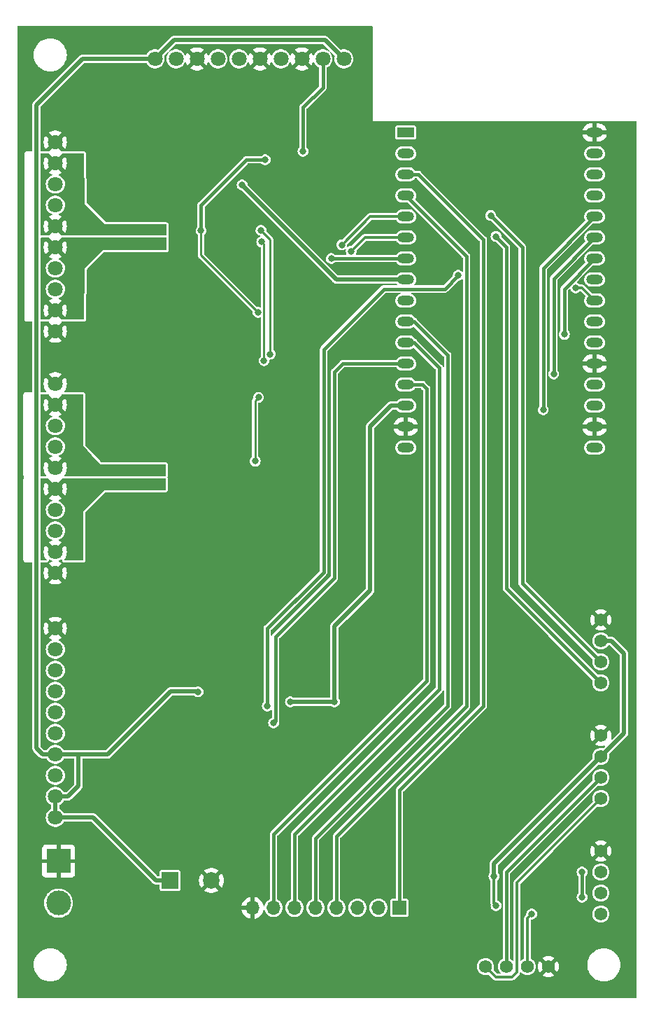
<source format=gbr>
%TF.GenerationSoftware,KiCad,Pcbnew,(7.0.0)*%
%TF.CreationDate,2024-01-24T13:48:02-03:00*%
%TF.ProjectId,Ducha,44756368-612e-46b6-9963-61645f706362,rev?*%
%TF.SameCoordinates,Original*%
%TF.FileFunction,Copper,L2,Bot*%
%TF.FilePolarity,Positive*%
%FSLAX46Y46*%
G04 Gerber Fmt 4.6, Leading zero omitted, Abs format (unit mm)*
G04 Created by KiCad (PCBNEW (7.0.0)) date 2024-01-24 13:48:02*
%MOMM*%
%LPD*%
G01*
G04 APERTURE LIST*
%TA.AperFunction,ComponentPad*%
%ADD10C,1.803400*%
%TD*%
%TA.AperFunction,ComponentPad*%
%ADD11C,1.574800*%
%TD*%
%TA.AperFunction,ComponentPad*%
%ADD12R,2.000000X2.000000*%
%TD*%
%TA.AperFunction,ComponentPad*%
%ADD13C,2.000000*%
%TD*%
%TA.AperFunction,ComponentPad*%
%ADD14R,1.700000X1.700000*%
%TD*%
%TA.AperFunction,ComponentPad*%
%ADD15O,1.700000X1.700000*%
%TD*%
%TA.AperFunction,ComponentPad*%
%ADD16R,2.000000X1.200000*%
%TD*%
%TA.AperFunction,ComponentPad*%
%ADD17O,2.000000X1.200000*%
%TD*%
%TA.AperFunction,ComponentPad*%
%ADD18R,3.000000X3.000000*%
%TD*%
%TA.AperFunction,ComponentPad*%
%ADD19C,3.000000*%
%TD*%
%TA.AperFunction,ViaPad*%
%ADD20C,0.800000*%
%TD*%
%TA.AperFunction,Conductor*%
%ADD21C,0.400000*%
%TD*%
%TA.AperFunction,Conductor*%
%ADD22C,0.500000*%
%TD*%
%TA.AperFunction,Conductor*%
%ADD23C,0.300000*%
%TD*%
%TA.AperFunction,Conductor*%
%ADD24C,0.250000*%
%TD*%
%TA.AperFunction,Conductor*%
%ADD25C,0.800000*%
%TD*%
G04 APERTURE END LIST*
D10*
%TO.P,J10,1,Pin_1*%
%TO.N,GND*%
X54610000Y-115316000D03*
%TO.P,J10,2,Pin_2*%
%TO.N,Net-(J10-Pin_2)*%
X54610000Y-117856000D03*
%TO.P,J10,3,Pin_3*%
%TO.N,Net-(J10-Pin_3)*%
X54610000Y-120396000D03*
%TO.P,J10,4,Pin_4*%
%TO.N,Net-(J10-Pin_4)*%
X54610000Y-122936000D03*
%TO.P,J10,5,Pin_5*%
%TO.N,Net-(J10-Pin_5)*%
X54610000Y-125476000D03*
%TO.P,J10,6,Pin_6*%
%TO.N,LED_1*%
X54610000Y-128016000D03*
%TO.P,J10,7,Pin_7*%
%TO.N,+5V*%
X54610000Y-130556000D03*
%TO.P,J10,8,Pin_8*%
%TO.N,LED_2*%
X54610000Y-133096000D03*
%TO.P,J10,9,Pin_9*%
%TO.N,+5V*%
X54610000Y-135636000D03*
%TO.P,J10,10,Pin_10*%
X54610000Y-138176000D03*
%TD*%
D11*
%TO.P,J4,1,Pin_1*%
%TO.N,GND*%
X120650000Y-114300000D03*
%TO.P,J4,2,Pin_2*%
%TO.N,+3.3V*%
X120650000Y-116840000D03*
%TO.P,J4,3,Pin_3*%
%TO.N,SDA*%
X120650000Y-119380000D03*
%TO.P,J4,4,Pin_4*%
%TO.N,SCL*%
X120650000Y-121920000D03*
%TD*%
%TO.P,J5,1,Pin_1*%
%TO.N,GND*%
X120650000Y-128270000D03*
%TO.P,J5,2,Pin_2*%
%TO.N,+3.3V*%
X120650000Y-130810000D03*
%TO.P,J5,3,Pin_3*%
%TO.N,SDA*%
X120650000Y-133350000D03*
%TO.P,J5,4,Pin_4*%
%TO.N,SCL*%
X120650000Y-135890000D03*
%TD*%
D12*
%TO.P,C14,1*%
%TO.N,+5V*%
X68498322Y-145795999D03*
D13*
%TO.P,C14,2*%
%TO.N,GND*%
X73498323Y-145796000D03*
%TD*%
D14*
%TO.P,J3,1,Pin_1*%
%TO.N,GPIO4*%
X96265999Y-149097999D03*
D15*
%TO.P,J3,2,Pin_2*%
%TO.N,unconnected-(J3-Pin_2-Pad2)*%
X93725999Y-149097999D03*
%TO.P,J3,3,Pin_3*%
%TO.N,unconnected-(J3-Pin_3-Pad3)*%
X91185999Y-149097999D03*
%TO.P,J3,4,Pin_4*%
%TO.N,GPIO5*%
X88645999Y-149097999D03*
%TO.P,J3,5,Pin_5*%
%TO.N,GPIO10*%
X86105999Y-149097999D03*
%TO.P,J3,6,Pin_6*%
%TO.N,GPIO11*%
X83565999Y-149097999D03*
%TO.P,J3,7,Pin_7*%
%TO.N,GPIO3*%
X81025999Y-149097999D03*
%TO.P,J3,8,Pin_8*%
%TO.N,GND*%
X78485999Y-149097999D03*
%TD*%
D10*
%TO.P,J1,1,Pin_1*%
%TO.N,+5V*%
X66675000Y-46482000D03*
%TO.P,J1,2,Pin_2*%
%TO.N,Piezo*%
X69215000Y-46482000D03*
%TO.P,J1,3,Pin_3*%
%TO.N,GND*%
X71755000Y-46482000D03*
%TO.P,J1,4,Pin_4*%
%TO.N,Net-(J1-Pin_4)*%
X74295000Y-46482000D03*
%TO.P,J1,5,Pin_5*%
%TO.N,+3.3V*%
X76835000Y-46482000D03*
%TO.P,J1,6,Pin_6*%
%TO.N,GND*%
X79375000Y-46482000D03*
%TO.P,J1,7,Pin_7*%
%TO.N,GPIO*%
X81915000Y-46482000D03*
%TO.P,J1,8,Pin_8*%
%TO.N,GND*%
X84455000Y-46482000D03*
%TO.P,J1,9,Pin_9*%
%TO.N,RGB*%
X86995000Y-46482000D03*
%TO.P,J1,10,Pin_10*%
%TO.N,+5V*%
X89535000Y-46482000D03*
%TD*%
%TO.P,J7,1,Pin_1*%
%TO.N,GND*%
X54610000Y-56540400D03*
%TO.P,J7,2,Pin_2*%
%TO.N,/SHLD1_3*%
X54610000Y-59080400D03*
%TO.P,J7,3,Pin_3*%
%TO.N,Net-(J7-Pin_3)*%
X54610000Y-61620400D03*
%TO.P,J7,4,Pin_4*%
%TO.N,Net-(J7-Pin_4)*%
X54610000Y-64160400D03*
%TO.P,J7,5,Pin_5*%
%TO.N,/SHLD1_3*%
X54610000Y-66700400D03*
%TO.P,J7,6,Pin_6*%
%TO.N,/SHLD2_3*%
X54610000Y-69240400D03*
%TO.P,J7,7,Pin_7*%
%TO.N,Net-(J7-Pin_7)*%
X54610000Y-71780400D03*
%TO.P,J7,8,Pin_8*%
%TO.N,Net-(J7-Pin_8)*%
X54610000Y-74320400D03*
%TO.P,J7,9,Pin_9*%
%TO.N,/SHLD2_3*%
X54610000Y-76860400D03*
%TO.P,J7,10,Pin_10*%
%TO.N,GND*%
X54610000Y-79400400D03*
%TD*%
D16*
%TO.P,U1,1,3V3*%
%TO.N,+3.3V*%
X97027999Y-55371999D03*
D17*
%TO.P,U1,2,EN/RESET*%
%TO.N,unconnected-(U1-EN{slash}RESET-Pad2)*%
X97027999Y-57911999D03*
%TO.P,U1,3,GPIO4/MTMS*%
%TO.N,GPIO4*%
X97027999Y-60451999D03*
%TO.P,U1,4,GPIO5/MTDI*%
%TO.N,GPIO5*%
X97027999Y-62991999D03*
%TO.P,U1,5,GPIO6*%
%TO.N,SDA*%
X97027999Y-65531999D03*
%TO.P,U1,6,GPIO7*%
%TO.N,SCL*%
X97027999Y-68071999D03*
%TO.P,U1,7,GPIO0*%
%TO.N,GPIO0*%
X97027999Y-70611999D03*
%TO.P,U1,8,GPIO1*%
%TO.N,GPIO1*%
X97027999Y-73151999D03*
%TO.P,U1,9,GPIO8/BOOT*%
%TO.N,GPIO8*%
X97027999Y-75691999D03*
%TO.P,U1,10,GPIO10*%
%TO.N,GPIO10*%
X97027999Y-78231999D03*
%TO.P,U1,11,GPIO11*%
%TO.N,GPIO11*%
X97027999Y-80771999D03*
%TO.P,U1,12,GPIO2*%
%TO.N,GPIO2*%
X97027999Y-83311999D03*
%TO.P,U1,13,GPIO3*%
%TO.N,GPIO3*%
X97027999Y-85851999D03*
%TO.P,U1,14,5V*%
%TO.N,+5V*%
X97027999Y-88391999D03*
%TO.P,U1,15,GND*%
%TO.N,GND*%
X97027999Y-90931999D03*
%TO.P,U1,16,NC*%
%TO.N,unconnected-(U1-NC-Pad16)*%
X97027999Y-93471999D03*
%TO.P,U1,17,NC*%
%TO.N,unconnected-(U1-NC-Pad17)*%
X119887999Y-93471999D03*
%TO.P,U1,18,GND*%
%TO.N,GND*%
X119887999Y-90931999D03*
%TO.P,U1,19,GPIO12/USB_D-*%
%TO.N,GPIO12*%
X119887999Y-88391999D03*
%TO.P,U1,20,GPIO13/USB_D+*%
%TO.N,GPIO13*%
X119887999Y-85851999D03*
%TO.P,U1,21,GND*%
%TO.N,GND*%
X119887999Y-83311999D03*
%TO.P,U1,22,GPIO9/BOOT*%
%TO.N,GPIO9*%
X119887999Y-80771999D03*
%TO.P,U1,23,GPIO18*%
%TO.N,GPIO18*%
X119887999Y-78231999D03*
%TO.P,U1,24,GPIO19*%
%TO.N,GPIO19*%
X119887999Y-75691999D03*
%TO.P,U1,25,GPIO20*%
%TO.N,GPIO20*%
X119887999Y-73151999D03*
%TO.P,U1,26,GPIO21*%
%TO.N,GPIO21*%
X119887999Y-70611999D03*
%TO.P,U1,27,GPIO22*%
%TO.N,GPIO22*%
X119887999Y-68071999D03*
%TO.P,U1,28,GPIO23*%
%TO.N,GPIO23*%
X119887999Y-65531999D03*
%TO.P,U1,29,GPIO15/JTAG*%
%TO.N,GPIO15*%
X119887999Y-62991999D03*
%TO.P,U1,30,GPIO17/U0RXD*%
%TO.N,GPIO17*%
X119887999Y-60451999D03*
%TO.P,U1,31,GPIO16/U0TXD*%
%TO.N,GPIO16*%
X119887999Y-57911999D03*
%TO.P,U1,32,GND*%
%TO.N,GND*%
X119887999Y-55371999D03*
%TD*%
D18*
%TO.P,J9,1,Pin_1*%
%TO.N,GND*%
X54999999Y-143459999D03*
D19*
%TO.P,J9,2,Pin_2*%
%TO.N,Net-(D1-A)*%
X55000000Y-148540000D03*
%TD*%
D11*
%TO.P,J8,1,Pin_1*%
%TO.N,GND*%
X120650000Y-142240000D03*
%TO.P,J8,2,Pin_2*%
%TO.N,+5V*%
X120650000Y-144780000D03*
%TO.P,J8,3,Pin_3*%
%TO.N,SDA_5V*%
X120650000Y-147320000D03*
%TO.P,J8,4,Pin_4*%
%TO.N,SCL_5V*%
X120650000Y-149860000D03*
%TD*%
%TO.P,J6,1,Pin_1*%
%TO.N,GND*%
X114300000Y-156210000D03*
%TO.P,J6,2,Pin_2*%
%TO.N,+3.3V*%
X111760000Y-156210000D03*
%TO.P,J6,3,Pin_3*%
%TO.N,SDA*%
X109220000Y-156210000D03*
%TO.P,J6,4,Pin_4*%
%TO.N,SCL*%
X106680000Y-156210000D03*
%TD*%
D10*
%TO.P,J2,1,Pin_1*%
%TO.N,GND*%
X54610000Y-85750400D03*
%TO.P,J2,2,Pin_2*%
%TO.N,/SHLD1_2*%
X54610000Y-88290400D03*
%TO.P,J2,3,Pin_3*%
%TO.N,Net-(J2-Pin_3)*%
X54610000Y-90830400D03*
%TO.P,J2,4,Pin_4*%
%TO.N,Net-(J2-Pin_4)*%
X54610000Y-93370400D03*
%TO.P,J2,5,Pin_5*%
%TO.N,/SHLD1_2*%
X54610000Y-95910400D03*
%TO.P,J2,6,Pin_6*%
%TO.N,/SHLD2_2*%
X54610000Y-98450400D03*
%TO.P,J2,7,Pin_7*%
%TO.N,Net-(J2-Pin_7)*%
X54610000Y-100990400D03*
%TO.P,J2,8,Pin_8*%
%TO.N,Net-(J2-Pin_8)*%
X54610000Y-103530400D03*
%TO.P,J2,9,Pin_9*%
%TO.N,/SHLD2_2*%
X54610000Y-106070400D03*
%TO.P,J2,10,Pin_10*%
%TO.N,GND*%
X54610000Y-108610400D03*
%TD*%
D20*
%TO.N,GPIO2*%
X81026000Y-126746000D03*
%TO.N,GPIO1*%
X77216000Y-61722000D03*
%TO.N,GPIO0*%
X88011000Y-70612000D03*
%TO.N,GPIO23*%
X113665000Y-88900000D03*
%TO.N,GPIO22*%
X114935000Y-84565000D03*
%TO.N,GPIO21*%
X116224500Y-79775500D03*
%TO.N,GPIO19*%
X117602000Y-74168000D03*
%TO.N,GPIO18*%
X103378000Y-72644000D03*
X80264000Y-124714000D03*
%TO.N,GND*%
X83820000Y-71882000D03*
X89408000Y-81280000D03*
X82550000Y-83058000D03*
X79756000Y-61722000D03*
X77216000Y-84074000D03*
X87630000Y-78486000D03*
%TO.N,+3.3V*%
X72250000Y-67250000D03*
X107696000Y-145288000D03*
X80010000Y-58674000D03*
X107950000Y-148844000D03*
X79151500Y-77112000D03*
X112268000Y-149860000D03*
%TO.N,+5V*%
X118364000Y-147828000D03*
X71882000Y-123000000D03*
X83058000Y-124206000D03*
X88392000Y-124206000D03*
X118364000Y-144780000D03*
%TO.N,SDA*%
X89281000Y-68961000D03*
X107315000Y-65405000D03*
%TO.N,SCL*%
X90424000Y-69723000D03*
X107950000Y-67945000D03*
%TO.N,SDA_1*%
X79200000Y-87400000D03*
X78800000Y-95100000D03*
%TO.N,SDA_2*%
X79876000Y-82954000D03*
X79600000Y-68600000D03*
%TO.N,SCL_2*%
X80638000Y-82169000D03*
X79500000Y-67200000D03*
%TO.N,RGB*%
X84582000Y-57658000D03*
%TO.N,/SHLD2_2*%
X56500000Y-103250000D03*
X56500000Y-100250000D03*
X56500000Y-97750000D03*
X56500000Y-106000000D03*
%TO.N,/SHLD1_2*%
X56500000Y-96500000D03*
X56500000Y-94000000D03*
X56500000Y-88250000D03*
X56500000Y-91000000D03*
%TO.N,/SHLD1_3*%
X56500000Y-58750000D03*
X56500000Y-64750000D03*
X56500000Y-67250000D03*
X56500000Y-61750000D03*
%TO.N,/SHLD2_3*%
X56500000Y-68750000D03*
X56500000Y-71250000D03*
X56500000Y-74000000D03*
X56500000Y-76500000D03*
%TD*%
D21*
%TO.N,GPIO2*%
X89408000Y-83312000D02*
X97028000Y-83312000D01*
X89154000Y-83566000D02*
X89408000Y-83312000D01*
X81280000Y-126492000D02*
X81280000Y-116332000D01*
X81026000Y-126746000D02*
X81280000Y-126492000D01*
X88392000Y-109220000D02*
X88392000Y-84328000D01*
X88392000Y-84328000D02*
X89154000Y-83566000D01*
X81280000Y-116332000D02*
X88392000Y-109220000D01*
D22*
%TO.N,GPIO1*%
X77216000Y-61722000D02*
X88646000Y-73152000D01*
X88646000Y-73152000D02*
X97028000Y-73152000D01*
D21*
%TO.N,GPIO0*%
X88011000Y-70612000D02*
X97028000Y-70612000D01*
%TO.N,GPIO23*%
X113665000Y-71755000D02*
X119888000Y-65532000D01*
X113665000Y-88900000D02*
X113665000Y-71755000D01*
%TO.N,GPIO22*%
X114935000Y-84565000D02*
X114935000Y-73025000D01*
X114935000Y-73025000D02*
X119888000Y-68072000D01*
%TO.N,GPIO21*%
X116224500Y-79775500D02*
X116205000Y-79756000D01*
X116205000Y-79756000D02*
X116205000Y-74295000D01*
X116205000Y-74295000D02*
X119888000Y-70612000D01*
D23*
%TO.N,GPIO19*%
X117602000Y-74168000D02*
X118364000Y-74168000D01*
X118364000Y-74168000D02*
X119888000Y-75692000D01*
D21*
%TO.N,GPIO18*%
X94372628Y-74295000D02*
X87084000Y-81583629D01*
X103378000Y-72644000D02*
X101727000Y-74295000D01*
X87084000Y-81583629D02*
X87084000Y-108496000D01*
X87084000Y-108496000D02*
X80264000Y-115316000D01*
X101727000Y-74295000D02*
X94372628Y-74295000D01*
X80264000Y-115316000D02*
X80264000Y-124714000D01*
%TO.N,GPIO4*%
X96266000Y-149098000D02*
X96266000Y-134874000D01*
X98552000Y-60452000D02*
X97028000Y-60452000D01*
X96266000Y-134874000D02*
X106426000Y-124714000D01*
X106426000Y-68326000D02*
X98552000Y-60452000D01*
X106426000Y-124714000D02*
X106426000Y-68326000D01*
%TO.N,GPIO11*%
X83566000Y-149098000D02*
X83566000Y-140208000D01*
X101092000Y-122682000D02*
X101092000Y-83820000D01*
X83566000Y-140208000D02*
X101092000Y-122682000D01*
X101092000Y-83820000D02*
X98044000Y-80772000D01*
X98044000Y-80772000D02*
X97028000Y-80772000D01*
%TO.N,GPIO5*%
X104394000Y-124714000D02*
X104394000Y-70358000D01*
X88646000Y-149098000D02*
X88646000Y-140462000D01*
X88646000Y-140462000D02*
X104394000Y-124714000D01*
X104394000Y-70358000D02*
X97028000Y-62992000D01*
%TO.N,GPIO10*%
X102108000Y-82296000D02*
X98044000Y-78232000D01*
X86106000Y-149098000D02*
X86106000Y-140716000D01*
X98044000Y-78232000D02*
X97028000Y-78232000D01*
X102108000Y-124714000D02*
X102108000Y-82296000D01*
X86106000Y-140716000D02*
X102108000Y-124714000D01*
D23*
%TO.N,+3.3V*%
X112268000Y-149860000D02*
X111750000Y-150378000D01*
D22*
X120650000Y-130810000D02*
X107696000Y-143764000D01*
X123444000Y-128016000D02*
X120650000Y-130810000D01*
D21*
X72250000Y-64148000D02*
X72250000Y-67250000D01*
X77724000Y-58674000D02*
X72250000Y-64148000D01*
D22*
X107696000Y-143764000D02*
X107696000Y-145288000D01*
D24*
X72250000Y-70210500D02*
X79151500Y-77112000D01*
D22*
X123444000Y-118364000D02*
X123444000Y-128016000D01*
D24*
X72250000Y-67250000D02*
X72250000Y-70210500D01*
D22*
X120650000Y-116840000D02*
X121920000Y-116840000D01*
X121920000Y-116840000D02*
X123444000Y-118364000D01*
D23*
X111750000Y-150378000D02*
X111750000Y-156210000D01*
X107696000Y-148590000D02*
X107696000Y-145288000D01*
D21*
X80010000Y-58674000D02*
X77724000Y-58674000D01*
D23*
X107950000Y-148844000D02*
X107696000Y-148590000D01*
D22*
%TO.N,+5V*%
X53086000Y-130556000D02*
X52324000Y-129794000D01*
X54610000Y-135636000D02*
X56134000Y-135636000D01*
X57404000Y-134366000D02*
X57404000Y-130556000D01*
X71882000Y-123000000D02*
X71818000Y-122936000D01*
X52324000Y-52070000D02*
X57912000Y-46482000D01*
X83206000Y-124206000D02*
X88392000Y-124206000D01*
X66675000Y-46482000D02*
X68961000Y-44196000D01*
X66802000Y-145796000D02*
X68498323Y-145796000D01*
X92710000Y-110744000D02*
X92710000Y-90932000D01*
X59182000Y-138176000D02*
X66802000Y-145796000D01*
X95250000Y-88392000D02*
X97028000Y-88392000D01*
D21*
X118364000Y-144780000D02*
X118364000Y-147828000D01*
D22*
X57912000Y-46482000D02*
X66675000Y-46482000D01*
X88392000Y-124206000D02*
X88392000Y-115062000D01*
X71818000Y-122936000D02*
X68580000Y-122936000D01*
X54610000Y-138176000D02*
X59182000Y-138176000D01*
X52324000Y-129794000D02*
X52324000Y-52070000D01*
X88392000Y-115062000D02*
X92710000Y-110744000D01*
X56134000Y-135636000D02*
X57404000Y-134366000D01*
X54610000Y-130556000D02*
X53086000Y-130556000D01*
X68961000Y-44196000D02*
X87249000Y-44196000D01*
X54610000Y-138176000D02*
X54610000Y-135636000D01*
X60960000Y-130556000D02*
X57404000Y-130556000D01*
X54610000Y-130556000D02*
X57404000Y-130556000D01*
X92710000Y-90932000D02*
X95250000Y-88392000D01*
X87249000Y-44196000D02*
X89535000Y-46482000D01*
X68580000Y-122936000D02*
X60960000Y-130556000D01*
D21*
%TO.N,GPIO3*%
X81026000Y-140208000D02*
X81026000Y-149098000D01*
X99060000Y-85852000D02*
X99568000Y-86360000D01*
X99568000Y-121666000D02*
X81026000Y-140208000D01*
X97028000Y-85852000D02*
X99060000Y-85852000D01*
X99568000Y-86360000D02*
X99568000Y-121666000D01*
D23*
%TO.N,SDA*%
X89281000Y-68961000D02*
X92710000Y-65532000D01*
D21*
X109210000Y-144790000D02*
X120650000Y-133350000D01*
X111125000Y-109855000D02*
X111125000Y-71120000D01*
X120650000Y-119380000D02*
X111125000Y-109855000D01*
X111125000Y-71120000D02*
X111125000Y-69215000D01*
X111125000Y-69215000D02*
X107315000Y-65405000D01*
D23*
X92710000Y-65532000D02*
X97028000Y-65532000D01*
D21*
X109210000Y-156210000D02*
X109210000Y-144790000D01*
D23*
%TO.N,SCL*%
X92075000Y-68072000D02*
X97028000Y-68072000D01*
D21*
X109220000Y-69215000D02*
X107950000Y-67945000D01*
X109220000Y-110490000D02*
X109220000Y-73025000D01*
D23*
X106670000Y-156210000D02*
X107940000Y-157480000D01*
X107940000Y-157480000D02*
X109855000Y-157480000D01*
X110490000Y-146050000D02*
X120650000Y-135890000D01*
D21*
X109220000Y-73025000D02*
X109220000Y-69215000D01*
D23*
X109855000Y-157480000D02*
X110490000Y-156845000D01*
X90424000Y-69723000D02*
X92075000Y-68072000D01*
D21*
X120650000Y-121920000D02*
X109220000Y-110490000D01*
D23*
X110490000Y-156845000D02*
X110490000Y-146050000D01*
D24*
%TO.N,SDA_1*%
X78800000Y-87800000D02*
X79200000Y-87400000D01*
X78800000Y-95100000D02*
X78800000Y-87800000D01*
%TO.N,SDA_2*%
X79876500Y-68876500D02*
X79876500Y-82953500D01*
X79876500Y-82953500D02*
X79876000Y-82954000D01*
X79600000Y-68600000D02*
X79876500Y-68876500D01*
%TO.N,SCL_2*%
X80638000Y-82169000D02*
X80638000Y-68338000D01*
X80638000Y-68338000D02*
X79500000Y-67200000D01*
D25*
%TO.N,Net-(D1-A)*%
X55000000Y-148540000D02*
X55322000Y-148540000D01*
D21*
%TO.N,RGB*%
X84582000Y-57658000D02*
X84582000Y-52324000D01*
X86995000Y-49911000D02*
X86995000Y-46482000D01*
X84582000Y-52324000D02*
X86995000Y-49911000D01*
%TD*%
%TA.AperFunction,Conductor*%
%TO.N,/SHLD1_2*%
G36*
X53813241Y-87013775D02*
G01*
X53840232Y-87049972D01*
X53841166Y-87095114D01*
X53823417Y-87121093D01*
X53824466Y-87121853D01*
X53813455Y-87137051D01*
X53817429Y-87144275D01*
X54603112Y-87929958D01*
X54610000Y-87933935D01*
X54616887Y-87929958D01*
X55402569Y-87144275D01*
X55406543Y-87137050D01*
X55395534Y-87121853D01*
X55396582Y-87121093D01*
X55378833Y-87095113D01*
X55379767Y-87049971D01*
X55406758Y-87013775D01*
X55449757Y-87000000D01*
X57926000Y-87000000D01*
X57963000Y-87009914D01*
X57990086Y-87037000D01*
X58000000Y-87074000D01*
X58000000Y-93250000D01*
X58004475Y-93255034D01*
X58004476Y-93255036D01*
X59026155Y-94404424D01*
X60000000Y-95500000D01*
X67926000Y-95500000D01*
X67963000Y-95509914D01*
X67990086Y-95537000D01*
X68000000Y-95574000D01*
X68000000Y-96826000D01*
X67990086Y-96863000D01*
X67963000Y-96890086D01*
X67926000Y-96900000D01*
X55772911Y-96900000D01*
X55732436Y-96887950D01*
X55705143Y-96855724D01*
X55699921Y-96813817D01*
X55716689Y-96779520D01*
X55715974Y-96778964D01*
X55721602Y-96771731D01*
X55845307Y-96582386D01*
X55848212Y-96577018D01*
X55939065Y-96369896D01*
X55941047Y-96364124D01*
X55996571Y-96144862D01*
X55997573Y-96138856D01*
X56016251Y-95913453D01*
X56016251Y-95907347D01*
X55997573Y-95681943D01*
X55996571Y-95675937D01*
X55941047Y-95456675D01*
X55939065Y-95450903D01*
X55848212Y-95243781D01*
X55845307Y-95238413D01*
X55768454Y-95120782D01*
X55762013Y-95115402D01*
X55754608Y-95119344D01*
X54662325Y-96211627D01*
X54629152Y-96230780D01*
X54590846Y-96230780D01*
X54557673Y-96211627D01*
X53465390Y-95119344D01*
X53457985Y-95115402D01*
X53451544Y-95120782D01*
X53374692Y-95238413D01*
X53371787Y-95243781D01*
X53280934Y-95450903D01*
X53278952Y-95456675D01*
X53223428Y-95675937D01*
X53222426Y-95681943D01*
X53203749Y-95907347D01*
X53203749Y-95913453D01*
X53222426Y-96138856D01*
X53223428Y-96144862D01*
X53278952Y-96364124D01*
X53280934Y-96369896D01*
X53371787Y-96577018D01*
X53374692Y-96582386D01*
X53498397Y-96771731D01*
X53504026Y-96778964D01*
X53503310Y-96779520D01*
X53520079Y-96813817D01*
X53514857Y-96855724D01*
X53487564Y-96887950D01*
X53447089Y-96900000D01*
X52898500Y-96900000D01*
X52861500Y-96890086D01*
X52834414Y-96863000D01*
X52824500Y-96826000D01*
X52824500Y-93370400D01*
X53452864Y-93370400D01*
X53472566Y-93583023D01*
X53473499Y-93586303D01*
X53473501Y-93586312D01*
X53530067Y-93785117D01*
X53531003Y-93788406D01*
X53626183Y-93979554D01*
X53754866Y-94149957D01*
X53912670Y-94293814D01*
X54094220Y-94406226D01*
X54177943Y-94438660D01*
X54212665Y-94466438D01*
X54225198Y-94509102D01*
X54211016Y-94551246D01*
X54175240Y-94577653D01*
X54047918Y-94621362D01*
X54042319Y-94623819D01*
X53843406Y-94731465D01*
X53838300Y-94734801D01*
X53818293Y-94750373D01*
X53813455Y-94757051D01*
X53817429Y-94764275D01*
X54603112Y-95549958D01*
X54610000Y-95553935D01*
X54616887Y-95549958D01*
X55402569Y-94764275D01*
X55406543Y-94757050D01*
X55401706Y-94750374D01*
X55381703Y-94734804D01*
X55376589Y-94731463D01*
X55177680Y-94623819D01*
X55172081Y-94621363D01*
X55044759Y-94577653D01*
X55008983Y-94551246D01*
X54994801Y-94509102D01*
X55007334Y-94466438D01*
X55042054Y-94438661D01*
X55125780Y-94406226D01*
X55307330Y-94293814D01*
X55465134Y-94149957D01*
X55593817Y-93979554D01*
X55688997Y-93788406D01*
X55747434Y-93583023D01*
X55767136Y-93370400D01*
X55747434Y-93157777D01*
X55688997Y-92952394D01*
X55593817Y-92761246D01*
X55465134Y-92590843D01*
X55462607Y-92588540D01*
X55462605Y-92588537D01*
X55309856Y-92449289D01*
X55307330Y-92446986D01*
X55304425Y-92445187D01*
X55304422Y-92445185D01*
X55128689Y-92336375D01*
X55128687Y-92336374D01*
X55125780Y-92334574D01*
X54926665Y-92257437D01*
X54923311Y-92256810D01*
X54923304Y-92256808D01*
X54720126Y-92218827D01*
X54720116Y-92218826D01*
X54716767Y-92218200D01*
X54503233Y-92218200D01*
X54499884Y-92218825D01*
X54499873Y-92218827D01*
X54296695Y-92256808D01*
X54296685Y-92256810D01*
X54293335Y-92257437D01*
X54290150Y-92258670D01*
X54290146Y-92258672D01*
X54097410Y-92333338D01*
X54097408Y-92333338D01*
X54094220Y-92334574D01*
X54091316Y-92336371D01*
X54091310Y-92336375D01*
X53915577Y-92445185D01*
X53915569Y-92445190D01*
X53912670Y-92446986D01*
X53910147Y-92449285D01*
X53910143Y-92449289D01*
X53757394Y-92588537D01*
X53757386Y-92588545D01*
X53754866Y-92590843D01*
X53752806Y-92593569D01*
X53752803Y-92593574D01*
X53628246Y-92758513D01*
X53628242Y-92758519D01*
X53626183Y-92761246D01*
X53624661Y-92764302D01*
X53624657Y-92764309D01*
X53532526Y-92949334D01*
X53532523Y-92949340D01*
X53531003Y-92952394D01*
X53530068Y-92955677D01*
X53530067Y-92955682D01*
X53473501Y-93154487D01*
X53473498Y-93154498D01*
X53472566Y-93157777D01*
X53452864Y-93370400D01*
X52824500Y-93370400D01*
X52824500Y-90830400D01*
X53452864Y-90830400D01*
X53472566Y-91043023D01*
X53473499Y-91046303D01*
X53473501Y-91046312D01*
X53530067Y-91245117D01*
X53531003Y-91248406D01*
X53626183Y-91439554D01*
X53754866Y-91609957D01*
X53912670Y-91753814D01*
X54094220Y-91866226D01*
X54293335Y-91943363D01*
X54398284Y-91962981D01*
X54499873Y-91981972D01*
X54499874Y-91981972D01*
X54503233Y-91982600D01*
X54713349Y-91982600D01*
X54716767Y-91982600D01*
X54926665Y-91943363D01*
X55125780Y-91866226D01*
X55307330Y-91753814D01*
X55465134Y-91609957D01*
X55593817Y-91439554D01*
X55688997Y-91248406D01*
X55747434Y-91043023D01*
X55767136Y-90830400D01*
X55747434Y-90617777D01*
X55688997Y-90412394D01*
X55593817Y-90221246D01*
X55465134Y-90050843D01*
X55462607Y-90048540D01*
X55462605Y-90048537D01*
X55309856Y-89909289D01*
X55307330Y-89906986D01*
X55304425Y-89905187D01*
X55304422Y-89905185D01*
X55128689Y-89796375D01*
X55128687Y-89796374D01*
X55125780Y-89794574D01*
X55042054Y-89762138D01*
X55007333Y-89734360D01*
X54994801Y-89691696D01*
X55008983Y-89649552D01*
X55044760Y-89623145D01*
X55172089Y-89579433D01*
X55177680Y-89576980D01*
X55376593Y-89469334D01*
X55381698Y-89465999D01*
X55401706Y-89450425D01*
X55406543Y-89443748D01*
X55402569Y-89436523D01*
X54616887Y-88650840D01*
X54610000Y-88646863D01*
X54603112Y-88650840D01*
X53817429Y-89436523D01*
X53813455Y-89443748D01*
X53818291Y-89450424D01*
X53838300Y-89465998D01*
X53843409Y-89469335D01*
X54042319Y-89576980D01*
X54047911Y-89579433D01*
X54175239Y-89623145D01*
X54211016Y-89649552D01*
X54225198Y-89691696D01*
X54212666Y-89734360D01*
X54177944Y-89762139D01*
X54097410Y-89793337D01*
X54097399Y-89793342D01*
X54094220Y-89794574D01*
X54091316Y-89796371D01*
X54091310Y-89796375D01*
X53915577Y-89905185D01*
X53915569Y-89905190D01*
X53912670Y-89906986D01*
X53910147Y-89909285D01*
X53910143Y-89909289D01*
X53757394Y-90048537D01*
X53757386Y-90048545D01*
X53754866Y-90050843D01*
X53752806Y-90053569D01*
X53752803Y-90053574D01*
X53628246Y-90218513D01*
X53628242Y-90218519D01*
X53626183Y-90221246D01*
X53624661Y-90224302D01*
X53624657Y-90224309D01*
X53532526Y-90409334D01*
X53532523Y-90409340D01*
X53531003Y-90412394D01*
X53530068Y-90415677D01*
X53530067Y-90415682D01*
X53473501Y-90614487D01*
X53473498Y-90614498D01*
X53472566Y-90617777D01*
X53452864Y-90830400D01*
X52824500Y-90830400D01*
X52824500Y-88293453D01*
X53203749Y-88293453D01*
X53222426Y-88518856D01*
X53223428Y-88524862D01*
X53278952Y-88744124D01*
X53280934Y-88749896D01*
X53371787Y-88957018D01*
X53374692Y-88962386D01*
X53451544Y-89080016D01*
X53457985Y-89085396D01*
X53465390Y-89081454D01*
X54249558Y-88297286D01*
X54253535Y-88290399D01*
X54966463Y-88290399D01*
X54970440Y-88297286D01*
X55754608Y-89081454D01*
X55762013Y-89085396D01*
X55768453Y-89080018D01*
X55845310Y-88962381D01*
X55848211Y-88957020D01*
X55939065Y-88749896D01*
X55941047Y-88744124D01*
X55996571Y-88524862D01*
X55997573Y-88518856D01*
X56016251Y-88293453D01*
X56016251Y-88287347D01*
X55997573Y-88061943D01*
X55996571Y-88055937D01*
X55941047Y-87836675D01*
X55939065Y-87830903D01*
X55848212Y-87623781D01*
X55845307Y-87618413D01*
X55768454Y-87500782D01*
X55762013Y-87495402D01*
X55754608Y-87499344D01*
X54970440Y-88283511D01*
X54966463Y-88290399D01*
X54253535Y-88290399D01*
X54249558Y-88283511D01*
X53465390Y-87499344D01*
X53457985Y-87495402D01*
X53451544Y-87500782D01*
X53374692Y-87618413D01*
X53371787Y-87623781D01*
X53280934Y-87830903D01*
X53278952Y-87836675D01*
X53223428Y-88055937D01*
X53222426Y-88061943D01*
X53203749Y-88287347D01*
X53203749Y-88293453D01*
X52824500Y-88293453D01*
X52824500Y-87074000D01*
X52834414Y-87037000D01*
X52861500Y-87009914D01*
X52898500Y-87000000D01*
X53770242Y-87000000D01*
X53813241Y-87013775D01*
G37*
%TD.AperFunction*%
%TD*%
%TA.AperFunction,Conductor*%
%TO.N,GND*%
G36*
X92963000Y-42510414D02*
G01*
X92990086Y-42537500D01*
X93000000Y-42574500D01*
X93000000Y-54000000D01*
X124925500Y-54000000D01*
X124962500Y-54009914D01*
X124989586Y-54037000D01*
X124999500Y-54074000D01*
X124999500Y-159925500D01*
X124989586Y-159962500D01*
X124962500Y-159989586D01*
X124925500Y-159999500D01*
X50074500Y-159999500D01*
X50037500Y-159989586D01*
X50010414Y-159962500D01*
X50000500Y-159925500D01*
X50000500Y-156000000D01*
X51994390Y-156000000D01*
X51994579Y-156002643D01*
X52014615Y-156282793D01*
X52014616Y-156282800D01*
X52014804Y-156285428D01*
X52015362Y-156287997D01*
X52015364Y-156288005D01*
X52043413Y-156416943D01*
X52075631Y-156565046D01*
X52076554Y-156567520D01*
X52174707Y-156830680D01*
X52174710Y-156830687D01*
X52175633Y-156833161D01*
X52176900Y-156835481D01*
X52309408Y-157078152D01*
X52312774Y-157084315D01*
X52484261Y-157313395D01*
X52686605Y-157515739D01*
X52915685Y-157687226D01*
X53166839Y-157824367D01*
X53434954Y-157924369D01*
X53714572Y-157985196D01*
X54000000Y-158005610D01*
X54285428Y-157985196D01*
X54565046Y-157924369D01*
X54833161Y-157824367D01*
X55084315Y-157687226D01*
X55313395Y-157515739D01*
X55515739Y-157313395D01*
X55687226Y-157084315D01*
X55824367Y-156833161D01*
X55924369Y-156565046D01*
X55985196Y-156285428D01*
X55990591Y-156210000D01*
X105637078Y-156210000D01*
X105657117Y-156413464D01*
X105658169Y-156416933D01*
X105658170Y-156416936D01*
X105715410Y-156605628D01*
X105716466Y-156609109D01*
X105718178Y-156612312D01*
X105718181Y-156612319D01*
X105794042Y-156754243D01*
X105812842Y-156789416D01*
X105815143Y-156792220D01*
X105815146Y-156792224D01*
X105907638Y-156904925D01*
X105942543Y-156947457D01*
X105963376Y-156964554D01*
X106086986Y-157065999D01*
X106100584Y-157077158D01*
X106220564Y-157141288D01*
X106277680Y-157171818D01*
X106277682Y-157171819D01*
X106280891Y-157173534D01*
X106476536Y-157232883D01*
X106680000Y-157252922D01*
X106883464Y-157232883D01*
X107027484Y-157189193D01*
X107066942Y-157188225D01*
X107101288Y-157207681D01*
X107611950Y-157718342D01*
X107701658Y-157808050D01*
X107724904Y-157819894D01*
X107734801Y-157825958D01*
X107755910Y-157841296D01*
X107780717Y-157849356D01*
X107780720Y-157849357D01*
X107791448Y-157853801D01*
X107809500Y-157862999D01*
X107809502Y-157862999D01*
X107814696Y-157865646D01*
X107840461Y-157869726D01*
X107851755Y-157872437D01*
X107871026Y-157878699D01*
X107871029Y-157878699D01*
X107876567Y-157880499D01*
X107908469Y-157880499D01*
X107908477Y-157880499D01*
X107908481Y-157880500D01*
X109791567Y-157880500D01*
X109886519Y-157880500D01*
X109912609Y-157880500D01*
X109918433Y-157880500D01*
X109943253Y-157872434D01*
X109954532Y-157869727D01*
X109980304Y-157865646D01*
X110003558Y-157853796D01*
X110014265Y-157849361D01*
X110039090Y-157841296D01*
X110060200Y-157825958D01*
X110070095Y-157819894D01*
X110093342Y-157808050D01*
X110115905Y-157785486D01*
X110115909Y-157785484D01*
X110621740Y-157279653D01*
X113587280Y-157279653D01*
X113592452Y-157286195D01*
X113651192Y-157327325D01*
X113656769Y-157330545D01*
X113855073Y-157423017D01*
X113861119Y-157425217D01*
X114072471Y-157481849D01*
X114078814Y-157482966D01*
X114296777Y-157502036D01*
X114303223Y-157502036D01*
X114521185Y-157482966D01*
X114527528Y-157481849D01*
X114738880Y-157425217D01*
X114744926Y-157423017D01*
X114943230Y-157330545D01*
X114948807Y-157327325D01*
X115007546Y-157286195D01*
X115012718Y-157279653D01*
X115008760Y-157272313D01*
X114306887Y-156570440D01*
X114300000Y-156566463D01*
X114293112Y-156570440D01*
X113591238Y-157272313D01*
X113587280Y-157279653D01*
X110621740Y-157279653D01*
X110795484Y-157105909D01*
X110795486Y-157105905D01*
X110818050Y-157083342D01*
X110829897Y-157060088D01*
X110835957Y-157050199D01*
X110851296Y-157029089D01*
X110859359Y-157004270D01*
X110863794Y-156993563D01*
X110875646Y-156970304D01*
X110876668Y-156963846D01*
X110877039Y-156963068D01*
X110878357Y-156959012D01*
X110878887Y-156959184D01*
X110894680Y-156925994D01*
X110930368Y-156904001D01*
X110972278Y-156904925D01*
X111006960Y-156928469D01*
X111022543Y-156947457D01*
X111043376Y-156964554D01*
X111166986Y-157065999D01*
X111180584Y-157077158D01*
X111300564Y-157141288D01*
X111357680Y-157171818D01*
X111357682Y-157171819D01*
X111360891Y-157173534D01*
X111556536Y-157232883D01*
X111760000Y-157252922D01*
X111963464Y-157232883D01*
X112159109Y-157173534D01*
X112339416Y-157077158D01*
X112497457Y-156947457D01*
X112627158Y-156789416D01*
X112723534Y-156609109D01*
X112782883Y-156413464D01*
X112802605Y-156213223D01*
X113007964Y-156213223D01*
X113027033Y-156431185D01*
X113028150Y-156437528D01*
X113084782Y-156648880D01*
X113086982Y-156654926D01*
X113179454Y-156853230D01*
X113182674Y-156858807D01*
X113223804Y-156917546D01*
X113230345Y-156922718D01*
X113237685Y-156918760D01*
X113939559Y-156216887D01*
X113943535Y-156210000D01*
X114656463Y-156210000D01*
X114660440Y-156216887D01*
X115362313Y-156918760D01*
X115369653Y-156922718D01*
X115376195Y-156917546D01*
X115417325Y-156858807D01*
X115420545Y-156853230D01*
X115513017Y-156654926D01*
X115515217Y-156648880D01*
X115571849Y-156437528D01*
X115572966Y-156431185D01*
X115592036Y-156213223D01*
X115592036Y-156206777D01*
X115573945Y-156000000D01*
X118994390Y-156000000D01*
X118994579Y-156002643D01*
X119014615Y-156282793D01*
X119014616Y-156282800D01*
X119014804Y-156285428D01*
X119015362Y-156287997D01*
X119015364Y-156288005D01*
X119043413Y-156416943D01*
X119075631Y-156565046D01*
X119076554Y-156567520D01*
X119174707Y-156830680D01*
X119174710Y-156830687D01*
X119175633Y-156833161D01*
X119176900Y-156835481D01*
X119309408Y-157078152D01*
X119312774Y-157084315D01*
X119484261Y-157313395D01*
X119686605Y-157515739D01*
X119915685Y-157687226D01*
X120166839Y-157824367D01*
X120434954Y-157924369D01*
X120714572Y-157985196D01*
X121000000Y-158005610D01*
X121285428Y-157985196D01*
X121565046Y-157924369D01*
X121833161Y-157824367D01*
X122084315Y-157687226D01*
X122313395Y-157515739D01*
X122515739Y-157313395D01*
X122687226Y-157084315D01*
X122824367Y-156833161D01*
X122924369Y-156565046D01*
X122985196Y-156285428D01*
X123005610Y-156000000D01*
X122985196Y-155714572D01*
X122924369Y-155434954D01*
X122824367Y-155166839D01*
X122687226Y-154915685D01*
X122515739Y-154686605D01*
X122313395Y-154484261D01*
X122084315Y-154312774D01*
X121833161Y-154175633D01*
X121830687Y-154174710D01*
X121830680Y-154174707D01*
X121580765Y-154081494D01*
X121565046Y-154075631D01*
X121562470Y-154075070D01*
X121562468Y-154075070D01*
X121288005Y-154015364D01*
X121287997Y-154015362D01*
X121285428Y-154014804D01*
X121282800Y-154014616D01*
X121282793Y-154014615D01*
X121002643Y-153994579D01*
X121000000Y-153994390D01*
X120997357Y-153994579D01*
X120717206Y-154014615D01*
X120717197Y-154014616D01*
X120714572Y-154014804D01*
X120712004Y-154015362D01*
X120711994Y-154015364D01*
X120437531Y-154075070D01*
X120437525Y-154075071D01*
X120434954Y-154075631D01*
X120432480Y-154076553D01*
X120432479Y-154076554D01*
X120169319Y-154174707D01*
X120169307Y-154174712D01*
X120166839Y-154175633D01*
X120164522Y-154176898D01*
X120164518Y-154176900D01*
X119918002Y-154311508D01*
X119917993Y-154311513D01*
X119915685Y-154312774D01*
X119913575Y-154314352D01*
X119913571Y-154314356D01*
X119688716Y-154482680D01*
X119688709Y-154482685D01*
X119686605Y-154484261D01*
X119684746Y-154486119D01*
X119684739Y-154486126D01*
X119486126Y-154684739D01*
X119486119Y-154684746D01*
X119484261Y-154686605D01*
X119482685Y-154688709D01*
X119482680Y-154688716D01*
X119314356Y-154913571D01*
X119314352Y-154913575D01*
X119312774Y-154915685D01*
X119311513Y-154917993D01*
X119311508Y-154918002D01*
X119186092Y-155147685D01*
X119175633Y-155166839D01*
X119174712Y-155169307D01*
X119174707Y-155169319D01*
X119078739Y-155426622D01*
X119075631Y-155434954D01*
X119075071Y-155437525D01*
X119075070Y-155437531D01*
X119015364Y-155711994D01*
X119015362Y-155712004D01*
X119014804Y-155714572D01*
X119014616Y-155717197D01*
X119014615Y-155717206D01*
X119004865Y-155853536D01*
X118994390Y-156000000D01*
X115573945Y-156000000D01*
X115572966Y-155988814D01*
X115571849Y-155982471D01*
X115515217Y-155771119D01*
X115513017Y-155765073D01*
X115420545Y-155566769D01*
X115417325Y-155561192D01*
X115376195Y-155502452D01*
X115369653Y-155497280D01*
X115362313Y-155501238D01*
X114660440Y-156203112D01*
X114656463Y-156210000D01*
X113943535Y-156210000D01*
X113943536Y-156209999D01*
X113939559Y-156203112D01*
X113237685Y-155501238D01*
X113230345Y-155497280D01*
X113223803Y-155502453D01*
X113182672Y-155561195D01*
X113179457Y-155566763D01*
X113086982Y-155765073D01*
X113084782Y-155771119D01*
X113028150Y-155982471D01*
X113027033Y-155988814D01*
X113007964Y-156206777D01*
X113007964Y-156213223D01*
X112802605Y-156213223D01*
X112802922Y-156210000D01*
X112782883Y-156006536D01*
X112723534Y-155810891D01*
X112702275Y-155771119D01*
X112672050Y-155714572D01*
X112627158Y-155630584D01*
X112574781Y-155566763D01*
X112534113Y-155517209D01*
X112497457Y-155472543D01*
X112441502Y-155426622D01*
X112342224Y-155345146D01*
X112342220Y-155345143D01*
X112339416Y-155342842D01*
X112189616Y-155262772D01*
X112161028Y-155235555D01*
X112150500Y-155197511D01*
X112150500Y-155140345D01*
X113587280Y-155140345D01*
X113591238Y-155147685D01*
X114293112Y-155849559D01*
X114300000Y-155853536D01*
X114306887Y-155849559D01*
X115008760Y-155147685D01*
X115012718Y-155140345D01*
X115007546Y-155133804D01*
X114948807Y-155092674D01*
X114943230Y-155089454D01*
X114744926Y-154996982D01*
X114738880Y-154994782D01*
X114527528Y-154938150D01*
X114521185Y-154937033D01*
X114303223Y-154917964D01*
X114296777Y-154917964D01*
X114078814Y-154937033D01*
X114072471Y-154938150D01*
X113861119Y-154994782D01*
X113855073Y-154996982D01*
X113656763Y-155089457D01*
X113651195Y-155092672D01*
X113592453Y-155133803D01*
X113587280Y-155140345D01*
X112150500Y-155140345D01*
X112150500Y-150584500D01*
X112160414Y-150547500D01*
X112187500Y-150520414D01*
X112224500Y-150510500D01*
X112342506Y-150510500D01*
X112346985Y-150510500D01*
X112500365Y-150472696D01*
X112640240Y-150399283D01*
X112758483Y-150294530D01*
X112848220Y-150164523D01*
X112904237Y-150016818D01*
X112923278Y-149860000D01*
X119607078Y-149860000D01*
X119607434Y-149863615D01*
X119617393Y-149964738D01*
X119627117Y-150063464D01*
X119628169Y-150066933D01*
X119628170Y-150066936D01*
X119667889Y-150197871D01*
X119686466Y-150259109D01*
X119688178Y-150262312D01*
X119688181Y-150262319D01*
X119746951Y-150372269D01*
X119782842Y-150439416D01*
X119912543Y-150597457D01*
X120070584Y-150727158D01*
X120190564Y-150791288D01*
X120247680Y-150821818D01*
X120247682Y-150821819D01*
X120250891Y-150823534D01*
X120446536Y-150882883D01*
X120650000Y-150902922D01*
X120853464Y-150882883D01*
X121049109Y-150823534D01*
X121229416Y-150727158D01*
X121387457Y-150597457D01*
X121517158Y-150439416D01*
X121613534Y-150259109D01*
X121672883Y-150063464D01*
X121692922Y-149860000D01*
X121672883Y-149656536D01*
X121613534Y-149460891D01*
X121610179Y-149454615D01*
X121554293Y-149350059D01*
X121517158Y-149280584D01*
X121387457Y-149122543D01*
X121384646Y-149120236D01*
X121232224Y-148995146D01*
X121232220Y-148995143D01*
X121229416Y-148992842D01*
X121194243Y-148974042D01*
X121052319Y-148898181D01*
X121052312Y-148898178D01*
X121049109Y-148896466D01*
X120890814Y-148848447D01*
X120856936Y-148838170D01*
X120856933Y-148838169D01*
X120853464Y-148837117D01*
X120849852Y-148836761D01*
X120849851Y-148836761D01*
X120653615Y-148817434D01*
X120650000Y-148817078D01*
X120646385Y-148817434D01*
X120450148Y-148836761D01*
X120450145Y-148836761D01*
X120446536Y-148837117D01*
X120443068Y-148838168D01*
X120443063Y-148838170D01*
X120254371Y-148895410D01*
X120254367Y-148895411D01*
X120250891Y-148896466D01*
X120247690Y-148898176D01*
X120247680Y-148898181D01*
X120073790Y-148991128D01*
X120073787Y-148991129D01*
X120070584Y-148992842D01*
X120067783Y-148995140D01*
X120067775Y-148995146D01*
X119915353Y-149120236D01*
X119915348Y-149120240D01*
X119912543Y-149122543D01*
X119910240Y-149125348D01*
X119910236Y-149125353D01*
X119785146Y-149277775D01*
X119785140Y-149277783D01*
X119782842Y-149280584D01*
X119781129Y-149283787D01*
X119781128Y-149283790D01*
X119688181Y-149457680D01*
X119688176Y-149457690D01*
X119686466Y-149460891D01*
X119685411Y-149464367D01*
X119685410Y-149464371D01*
X119628170Y-149653063D01*
X119628168Y-149653068D01*
X119627117Y-149656536D01*
X119626761Y-149660145D01*
X119626761Y-149660148D01*
X119615681Y-149772650D01*
X119607078Y-149860000D01*
X112923278Y-149860000D01*
X112904237Y-149703182D01*
X112848220Y-149555477D01*
X112758483Y-149425470D01*
X112640240Y-149320717D01*
X112602831Y-149301083D01*
X112504329Y-149249384D01*
X112504325Y-149249382D01*
X112500365Y-149247304D01*
X112496019Y-149246232D01*
X112496017Y-149246232D01*
X112351333Y-149210571D01*
X112351327Y-149210570D01*
X112346985Y-149209500D01*
X112189015Y-149209500D01*
X112184673Y-149210570D01*
X112184666Y-149210571D01*
X112039982Y-149246232D01*
X112039977Y-149246233D01*
X112035635Y-149247304D01*
X112031676Y-149249381D01*
X112031670Y-149249384D01*
X111899720Y-149318638D01*
X111899716Y-149318640D01*
X111895760Y-149320717D01*
X111892414Y-149323681D01*
X111892410Y-149323684D01*
X111780866Y-149422502D01*
X111780861Y-149422507D01*
X111777517Y-149425470D01*
X111774977Y-149429149D01*
X111774975Y-149429152D01*
X111690319Y-149551797D01*
X111690315Y-149551803D01*
X111687780Y-149555477D01*
X111686195Y-149559655D01*
X111686194Y-149559658D01*
X111633350Y-149698995D01*
X111633348Y-149699001D01*
X111631763Y-149703182D01*
X111631223Y-149707624D01*
X111631223Y-149707627D01*
X111613261Y-149855554D01*
X111613261Y-149855561D01*
X111612722Y-149860000D01*
X111613261Y-149864440D01*
X111613261Y-149864442D01*
X111618002Y-149903494D01*
X111614493Y-149936552D01*
X111596867Y-149964738D01*
X111444516Y-150117091D01*
X111426067Y-150135540D01*
X111426064Y-150135542D01*
X111421950Y-150139658D01*
X111411692Y-150159789D01*
X111410107Y-150162900D01*
X111404044Y-150172793D01*
X111392126Y-150189197D01*
X111392121Y-150189205D01*
X111388704Y-150193910D01*
X111386907Y-150199439D01*
X111386904Y-150199446D01*
X111380642Y-150218721D01*
X111376199Y-150229447D01*
X111366997Y-150247505D01*
X111366993Y-150247515D01*
X111364354Y-150252696D01*
X111363443Y-150258441D01*
X111363441Y-150258450D01*
X111360270Y-150278468D01*
X111357561Y-150289751D01*
X111351299Y-150309024D01*
X111351297Y-150309035D01*
X111349500Y-150314567D01*
X111349500Y-150320389D01*
X111349500Y-155208201D01*
X111338972Y-155246245D01*
X111310383Y-155273463D01*
X111183790Y-155341128D01*
X111183787Y-155341129D01*
X111180584Y-155342842D01*
X111177783Y-155345140D01*
X111177775Y-155345146D01*
X111025353Y-155470236D01*
X111025348Y-155470240D01*
X111022543Y-155472543D01*
X111020237Y-155475351D01*
X111017666Y-155477924D01*
X111016614Y-155476872D01*
X110984248Y-155497938D01*
X110939578Y-155496299D01*
X110904001Y-155469235D01*
X110890500Y-155426622D01*
X110890500Y-147828000D01*
X117708722Y-147828000D01*
X117727763Y-147984818D01*
X117729349Y-147988999D01*
X117729350Y-147989004D01*
X117768536Y-148092328D01*
X117783780Y-148132523D01*
X117786317Y-148136199D01*
X117786319Y-148136202D01*
X117822674Y-148188871D01*
X117873517Y-148262530D01*
X117876865Y-148265496D01*
X117876866Y-148265497D01*
X117891397Y-148278370D01*
X117991760Y-148367283D01*
X118131635Y-148440696D01*
X118285015Y-148478500D01*
X118438506Y-148478500D01*
X118442985Y-148478500D01*
X118596365Y-148440696D01*
X118736240Y-148367283D01*
X118854483Y-148262530D01*
X118944220Y-148132523D01*
X119000237Y-147984818D01*
X119019278Y-147828000D01*
X119000237Y-147671182D01*
X118944220Y-147523477D01*
X118854483Y-147393470D01*
X118839429Y-147380134D01*
X118821020Y-147355117D01*
X118814500Y-147324745D01*
X118814500Y-147320000D01*
X119607078Y-147320000D01*
X119627117Y-147523464D01*
X119628169Y-147526933D01*
X119628170Y-147526936D01*
X119635513Y-147551143D01*
X119686466Y-147719109D01*
X119688178Y-147722312D01*
X119688181Y-147722319D01*
X119744669Y-147828000D01*
X119782842Y-147899416D01*
X119785143Y-147902220D01*
X119785146Y-147902224D01*
X119893577Y-148034347D01*
X119912543Y-148057457D01*
X119941425Y-148081160D01*
X120025623Y-148150260D01*
X120070584Y-148187158D01*
X120157067Y-148233384D01*
X120247680Y-148281818D01*
X120247682Y-148281819D01*
X120250891Y-148283534D01*
X120446536Y-148342883D01*
X120650000Y-148362922D01*
X120853464Y-148342883D01*
X121049109Y-148283534D01*
X121229416Y-148187158D01*
X121387457Y-148057457D01*
X121517158Y-147899416D01*
X121613534Y-147719109D01*
X121672883Y-147523464D01*
X121692922Y-147320000D01*
X121672883Y-147116536D01*
X121613534Y-146920891D01*
X121517158Y-146740584D01*
X121387457Y-146582543D01*
X121305073Y-146514932D01*
X121232224Y-146455146D01*
X121232220Y-146455143D01*
X121229416Y-146452842D01*
X121194243Y-146434042D01*
X121052319Y-146358181D01*
X121052312Y-146358178D01*
X121049109Y-146356466D01*
X121045628Y-146355410D01*
X120856936Y-146298170D01*
X120856933Y-146298169D01*
X120853464Y-146297117D01*
X120849852Y-146296761D01*
X120849851Y-146296761D01*
X120653615Y-146277434D01*
X120650000Y-146277078D01*
X120646385Y-146277434D01*
X120450148Y-146296761D01*
X120450145Y-146296761D01*
X120446536Y-146297117D01*
X120443068Y-146298168D01*
X120443063Y-146298170D01*
X120254371Y-146355410D01*
X120254367Y-146355411D01*
X120250891Y-146356466D01*
X120247690Y-146358176D01*
X120247680Y-146358181D01*
X120073790Y-146451128D01*
X120073787Y-146451129D01*
X120070584Y-146452842D01*
X120067783Y-146455140D01*
X120067775Y-146455146D01*
X119915353Y-146580236D01*
X119915348Y-146580240D01*
X119912543Y-146582543D01*
X119910240Y-146585348D01*
X119910236Y-146585353D01*
X119785146Y-146737775D01*
X119785140Y-146737783D01*
X119782842Y-146740584D01*
X119781129Y-146743787D01*
X119781128Y-146743790D01*
X119688181Y-146917680D01*
X119688176Y-146917690D01*
X119686466Y-146920891D01*
X119685411Y-146924367D01*
X119685410Y-146924371D01*
X119628170Y-147113063D01*
X119628168Y-147113068D01*
X119627117Y-147116536D01*
X119607078Y-147320000D01*
X118814500Y-147320000D01*
X118814500Y-145283255D01*
X118821020Y-145252883D01*
X118839429Y-145227865D01*
X118854483Y-145214530D01*
X118944220Y-145084523D01*
X119000237Y-144936818D01*
X119019278Y-144780000D01*
X119607078Y-144780000D01*
X119607434Y-144783615D01*
X119621849Y-144929981D01*
X119627117Y-144983464D01*
X119628169Y-144986933D01*
X119628170Y-144986936D01*
X119656505Y-145080341D01*
X119686466Y-145179109D01*
X119688178Y-145182312D01*
X119688181Y-145182319D01*
X119761966Y-145320360D01*
X119782842Y-145359416D01*
X119785143Y-145362220D01*
X119785146Y-145362224D01*
X119865214Y-145459787D01*
X119912543Y-145517457D01*
X120070584Y-145647158D01*
X120190564Y-145711288D01*
X120247680Y-145741818D01*
X120247682Y-145741819D01*
X120250891Y-145743534D01*
X120446536Y-145802883D01*
X120650000Y-145822922D01*
X120853464Y-145802883D01*
X121049109Y-145743534D01*
X121229416Y-145647158D01*
X121387457Y-145517457D01*
X121517158Y-145359416D01*
X121613534Y-145179109D01*
X121672883Y-144983464D01*
X121692922Y-144780000D01*
X121672883Y-144576536D01*
X121613534Y-144380891D01*
X121517158Y-144200584D01*
X121387457Y-144042543D01*
X121303507Y-143973647D01*
X121232224Y-143915146D01*
X121232220Y-143915143D01*
X121229416Y-143912842D01*
X121194243Y-143894042D01*
X121052319Y-143818181D01*
X121052312Y-143818178D01*
X121049109Y-143816466D01*
X121027922Y-143810039D01*
X120856936Y-143758170D01*
X120856933Y-143758169D01*
X120853464Y-143757117D01*
X120849852Y-143756761D01*
X120849851Y-143756761D01*
X120653615Y-143737434D01*
X120650000Y-143737078D01*
X120646385Y-143737434D01*
X120450148Y-143756761D01*
X120450145Y-143756761D01*
X120446536Y-143757117D01*
X120443068Y-143758168D01*
X120443063Y-143758170D01*
X120254371Y-143815410D01*
X120254367Y-143815411D01*
X120250891Y-143816466D01*
X120247690Y-143818176D01*
X120247680Y-143818181D01*
X120073790Y-143911128D01*
X120073787Y-143911129D01*
X120070584Y-143912842D01*
X120067783Y-143915140D01*
X120067775Y-143915146D01*
X119915353Y-144040236D01*
X119915348Y-144040240D01*
X119912543Y-144042543D01*
X119910240Y-144045348D01*
X119910236Y-144045353D01*
X119785146Y-144197775D01*
X119785140Y-144197783D01*
X119782842Y-144200584D01*
X119781129Y-144203787D01*
X119781128Y-144203790D01*
X119688181Y-144377680D01*
X119688176Y-144377690D01*
X119686466Y-144380891D01*
X119685411Y-144384367D01*
X119685410Y-144384371D01*
X119628170Y-144573063D01*
X119628168Y-144573068D01*
X119627117Y-144576536D01*
X119626761Y-144580145D01*
X119626761Y-144580148D01*
X119612781Y-144722098D01*
X119607078Y-144780000D01*
X119019278Y-144780000D01*
X119000237Y-144623182D01*
X118944220Y-144475477D01*
X118854483Y-144345470D01*
X118844257Y-144336411D01*
X118739589Y-144243684D01*
X118736240Y-144240717D01*
X118732279Y-144238638D01*
X118600329Y-144169384D01*
X118600325Y-144169382D01*
X118596365Y-144167304D01*
X118592019Y-144166232D01*
X118592017Y-144166232D01*
X118447333Y-144130571D01*
X118447327Y-144130570D01*
X118442985Y-144129500D01*
X118285015Y-144129500D01*
X118280673Y-144130570D01*
X118280666Y-144130571D01*
X118135982Y-144166232D01*
X118135977Y-144166233D01*
X118131635Y-144167304D01*
X118127676Y-144169381D01*
X118127670Y-144169384D01*
X117995720Y-144238638D01*
X117995716Y-144238640D01*
X117991760Y-144240717D01*
X117988414Y-144243681D01*
X117988410Y-144243684D01*
X117876866Y-144342502D01*
X117876861Y-144342507D01*
X117873517Y-144345470D01*
X117870977Y-144349149D01*
X117870975Y-144349152D01*
X117786319Y-144471797D01*
X117786315Y-144471803D01*
X117783780Y-144475477D01*
X117782195Y-144479655D01*
X117782194Y-144479658D01*
X117729350Y-144618995D01*
X117729348Y-144619001D01*
X117727763Y-144623182D01*
X117727223Y-144627624D01*
X117727223Y-144627627D01*
X117715079Y-144727643D01*
X117708722Y-144780000D01*
X117727763Y-144936818D01*
X117729349Y-144940999D01*
X117729350Y-144941004D01*
X117755441Y-145009800D01*
X117783780Y-145084523D01*
X117873517Y-145214530D01*
X117888570Y-145227865D01*
X117906980Y-145252883D01*
X117913500Y-145283255D01*
X117913500Y-147324745D01*
X117906980Y-147355117D01*
X117888570Y-147380134D01*
X117884777Y-147383494D01*
X117876867Y-147390501D01*
X117876861Y-147390506D01*
X117873517Y-147393470D01*
X117870977Y-147397149D01*
X117870975Y-147397152D01*
X117786319Y-147519797D01*
X117786315Y-147519803D01*
X117783780Y-147523477D01*
X117782195Y-147527655D01*
X117782194Y-147527658D01*
X117729350Y-147666995D01*
X117729348Y-147667001D01*
X117727763Y-147671182D01*
X117727223Y-147675624D01*
X117727223Y-147675627D01*
X117715682Y-147770681D01*
X117708722Y-147828000D01*
X110890500Y-147828000D01*
X110890500Y-146246545D01*
X110896133Y-146218226D01*
X110912174Y-146194219D01*
X113195265Y-143911128D01*
X113796740Y-143309653D01*
X119937280Y-143309653D01*
X119942452Y-143316195D01*
X120001192Y-143357325D01*
X120006769Y-143360545D01*
X120205073Y-143453017D01*
X120211119Y-143455217D01*
X120422471Y-143511849D01*
X120428814Y-143512966D01*
X120646777Y-143532036D01*
X120653223Y-143532036D01*
X120871185Y-143512966D01*
X120877528Y-143511849D01*
X121088880Y-143455217D01*
X121094926Y-143453017D01*
X121293230Y-143360545D01*
X121298807Y-143357325D01*
X121357546Y-143316195D01*
X121362718Y-143309653D01*
X121358760Y-143302313D01*
X120656887Y-142600440D01*
X120649999Y-142596463D01*
X120643112Y-142600440D01*
X119941238Y-143302313D01*
X119937280Y-143309653D01*
X113796740Y-143309653D01*
X114863170Y-142243223D01*
X119357964Y-142243223D01*
X119377033Y-142461185D01*
X119378150Y-142467528D01*
X119434782Y-142678880D01*
X119436982Y-142684926D01*
X119529454Y-142883230D01*
X119532674Y-142888807D01*
X119573804Y-142947546D01*
X119580345Y-142952718D01*
X119587685Y-142948760D01*
X120289559Y-142246887D01*
X120293536Y-142240000D01*
X121006463Y-142240000D01*
X121010440Y-142246887D01*
X121712313Y-142948760D01*
X121719653Y-142952718D01*
X121726195Y-142947546D01*
X121767325Y-142888807D01*
X121770545Y-142883230D01*
X121863017Y-142684926D01*
X121865217Y-142678880D01*
X121921849Y-142467528D01*
X121922966Y-142461185D01*
X121942036Y-142243223D01*
X121942036Y-142236777D01*
X121922966Y-142018814D01*
X121921849Y-142012471D01*
X121865217Y-141801119D01*
X121863017Y-141795073D01*
X121770545Y-141596769D01*
X121767325Y-141591192D01*
X121726195Y-141532452D01*
X121719653Y-141527280D01*
X121712313Y-141531238D01*
X121010440Y-142233112D01*
X121006463Y-142240000D01*
X120293536Y-142240000D01*
X120289559Y-142233112D01*
X119587685Y-141531238D01*
X119580345Y-141527280D01*
X119573803Y-141532453D01*
X119532672Y-141591195D01*
X119529457Y-141596763D01*
X119436982Y-141795073D01*
X119434782Y-141801119D01*
X119378150Y-142012471D01*
X119377033Y-142018814D01*
X119357964Y-142236777D01*
X119357964Y-142243223D01*
X114863170Y-142243223D01*
X115936048Y-141170345D01*
X119937280Y-141170345D01*
X119941238Y-141177685D01*
X120643112Y-141879559D01*
X120649999Y-141883536D01*
X120656887Y-141879559D01*
X121358760Y-141177685D01*
X121362718Y-141170345D01*
X121357546Y-141163804D01*
X121298807Y-141122674D01*
X121293230Y-141119454D01*
X121094926Y-141026982D01*
X121088880Y-141024782D01*
X120877528Y-140968150D01*
X120871185Y-140967033D01*
X120653223Y-140947964D01*
X120646777Y-140947964D01*
X120428814Y-140967033D01*
X120422471Y-140968150D01*
X120211119Y-141024782D01*
X120205073Y-141026982D01*
X120006763Y-141119457D01*
X120001195Y-141122672D01*
X119942453Y-141163803D01*
X119937280Y-141170345D01*
X115936048Y-141170345D01*
X120221038Y-136885353D01*
X120255382Y-136865899D01*
X120294842Y-136866866D01*
X120446536Y-136912883D01*
X120650000Y-136932922D01*
X120853464Y-136912883D01*
X121049109Y-136853534D01*
X121229416Y-136757158D01*
X121387457Y-136627457D01*
X121517158Y-136469416D01*
X121613534Y-136289109D01*
X121672883Y-136093464D01*
X121692922Y-135890000D01*
X121672883Y-135686536D01*
X121613534Y-135490891D01*
X121517158Y-135310584D01*
X121387457Y-135152543D01*
X121278272Y-135062937D01*
X121232224Y-135025146D01*
X121232220Y-135025143D01*
X121229416Y-135022842D01*
X121194243Y-135004042D01*
X121052319Y-134928181D01*
X121052312Y-134928178D01*
X121049109Y-134926466D01*
X121044309Y-134925010D01*
X120856936Y-134868170D01*
X120856933Y-134868169D01*
X120853464Y-134867117D01*
X120849852Y-134866761D01*
X120849851Y-134866761D01*
X120653615Y-134847434D01*
X120650000Y-134847078D01*
X120646385Y-134847434D01*
X120450148Y-134866761D01*
X120450145Y-134866761D01*
X120446536Y-134867117D01*
X120443068Y-134868168D01*
X120443063Y-134868170D01*
X120254371Y-134925410D01*
X120254367Y-134925411D01*
X120250891Y-134926466D01*
X120247690Y-134928176D01*
X120247680Y-134928181D01*
X120073790Y-135021128D01*
X120073787Y-135021129D01*
X120070584Y-135022842D01*
X120067783Y-135025140D01*
X120067775Y-135025146D01*
X119915353Y-135150236D01*
X119915348Y-135150240D01*
X119912543Y-135152543D01*
X119910240Y-135155348D01*
X119910236Y-135155353D01*
X119785146Y-135307775D01*
X119785140Y-135307783D01*
X119782842Y-135310584D01*
X119781129Y-135313787D01*
X119781128Y-135313790D01*
X119688181Y-135487680D01*
X119688176Y-135487690D01*
X119686466Y-135490891D01*
X119685411Y-135494367D01*
X119685410Y-135494371D01*
X119628170Y-135683063D01*
X119628168Y-135683068D01*
X119627117Y-135686536D01*
X119607078Y-135890000D01*
X119607434Y-135893615D01*
X119618162Y-136002546D01*
X119627117Y-136093464D01*
X119628169Y-136096932D01*
X119628170Y-136096937D01*
X119673131Y-136245155D01*
X119674099Y-136284617D01*
X119654643Y-136318962D01*
X110184516Y-145789091D01*
X110166067Y-145807540D01*
X110166064Y-145807542D01*
X110161950Y-145811658D01*
X110150107Y-145834900D01*
X110144044Y-145844793D01*
X110132126Y-145861197D01*
X110132121Y-145861205D01*
X110128704Y-145865910D01*
X110126907Y-145871439D01*
X110126904Y-145871446D01*
X110120642Y-145890721D01*
X110116199Y-145901447D01*
X110106997Y-145919505D01*
X110106993Y-145919515D01*
X110104354Y-145924696D01*
X110103443Y-145930441D01*
X110103441Y-145930450D01*
X110100270Y-145950468D01*
X110097561Y-145961751D01*
X110091299Y-145981024D01*
X110091297Y-145981035D01*
X110089500Y-145986567D01*
X110089500Y-145992389D01*
X110089500Y-155426622D01*
X110075999Y-155469235D01*
X110040422Y-155496299D01*
X109995752Y-155497938D01*
X109963385Y-155476872D01*
X109962334Y-155477924D01*
X109959763Y-155475353D01*
X109957457Y-155472543D01*
X109901502Y-155426622D01*
X109802224Y-155345146D01*
X109802220Y-155345143D01*
X109799416Y-155342842D01*
X109699615Y-155289497D01*
X109671028Y-155262280D01*
X109660500Y-155224236D01*
X109660500Y-145007256D01*
X109666133Y-144978937D01*
X109682174Y-144954930D01*
X111436847Y-143200257D01*
X120275292Y-134361809D01*
X120309636Y-134342355D01*
X120349094Y-134343323D01*
X120446536Y-134372883D01*
X120650000Y-134392922D01*
X120853464Y-134372883D01*
X121049109Y-134313534D01*
X121229416Y-134217158D01*
X121387457Y-134087457D01*
X121517158Y-133929416D01*
X121613534Y-133749109D01*
X121672883Y-133553464D01*
X121692922Y-133350000D01*
X121672883Y-133146536D01*
X121613534Y-132950891D01*
X121517158Y-132770584D01*
X121387457Y-132612543D01*
X121384646Y-132610236D01*
X121232224Y-132485146D01*
X121232220Y-132485143D01*
X121229416Y-132482842D01*
X121194243Y-132464042D01*
X121052319Y-132388181D01*
X121052312Y-132388178D01*
X121049109Y-132386466D01*
X121045628Y-132385410D01*
X120856936Y-132328170D01*
X120856933Y-132328169D01*
X120853464Y-132327117D01*
X120849852Y-132326761D01*
X120849851Y-132326761D01*
X120653615Y-132307434D01*
X120650000Y-132307078D01*
X120646385Y-132307434D01*
X120450148Y-132326761D01*
X120450145Y-132326761D01*
X120446536Y-132327117D01*
X120443068Y-132328168D01*
X120443063Y-132328170D01*
X120254371Y-132385410D01*
X120254367Y-132385411D01*
X120250891Y-132386466D01*
X120247690Y-132388176D01*
X120247680Y-132388181D01*
X120073790Y-132481128D01*
X120073787Y-132481129D01*
X120070584Y-132482842D01*
X120067783Y-132485140D01*
X120067775Y-132485146D01*
X119915353Y-132610236D01*
X119915348Y-132610240D01*
X119912543Y-132612543D01*
X119910240Y-132615348D01*
X119910236Y-132615353D01*
X119785146Y-132767775D01*
X119785140Y-132767783D01*
X119782842Y-132770584D01*
X119781129Y-132773787D01*
X119781128Y-132773790D01*
X119688181Y-132947680D01*
X119688176Y-132947690D01*
X119686466Y-132950891D01*
X119685411Y-132954367D01*
X119685410Y-132954371D01*
X119628170Y-133143063D01*
X119628168Y-133143068D01*
X119627117Y-133146536D01*
X119607078Y-133350000D01*
X119627117Y-133553464D01*
X119628168Y-133556931D01*
X119628170Y-133556937D01*
X119656674Y-133650902D01*
X119657642Y-133690364D01*
X119638186Y-133724709D01*
X108912276Y-144450619D01*
X108906090Y-144456147D01*
X108880363Y-144476664D01*
X108880357Y-144476669D01*
X108876030Y-144480121D01*
X108872913Y-144484692D01*
X108872908Y-144484698D01*
X108843298Y-144528128D01*
X108841698Y-144530383D01*
X108816828Y-144564082D01*
X108807207Y-144577118D01*
X108805378Y-144582342D01*
X108804024Y-144584905D01*
X108803957Y-144585015D01*
X108803913Y-144585123D01*
X108802648Y-144587749D01*
X108799528Y-144592327D01*
X108797894Y-144597623D01*
X108797894Y-144597624D01*
X108782405Y-144647837D01*
X108781541Y-144650463D01*
X108764183Y-144700070D01*
X108764181Y-144700078D01*
X108762354Y-144705301D01*
X108762146Y-144710834D01*
X108761606Y-144713691D01*
X108761577Y-144713807D01*
X108761566Y-144713926D01*
X108761132Y-144716802D01*
X108759500Y-144722098D01*
X108759500Y-144727643D01*
X108759500Y-144780197D01*
X108759448Y-144782964D01*
X108757483Y-144835463D01*
X108757483Y-144835466D01*
X108757276Y-144841010D01*
X108758712Y-144846371D01*
X108759035Y-144849232D01*
X108759500Y-144857518D01*
X108759500Y-155234926D01*
X108748972Y-155272969D01*
X108720384Y-155300188D01*
X108643786Y-155341130D01*
X108643782Y-155341132D01*
X108640584Y-155342842D01*
X108637783Y-155345140D01*
X108637775Y-155345146D01*
X108485353Y-155470236D01*
X108485348Y-155470240D01*
X108482543Y-155472543D01*
X108480240Y-155475348D01*
X108480236Y-155475353D01*
X108355146Y-155627775D01*
X108355140Y-155627783D01*
X108352842Y-155630584D01*
X108351129Y-155633787D01*
X108351128Y-155633790D01*
X108258181Y-155807680D01*
X108258176Y-155807690D01*
X108256466Y-155810891D01*
X108255411Y-155814367D01*
X108255410Y-155814371D01*
X108198170Y-156003063D01*
X108198168Y-156003068D01*
X108197117Y-156006536D01*
X108177078Y-156210000D01*
X108197117Y-156413464D01*
X108198169Y-156416933D01*
X108198170Y-156416936D01*
X108255410Y-156605628D01*
X108256466Y-156609109D01*
X108258178Y-156612312D01*
X108258181Y-156612319D01*
X108334042Y-156754243D01*
X108352842Y-156789416D01*
X108355143Y-156792220D01*
X108355146Y-156792224D01*
X108447638Y-156904925D01*
X108482543Y-156947457D01*
X108485353Y-156949763D01*
X108487924Y-156952334D01*
X108486872Y-156953385D01*
X108507938Y-156985752D01*
X108506299Y-157030422D01*
X108479235Y-157065999D01*
X108436622Y-157079500D01*
X108136544Y-157079500D01*
X108108225Y-157073867D01*
X108084218Y-157057826D01*
X107673027Y-156646634D01*
X107653571Y-156612288D01*
X107654540Y-156572826D01*
X107656471Y-156566463D01*
X107695583Y-156437528D01*
X107701828Y-156416943D01*
X107701828Y-156416939D01*
X107702883Y-156413464D01*
X107722922Y-156210000D01*
X107702883Y-156006536D01*
X107643534Y-155810891D01*
X107622275Y-155771119D01*
X107592050Y-155714572D01*
X107547158Y-155630584D01*
X107494781Y-155566763D01*
X107454113Y-155517209D01*
X107417457Y-155472543D01*
X107361502Y-155426622D01*
X107262224Y-155345146D01*
X107262220Y-155345143D01*
X107259416Y-155342842D01*
X107179616Y-155300188D01*
X107082319Y-155248181D01*
X107082312Y-155248178D01*
X107079109Y-155246466D01*
X107075628Y-155245410D01*
X106886936Y-155188170D01*
X106886933Y-155188169D01*
X106883464Y-155187117D01*
X106879852Y-155186761D01*
X106879851Y-155186761D01*
X106683615Y-155167434D01*
X106680000Y-155167078D01*
X106676385Y-155167434D01*
X106480148Y-155186761D01*
X106480145Y-155186761D01*
X106476536Y-155187117D01*
X106473068Y-155188168D01*
X106473063Y-155188170D01*
X106284371Y-155245410D01*
X106284367Y-155245411D01*
X106280891Y-155246466D01*
X106277690Y-155248176D01*
X106277680Y-155248181D01*
X106103790Y-155341128D01*
X106103787Y-155341129D01*
X106100584Y-155342842D01*
X106097783Y-155345140D01*
X106097775Y-155345146D01*
X105945353Y-155470236D01*
X105945348Y-155470240D01*
X105942543Y-155472543D01*
X105940240Y-155475348D01*
X105940236Y-155475353D01*
X105815146Y-155627775D01*
X105815140Y-155627783D01*
X105812842Y-155630584D01*
X105811129Y-155633787D01*
X105811128Y-155633790D01*
X105718181Y-155807680D01*
X105718176Y-155807690D01*
X105716466Y-155810891D01*
X105715411Y-155814367D01*
X105715410Y-155814371D01*
X105658170Y-156003063D01*
X105658168Y-156003068D01*
X105657117Y-156006536D01*
X105637078Y-156210000D01*
X55990591Y-156210000D01*
X56005610Y-156000000D01*
X55985196Y-155714572D01*
X55924369Y-155434954D01*
X55824367Y-155166839D01*
X55687226Y-154915685D01*
X55515739Y-154686605D01*
X55313395Y-154484261D01*
X55084315Y-154312774D01*
X54833161Y-154175633D01*
X54830687Y-154174710D01*
X54830680Y-154174707D01*
X54580765Y-154081494D01*
X54565046Y-154075631D01*
X54562470Y-154075070D01*
X54562468Y-154075070D01*
X54288005Y-154015364D01*
X54287997Y-154015362D01*
X54285428Y-154014804D01*
X54282800Y-154014616D01*
X54282793Y-154014615D01*
X54002643Y-153994579D01*
X54000000Y-153994390D01*
X53997357Y-153994579D01*
X53717206Y-154014615D01*
X53717197Y-154014616D01*
X53714572Y-154014804D01*
X53712004Y-154015362D01*
X53711994Y-154015364D01*
X53437531Y-154075070D01*
X53437525Y-154075071D01*
X53434954Y-154075631D01*
X53432480Y-154076553D01*
X53432479Y-154076554D01*
X53169319Y-154174707D01*
X53169307Y-154174712D01*
X53166839Y-154175633D01*
X53164522Y-154176898D01*
X53164518Y-154176900D01*
X52918002Y-154311508D01*
X52917993Y-154311513D01*
X52915685Y-154312774D01*
X52913575Y-154314352D01*
X52913571Y-154314356D01*
X52688716Y-154482680D01*
X52688709Y-154482685D01*
X52686605Y-154484261D01*
X52684746Y-154486119D01*
X52684739Y-154486126D01*
X52486126Y-154684739D01*
X52486119Y-154684746D01*
X52484261Y-154686605D01*
X52482685Y-154688709D01*
X52482680Y-154688716D01*
X52314356Y-154913571D01*
X52314352Y-154913575D01*
X52312774Y-154915685D01*
X52311513Y-154917993D01*
X52311508Y-154918002D01*
X52186092Y-155147685D01*
X52175633Y-155166839D01*
X52174712Y-155169307D01*
X52174707Y-155169319D01*
X52078739Y-155426622D01*
X52075631Y-155434954D01*
X52075071Y-155437525D01*
X52075070Y-155437531D01*
X52015364Y-155711994D01*
X52015362Y-155712004D01*
X52014804Y-155714572D01*
X52014616Y-155717197D01*
X52014615Y-155717206D01*
X52004865Y-155853536D01*
X51994390Y-156000000D01*
X50000500Y-156000000D01*
X50000500Y-148540000D01*
X53244592Y-148540000D01*
X53264198Y-148801630D01*
X53264812Y-148804321D01*
X53264813Y-148804326D01*
X53307450Y-148991128D01*
X53322580Y-149057416D01*
X53323585Y-149059979D01*
X53323589Y-149059989D01*
X53409361Y-149278530D01*
X53418432Y-149301643D01*
X53549614Y-149528857D01*
X53551334Y-149531015D01*
X53551337Y-149531018D01*
X53692178Y-149707627D01*
X53713195Y-149733981D01*
X53905521Y-149912433D01*
X53907799Y-149913986D01*
X53907804Y-149913990D01*
X54052104Y-150012372D01*
X54122296Y-150060228D01*
X54358677Y-150174063D01*
X54609385Y-150251396D01*
X54612129Y-150251809D01*
X54612131Y-150251810D01*
X54637462Y-150255628D01*
X54868818Y-150290500D01*
X55128410Y-150290500D01*
X55131182Y-150290500D01*
X55390615Y-150251396D01*
X55641323Y-150174063D01*
X55877704Y-150060228D01*
X56094479Y-149912433D01*
X56286805Y-149733981D01*
X56450386Y-149528857D01*
X56548451Y-149359004D01*
X77158312Y-149359004D01*
X77211730Y-149558363D01*
X77213935Y-149564422D01*
X77311034Y-149772650D01*
X77314254Y-149778227D01*
X77446034Y-149966428D01*
X77450176Y-149971364D01*
X77612635Y-150133823D01*
X77617571Y-150137965D01*
X77805772Y-150269745D01*
X77811349Y-150272965D01*
X78019577Y-150370064D01*
X78025636Y-150372269D01*
X78224995Y-150425687D01*
X78233455Y-150425318D01*
X78236000Y-150417247D01*
X78736000Y-150417247D01*
X78738544Y-150425318D01*
X78747004Y-150425687D01*
X78946363Y-150372269D01*
X78952422Y-150370064D01*
X79160650Y-150272965D01*
X79166227Y-150269745D01*
X79354428Y-150137965D01*
X79359364Y-150133823D01*
X79521823Y-149971364D01*
X79525965Y-149966428D01*
X79657745Y-149778227D01*
X79660965Y-149772650D01*
X79758066Y-149564418D01*
X79760267Y-149558370D01*
X79813410Y-149360037D01*
X79839615Y-149320655D01*
X79884319Y-149305191D01*
X79929256Y-149319964D01*
X79956064Y-149358938D01*
X79994479Y-149493952D01*
X79994481Y-149493958D01*
X79995418Y-149497250D01*
X80086327Y-149679821D01*
X80107325Y-149707627D01*
X80207173Y-149839848D01*
X80207176Y-149839852D01*
X80209236Y-149842579D01*
X80211761Y-149844881D01*
X80211764Y-149844884D01*
X80233224Y-149864447D01*
X80359959Y-149979981D01*
X80533363Y-150087348D01*
X80723544Y-150161024D01*
X80726902Y-150161651D01*
X80726903Y-150161652D01*
X80742262Y-150164523D01*
X80924024Y-150198500D01*
X81124558Y-150198500D01*
X81127976Y-150198500D01*
X81328456Y-150161024D01*
X81518637Y-150087348D01*
X81692041Y-149979981D01*
X81842764Y-149842579D01*
X81965673Y-149679821D01*
X82056582Y-149497250D01*
X82112397Y-149301083D01*
X82131215Y-149098000D01*
X82460785Y-149098000D01*
X82461101Y-149101410D01*
X82478000Y-149283790D01*
X82479603Y-149301083D01*
X82480536Y-149304363D01*
X82480538Y-149304372D01*
X82534479Y-149493952D01*
X82534481Y-149493958D01*
X82535418Y-149497250D01*
X82626327Y-149679821D01*
X82647325Y-149707627D01*
X82747173Y-149839848D01*
X82747176Y-149839852D01*
X82749236Y-149842579D01*
X82751761Y-149844881D01*
X82751764Y-149844884D01*
X82773224Y-149864447D01*
X82899959Y-149979981D01*
X83073363Y-150087348D01*
X83263544Y-150161024D01*
X83266902Y-150161651D01*
X83266903Y-150161652D01*
X83282262Y-150164523D01*
X83464024Y-150198500D01*
X83664558Y-150198500D01*
X83667976Y-150198500D01*
X83868456Y-150161024D01*
X84058637Y-150087348D01*
X84232041Y-149979981D01*
X84382764Y-149842579D01*
X84505673Y-149679821D01*
X84596582Y-149497250D01*
X84652397Y-149301083D01*
X84671215Y-149098000D01*
X84652397Y-148894917D01*
X84596582Y-148698750D01*
X84505673Y-148516179D01*
X84422849Y-148406502D01*
X84384826Y-148356151D01*
X84384823Y-148356148D01*
X84382764Y-148353421D01*
X84380237Y-148351118D01*
X84380235Y-148351115D01*
X84279021Y-148258847D01*
X84232041Y-148216019D01*
X84229136Y-148214220D01*
X84229133Y-148214218D01*
X84061546Y-148110453D01*
X84061544Y-148110452D01*
X84058637Y-148108652D01*
X84057078Y-148108048D01*
X84027584Y-148081160D01*
X84016500Y-148042204D01*
X84016500Y-140425256D01*
X84022133Y-140396937D01*
X84038174Y-140372930D01*
X86846991Y-137564113D01*
X101389733Y-123021368D01*
X101395902Y-123015856D01*
X101425970Y-122991879D01*
X101458692Y-122943882D01*
X101460292Y-122941628D01*
X101466962Y-122932590D01*
X101494793Y-122894882D01*
X101496626Y-122889641D01*
X101497961Y-122887116D01*
X101498043Y-122886978D01*
X101498095Y-122886855D01*
X101499346Y-122884256D01*
X101502472Y-122879673D01*
X101512786Y-122846231D01*
X101535651Y-122811592D01*
X101573566Y-122794711D01*
X101614606Y-122800896D01*
X101645861Y-122828203D01*
X101657500Y-122868041D01*
X101657500Y-124496745D01*
X101651867Y-124525064D01*
X101635826Y-124549071D01*
X85808276Y-140376619D01*
X85802090Y-140382147D01*
X85776363Y-140402664D01*
X85776357Y-140402669D01*
X85772030Y-140406121D01*
X85768913Y-140410692D01*
X85768908Y-140410698D01*
X85739298Y-140454128D01*
X85737698Y-140456383D01*
X85703207Y-140503118D01*
X85701378Y-140508342D01*
X85700024Y-140510905D01*
X85699957Y-140511015D01*
X85699913Y-140511123D01*
X85698648Y-140513749D01*
X85695528Y-140518327D01*
X85693894Y-140523623D01*
X85693894Y-140523624D01*
X85678405Y-140573837D01*
X85677541Y-140576463D01*
X85660183Y-140626070D01*
X85660181Y-140626078D01*
X85658354Y-140631301D01*
X85658146Y-140636834D01*
X85657606Y-140639691D01*
X85657577Y-140639807D01*
X85657566Y-140639926D01*
X85657132Y-140642802D01*
X85655500Y-140648098D01*
X85655500Y-140653643D01*
X85655500Y-140706197D01*
X85655448Y-140708964D01*
X85653483Y-140761463D01*
X85653483Y-140761466D01*
X85653276Y-140767010D01*
X85654712Y-140772371D01*
X85655035Y-140775232D01*
X85655500Y-140783518D01*
X85655500Y-148042204D01*
X85644416Y-148081160D01*
X85614921Y-148108048D01*
X85613363Y-148108652D01*
X85610459Y-148110449D01*
X85610453Y-148110453D01*
X85442866Y-148214218D01*
X85442858Y-148214223D01*
X85439959Y-148216019D01*
X85437436Y-148218318D01*
X85437432Y-148218322D01*
X85291764Y-148351115D01*
X85291756Y-148351123D01*
X85289236Y-148353421D01*
X85287181Y-148356142D01*
X85287173Y-148356151D01*
X85168392Y-148513444D01*
X85166327Y-148516179D01*
X85164800Y-148519244D01*
X85164799Y-148519247D01*
X85076946Y-148695680D01*
X85076943Y-148695686D01*
X85075418Y-148698750D01*
X85074482Y-148702038D01*
X85074479Y-148702047D01*
X85020538Y-148891627D01*
X85020535Y-148891638D01*
X85019603Y-148894917D01*
X85019287Y-148898318D01*
X85019287Y-148898323D01*
X85010202Y-148996372D01*
X85000785Y-149098000D01*
X85001101Y-149101410D01*
X85018000Y-149283790D01*
X85019603Y-149301083D01*
X85020536Y-149304363D01*
X85020538Y-149304372D01*
X85074479Y-149493952D01*
X85074481Y-149493958D01*
X85075418Y-149497250D01*
X85166327Y-149679821D01*
X85187325Y-149707627D01*
X85287173Y-149839848D01*
X85287176Y-149839852D01*
X85289236Y-149842579D01*
X85291761Y-149844881D01*
X85291764Y-149844884D01*
X85313224Y-149864447D01*
X85439959Y-149979981D01*
X85613363Y-150087348D01*
X85803544Y-150161024D01*
X85806902Y-150161651D01*
X85806903Y-150161652D01*
X85822262Y-150164523D01*
X86004024Y-150198500D01*
X86204558Y-150198500D01*
X86207976Y-150198500D01*
X86408456Y-150161024D01*
X86598637Y-150087348D01*
X86772041Y-149979981D01*
X86922764Y-149842579D01*
X87045673Y-149679821D01*
X87136582Y-149497250D01*
X87192397Y-149301083D01*
X87211215Y-149098000D01*
X87192397Y-148894917D01*
X87136582Y-148698750D01*
X87045673Y-148516179D01*
X86962849Y-148406502D01*
X86924826Y-148356151D01*
X86924823Y-148356148D01*
X86922764Y-148353421D01*
X86920237Y-148351118D01*
X86920235Y-148351115D01*
X86819021Y-148258847D01*
X86772041Y-148216019D01*
X86769136Y-148214220D01*
X86769133Y-148214218D01*
X86601546Y-148110453D01*
X86601544Y-148110452D01*
X86598637Y-148108652D01*
X86597078Y-148108048D01*
X86567584Y-148081160D01*
X86556500Y-148042204D01*
X86556500Y-140933256D01*
X86562133Y-140904937D01*
X86578174Y-140880930D01*
X90526538Y-136932566D01*
X102405738Y-125053364D01*
X102411915Y-125047846D01*
X102441970Y-125023879D01*
X102474711Y-124975855D01*
X102476260Y-124973670D01*
X102510792Y-124926883D01*
X102512625Y-124921641D01*
X102513961Y-124919115D01*
X102514042Y-124918980D01*
X102514092Y-124918860D01*
X102515344Y-124916259D01*
X102518472Y-124911673D01*
X102535607Y-124856117D01*
X102536470Y-124853499D01*
X102555646Y-124798700D01*
X102555853Y-124793149D01*
X102556387Y-124790329D01*
X102556422Y-124790188D01*
X102556435Y-124790050D01*
X102556864Y-124787204D01*
X102558500Y-124781902D01*
X102558500Y-124723803D01*
X102558552Y-124721037D01*
X102559472Y-124696443D01*
X102560724Y-124662990D01*
X102559287Y-124657627D01*
X102558965Y-124654768D01*
X102558500Y-124646482D01*
X102558500Y-82325459D01*
X102558965Y-82317174D01*
X102559037Y-82316526D01*
X102563270Y-82278965D01*
X102552458Y-82221819D01*
X102552013Y-82219205D01*
X102543348Y-82161713D01*
X102540943Y-82156719D01*
X102540095Y-82153969D01*
X102540060Y-82153831D01*
X102540011Y-82153711D01*
X102539055Y-82150979D01*
X102538024Y-82145528D01*
X102510842Y-82094099D01*
X102509615Y-82091667D01*
X102486832Y-82044356D01*
X102486831Y-82044355D01*
X102484425Y-82039358D01*
X102480653Y-82035293D01*
X102479021Y-82032898D01*
X102478956Y-82032790D01*
X102478872Y-82032689D01*
X102477159Y-82030368D01*
X102474566Y-82025462D01*
X102433483Y-81984379D01*
X102431564Y-81982387D01*
X102395825Y-81943869D01*
X102395824Y-81943868D01*
X102392055Y-81939806D01*
X102387254Y-81937033D01*
X102384992Y-81935230D01*
X102378805Y-81929701D01*
X98383381Y-77934278D01*
X98377851Y-77928090D01*
X98374248Y-77923572D01*
X98353879Y-77898030D01*
X98305878Y-77865303D01*
X98303623Y-77863703D01*
X98271641Y-77840099D01*
X98256882Y-77829207D01*
X98251645Y-77827374D01*
X98249098Y-77826028D01*
X98248975Y-77825954D01*
X98248864Y-77825908D01*
X98246253Y-77824650D01*
X98241673Y-77821528D01*
X98236376Y-77819894D01*
X98236374Y-77819893D01*
X98188830Y-77805228D01*
X98163466Y-77791529D01*
X98145262Y-77769177D01*
X98137982Y-77755446D01*
X98136100Y-77751896D01*
X98073460Y-77678151D01*
X98018931Y-77613954D01*
X98016337Y-77610900D01*
X97926815Y-77542847D01*
X97872260Y-77501375D01*
X97872256Y-77501372D01*
X97869064Y-77498946D01*
X97701167Y-77421268D01*
X97697254Y-77420406D01*
X97697252Y-77420406D01*
X97524412Y-77382361D01*
X97524405Y-77382360D01*
X97520497Y-77381500D01*
X96581887Y-77381500D01*
X96579903Y-77381715D01*
X96579898Y-77381716D01*
X96448081Y-77396051D01*
X96448072Y-77396052D01*
X96444090Y-77396486D01*
X96440294Y-77397764D01*
X96440285Y-77397767D01*
X96272584Y-77454273D01*
X96272576Y-77454276D01*
X96268779Y-77455556D01*
X96265344Y-77457622D01*
X96265339Y-77457625D01*
X96123698Y-77542847D01*
X96110264Y-77550930D01*
X96107355Y-77553685D01*
X96107353Y-77553687D01*
X95978872Y-77675391D01*
X95978869Y-77675394D01*
X95975959Y-77678151D01*
X95973709Y-77681469D01*
X95973706Y-77681473D01*
X95874393Y-77827949D01*
X95874390Y-77827953D01*
X95872142Y-77831270D01*
X95870658Y-77834993D01*
X95870656Y-77834998D01*
X95805153Y-77999399D01*
X95805151Y-77999403D01*
X95803669Y-78003125D01*
X95803021Y-78007077D01*
X95803020Y-78007081D01*
X95776188Y-78170752D01*
X95773740Y-78185683D01*
X95773957Y-78189691D01*
X95773957Y-78189697D01*
X95783537Y-78366396D01*
X95783537Y-78366400D01*
X95783755Y-78370407D01*
X95784827Y-78374268D01*
X95784828Y-78374274D01*
X95832171Y-78544790D01*
X95832173Y-78544796D01*
X95833246Y-78548659D01*
X95835126Y-78552205D01*
X95865419Y-78609344D01*
X95919900Y-78712104D01*
X95922493Y-78715157D01*
X95922494Y-78715158D01*
X95984883Y-78788608D01*
X96039663Y-78853100D01*
X96042852Y-78855524D01*
X96042853Y-78855525D01*
X96162758Y-78946675D01*
X96186936Y-78965054D01*
X96354833Y-79042732D01*
X96535503Y-79082500D01*
X97472114Y-79082500D01*
X97474113Y-79082500D01*
X97611910Y-79067514D01*
X97787221Y-79008444D01*
X97945736Y-78913070D01*
X97966491Y-78893408D01*
X97999517Y-78875322D01*
X98037174Y-78875831D01*
X98069704Y-78894808D01*
X101635826Y-82460929D01*
X101651867Y-82484936D01*
X101657500Y-82513255D01*
X101657500Y-83627482D01*
X101641785Y-83673077D01*
X101601313Y-83699306D01*
X101553276Y-83695028D01*
X101518076Y-83662061D01*
X101494858Y-83618130D01*
X101493627Y-83615692D01*
X101488237Y-83604500D01*
X101468425Y-83563358D01*
X101464654Y-83559293D01*
X101463021Y-83556898D01*
X101462956Y-83556790D01*
X101462872Y-83556689D01*
X101461159Y-83554368D01*
X101458566Y-83549462D01*
X101417485Y-83508381D01*
X101415565Y-83506388D01*
X101379825Y-83467869D01*
X101379824Y-83467868D01*
X101376055Y-83463806D01*
X101371254Y-83461033D01*
X101368992Y-83459230D01*
X101362805Y-83453701D01*
X98383381Y-80474278D01*
X98377851Y-80468090D01*
X98353879Y-80438030D01*
X98305878Y-80405303D01*
X98303623Y-80403703D01*
X98271641Y-80380099D01*
X98256882Y-80369207D01*
X98251645Y-80367374D01*
X98249098Y-80366028D01*
X98248975Y-80365954D01*
X98248864Y-80365908D01*
X98246253Y-80364650D01*
X98241673Y-80361528D01*
X98236376Y-80359894D01*
X98236374Y-80359893D01*
X98188830Y-80345228D01*
X98163466Y-80331529D01*
X98145262Y-80309177D01*
X98137982Y-80295446D01*
X98136100Y-80291896D01*
X98073460Y-80218151D01*
X98018931Y-80153954D01*
X98016337Y-80150900D01*
X97913054Y-80072386D01*
X97872260Y-80041375D01*
X97872256Y-80041372D01*
X97869064Y-80038946D01*
X97701167Y-79961268D01*
X97697254Y-79960406D01*
X97697252Y-79960406D01*
X97524412Y-79922361D01*
X97524405Y-79922360D01*
X97520497Y-79921500D01*
X96581887Y-79921500D01*
X96579903Y-79921715D01*
X96579898Y-79921716D01*
X96448081Y-79936051D01*
X96448072Y-79936052D01*
X96444090Y-79936486D01*
X96440294Y-79937764D01*
X96440285Y-79937767D01*
X96272584Y-79994273D01*
X96272576Y-79994276D01*
X96268779Y-79995556D01*
X96265344Y-79997622D01*
X96265339Y-79997625D01*
X96122277Y-80083702D01*
X96110264Y-80090930D01*
X96107355Y-80093685D01*
X96107353Y-80093687D01*
X95978872Y-80215391D01*
X95978869Y-80215394D01*
X95975959Y-80218151D01*
X95973709Y-80221469D01*
X95973706Y-80221473D01*
X95874393Y-80367949D01*
X95874390Y-80367953D01*
X95872142Y-80371270D01*
X95870658Y-80374993D01*
X95870656Y-80374998D01*
X95805153Y-80539399D01*
X95805151Y-80539403D01*
X95803669Y-80543125D01*
X95803021Y-80547077D01*
X95803020Y-80547081D01*
X95788837Y-80633593D01*
X95773740Y-80725683D01*
X95773957Y-80729691D01*
X95773957Y-80729697D01*
X95783537Y-80906396D01*
X95783537Y-80906400D01*
X95783755Y-80910407D01*
X95784827Y-80914268D01*
X95784828Y-80914274D01*
X95832171Y-81084790D01*
X95832173Y-81084796D01*
X95833246Y-81088659D01*
X95835126Y-81092205D01*
X95917292Y-81247186D01*
X95919900Y-81252104D01*
X95922493Y-81255157D01*
X95922494Y-81255158D01*
X96027384Y-81378644D01*
X96039663Y-81393100D01*
X96042852Y-81395524D01*
X96042853Y-81395525D01*
X96171998Y-81493699D01*
X96186936Y-81505054D01*
X96354833Y-81582732D01*
X96535503Y-81622500D01*
X97472114Y-81622500D01*
X97474113Y-81622500D01*
X97611910Y-81607514D01*
X97787221Y-81548444D01*
X97945736Y-81453070D01*
X97966491Y-81433408D01*
X97999517Y-81415322D01*
X98037174Y-81415831D01*
X98069704Y-81434808D01*
X100619826Y-83984929D01*
X100635867Y-84008936D01*
X100641500Y-84037255D01*
X100641500Y-122464744D01*
X100635867Y-122493063D01*
X100619826Y-122517070D01*
X83268276Y-139868619D01*
X83262090Y-139874147D01*
X83236363Y-139894664D01*
X83236357Y-139894669D01*
X83232030Y-139898121D01*
X83228913Y-139902692D01*
X83228908Y-139902698D01*
X83199298Y-139946128D01*
X83197698Y-139948383D01*
X83163207Y-139995118D01*
X83161378Y-140000342D01*
X83160024Y-140002905D01*
X83159957Y-140003015D01*
X83159913Y-140003123D01*
X83158648Y-140005749D01*
X83155528Y-140010327D01*
X83153894Y-140015623D01*
X83153894Y-140015624D01*
X83138405Y-140065837D01*
X83137541Y-140068463D01*
X83120183Y-140118070D01*
X83120181Y-140118078D01*
X83118354Y-140123301D01*
X83118146Y-140128834D01*
X83117606Y-140131691D01*
X83117577Y-140131807D01*
X83117566Y-140131926D01*
X83117132Y-140134802D01*
X83115500Y-140140098D01*
X83115500Y-140145643D01*
X83115500Y-140198197D01*
X83115448Y-140200964D01*
X83113483Y-140253463D01*
X83113483Y-140253466D01*
X83113276Y-140259010D01*
X83114712Y-140264371D01*
X83115035Y-140267232D01*
X83115500Y-140275518D01*
X83115500Y-148042204D01*
X83104416Y-148081160D01*
X83074921Y-148108048D01*
X83073363Y-148108652D01*
X83070459Y-148110449D01*
X83070453Y-148110453D01*
X82902866Y-148214218D01*
X82902858Y-148214223D01*
X82899959Y-148216019D01*
X82897436Y-148218318D01*
X82897432Y-148218322D01*
X82751764Y-148351115D01*
X82751756Y-148351123D01*
X82749236Y-148353421D01*
X82747181Y-148356142D01*
X82747173Y-148356151D01*
X82628392Y-148513444D01*
X82626327Y-148516179D01*
X82624800Y-148519244D01*
X82624799Y-148519247D01*
X82536946Y-148695680D01*
X82536943Y-148695686D01*
X82535418Y-148698750D01*
X82534482Y-148702038D01*
X82534479Y-148702047D01*
X82480538Y-148891627D01*
X82480535Y-148891638D01*
X82479603Y-148894917D01*
X82479287Y-148898318D01*
X82479287Y-148898323D01*
X82470202Y-148996372D01*
X82460785Y-149098000D01*
X82131215Y-149098000D01*
X82112397Y-148894917D01*
X82056582Y-148698750D01*
X81965673Y-148516179D01*
X81882849Y-148406502D01*
X81844826Y-148356151D01*
X81844823Y-148356148D01*
X81842764Y-148353421D01*
X81840237Y-148351118D01*
X81840235Y-148351115D01*
X81739021Y-148258847D01*
X81692041Y-148216019D01*
X81689136Y-148214220D01*
X81689133Y-148214218D01*
X81521546Y-148110453D01*
X81521544Y-148110452D01*
X81518637Y-148108652D01*
X81517078Y-148108048D01*
X81487584Y-148081160D01*
X81476500Y-148042204D01*
X81476500Y-140425256D01*
X81482133Y-140396937D01*
X81498174Y-140372930D01*
X84476967Y-137394137D01*
X99865733Y-122005368D01*
X99871902Y-121999856D01*
X99901970Y-121975879D01*
X99934692Y-121927882D01*
X99936292Y-121925628D01*
X99955078Y-121900174D01*
X99970793Y-121878882D01*
X99972626Y-121873641D01*
X99973961Y-121871116D01*
X99974043Y-121870978D01*
X99974095Y-121870855D01*
X99975346Y-121868256D01*
X99978472Y-121863673D01*
X99995607Y-121808118D01*
X99996453Y-121805544D01*
X100015646Y-121750699D01*
X100015853Y-121745154D01*
X100016388Y-121742329D01*
X100016422Y-121742189D01*
X100016435Y-121742058D01*
X100016865Y-121739198D01*
X100018500Y-121733902D01*
X100018500Y-121675803D01*
X100018552Y-121673036D01*
X100020516Y-121620536D01*
X100020724Y-121614990D01*
X100019287Y-121609627D01*
X100018965Y-121606768D01*
X100018500Y-121598482D01*
X100018500Y-86389459D01*
X100018965Y-86381174D01*
X100019037Y-86380526D01*
X100023270Y-86342965D01*
X100012468Y-86285878D01*
X100012005Y-86283154D01*
X100007920Y-86256050D01*
X100003348Y-86225713D01*
X100000940Y-86220714D01*
X100000092Y-86217964D01*
X100000057Y-86217825D01*
X100000002Y-86217691D01*
X99999054Y-86214983D01*
X99998023Y-86209528D01*
X99970852Y-86158120D01*
X99969625Y-86155688D01*
X99946831Y-86108354D01*
X99946830Y-86108353D01*
X99944425Y-86103358D01*
X99940654Y-86099294D01*
X99939028Y-86096909D01*
X99938957Y-86096792D01*
X99938868Y-86096684D01*
X99937154Y-86094362D01*
X99934565Y-86089462D01*
X99893497Y-86048394D01*
X99891577Y-86046401D01*
X99852055Y-86003806D01*
X99847250Y-86001032D01*
X99844991Y-85999230D01*
X99838803Y-85993700D01*
X99399381Y-85554278D01*
X99393851Y-85548090D01*
X99369879Y-85518030D01*
X99321878Y-85485303D01*
X99319623Y-85483703D01*
X99287641Y-85460099D01*
X99272882Y-85449207D01*
X99267645Y-85447374D01*
X99265098Y-85446028D01*
X99264975Y-85445954D01*
X99264864Y-85445908D01*
X99262253Y-85444651D01*
X99257673Y-85441528D01*
X99240249Y-85436153D01*
X99202137Y-85424397D01*
X99199511Y-85423533D01*
X99149932Y-85406185D01*
X99149931Y-85406184D01*
X99144699Y-85404354D01*
X99139159Y-85404146D01*
X99136305Y-85403606D01*
X99136184Y-85403576D01*
X99136067Y-85403565D01*
X99133195Y-85403132D01*
X99127902Y-85401500D01*
X99122361Y-85401500D01*
X99069803Y-85401500D01*
X99067036Y-85401448D01*
X99014536Y-85399483D01*
X99014532Y-85399483D01*
X99008990Y-85399276D01*
X99003628Y-85400712D01*
X99000768Y-85401035D01*
X98992482Y-85401500D01*
X98194880Y-85401500D01*
X98160214Y-85392878D01*
X98136475Y-85371577D01*
X98136100Y-85371896D01*
X98133760Y-85369141D01*
X98133759Y-85369140D01*
X98073460Y-85298151D01*
X98018931Y-85233954D01*
X98016337Y-85230900D01*
X97996079Y-85215500D01*
X97872260Y-85121375D01*
X97872256Y-85121372D01*
X97869064Y-85118946D01*
X97701167Y-85041268D01*
X97697254Y-85040406D01*
X97697252Y-85040406D01*
X97524412Y-85002361D01*
X97524405Y-85002360D01*
X97520497Y-85001500D01*
X96581887Y-85001500D01*
X96579903Y-85001715D01*
X96579898Y-85001716D01*
X96448081Y-85016051D01*
X96448072Y-85016052D01*
X96444090Y-85016486D01*
X96440294Y-85017764D01*
X96440285Y-85017767D01*
X96272584Y-85074273D01*
X96272576Y-85074276D01*
X96268779Y-85075556D01*
X96265344Y-85077622D01*
X96265339Y-85077625D01*
X96113699Y-85168863D01*
X96110264Y-85170930D01*
X96107355Y-85173685D01*
X96107353Y-85173687D01*
X95978872Y-85295391D01*
X95978869Y-85295394D01*
X95975959Y-85298151D01*
X95973709Y-85301469D01*
X95973706Y-85301473D01*
X95874393Y-85447949D01*
X95874390Y-85447953D01*
X95872142Y-85451270D01*
X95870658Y-85454993D01*
X95870656Y-85454998D01*
X95805153Y-85619399D01*
X95805151Y-85619403D01*
X95803669Y-85623125D01*
X95803021Y-85627077D01*
X95803020Y-85627081D01*
X95774390Y-85801717D01*
X95773740Y-85805683D01*
X95773957Y-85809691D01*
X95773957Y-85809697D01*
X95783537Y-85986396D01*
X95783537Y-85986400D01*
X95783755Y-85990407D01*
X95784827Y-85994268D01*
X95784828Y-85994274D01*
X95832171Y-86164790D01*
X95832173Y-86164796D01*
X95833246Y-86168659D01*
X95919900Y-86332104D01*
X95922493Y-86335157D01*
X95922494Y-86335158D01*
X95996586Y-86422386D01*
X96039663Y-86473100D01*
X96186936Y-86585054D01*
X96354833Y-86662732D01*
X96535503Y-86702500D01*
X97472114Y-86702500D01*
X97474113Y-86702500D01*
X97611910Y-86687514D01*
X97787221Y-86628444D01*
X97945736Y-86533070D01*
X98080041Y-86405849D01*
X98114270Y-86355364D01*
X98128097Y-86334972D01*
X98154684Y-86311120D01*
X98189346Y-86302500D01*
X98842744Y-86302500D01*
X98871063Y-86308133D01*
X98895070Y-86324174D01*
X99095826Y-86524930D01*
X99111867Y-86548937D01*
X99117500Y-86577256D01*
X99117500Y-121448744D01*
X99111867Y-121477063D01*
X99095826Y-121501070D01*
X80728276Y-139868619D01*
X80722090Y-139874147D01*
X80696363Y-139894664D01*
X80696357Y-139894669D01*
X80692030Y-139898121D01*
X80688913Y-139902692D01*
X80688908Y-139902698D01*
X80659298Y-139946128D01*
X80657698Y-139948383D01*
X80623207Y-139995118D01*
X80621378Y-140000342D01*
X80620024Y-140002905D01*
X80619957Y-140003015D01*
X80619913Y-140003123D01*
X80618648Y-140005749D01*
X80615528Y-140010327D01*
X80613894Y-140015623D01*
X80613894Y-140015624D01*
X80598405Y-140065837D01*
X80597541Y-140068463D01*
X80580183Y-140118070D01*
X80580181Y-140118078D01*
X80578354Y-140123301D01*
X80578146Y-140128834D01*
X80577606Y-140131691D01*
X80577577Y-140131807D01*
X80577566Y-140131926D01*
X80577132Y-140134802D01*
X80575500Y-140140098D01*
X80575500Y-140145643D01*
X80575500Y-140198197D01*
X80575448Y-140200964D01*
X80573483Y-140253463D01*
X80573483Y-140253466D01*
X80573276Y-140259010D01*
X80574712Y-140264371D01*
X80575035Y-140267232D01*
X80575500Y-140275518D01*
X80575500Y-148042204D01*
X80564416Y-148081160D01*
X80534921Y-148108048D01*
X80533363Y-148108652D01*
X80530459Y-148110449D01*
X80530453Y-148110453D01*
X80362866Y-148214218D01*
X80362858Y-148214223D01*
X80359959Y-148216019D01*
X80357436Y-148218318D01*
X80357432Y-148218322D01*
X80211764Y-148351115D01*
X80211756Y-148351123D01*
X80209236Y-148353421D01*
X80207181Y-148356142D01*
X80207173Y-148356151D01*
X80088392Y-148513444D01*
X80086327Y-148516179D01*
X80084800Y-148519244D01*
X80084799Y-148519247D01*
X79996946Y-148695680D01*
X79996943Y-148695686D01*
X79995418Y-148698750D01*
X79994482Y-148702036D01*
X79994480Y-148702044D01*
X79956064Y-148837062D01*
X79929256Y-148876035D01*
X79884319Y-148890808D01*
X79839615Y-148875344D01*
X79813410Y-148835962D01*
X79760267Y-148637629D01*
X79758066Y-148631581D01*
X79660965Y-148423350D01*
X79657745Y-148417773D01*
X79525965Y-148229571D01*
X79521823Y-148224635D01*
X79359364Y-148062176D01*
X79354428Y-148058034D01*
X79166227Y-147926254D01*
X79160650Y-147923034D01*
X78952422Y-147825935D01*
X78946363Y-147823730D01*
X78747004Y-147770312D01*
X78738544Y-147770681D01*
X78736000Y-147778753D01*
X78736000Y-150417247D01*
X78236000Y-150417247D01*
X78236000Y-149357743D01*
X78233940Y-149350059D01*
X78226257Y-149348000D01*
X77166753Y-149348000D01*
X77158681Y-149350544D01*
X77158312Y-149359004D01*
X56548451Y-149359004D01*
X56581568Y-149301643D01*
X56677420Y-149057416D01*
X56727730Y-148836995D01*
X77158312Y-148836995D01*
X77158681Y-148845455D01*
X77166753Y-148848000D01*
X78226257Y-148848000D01*
X78233940Y-148845940D01*
X78236000Y-148838257D01*
X78236000Y-147778753D01*
X78233455Y-147770681D01*
X78224995Y-147770312D01*
X78025636Y-147823730D01*
X78019577Y-147825935D01*
X77811350Y-147923034D01*
X77805773Y-147926254D01*
X77617571Y-148058034D01*
X77612635Y-148062176D01*
X77450176Y-148224635D01*
X77446034Y-148229571D01*
X77314254Y-148417773D01*
X77311034Y-148423350D01*
X77213935Y-148631577D01*
X77211730Y-148637636D01*
X77158312Y-148836995D01*
X56727730Y-148836995D01*
X56735802Y-148801630D01*
X56755408Y-148540000D01*
X56735802Y-148278370D01*
X56677420Y-148022584D01*
X56673279Y-148012034D01*
X56638532Y-147923500D01*
X56581568Y-147778357D01*
X56450386Y-147551143D01*
X56425431Y-147519851D01*
X56288526Y-147348177D01*
X56288525Y-147348176D01*
X56286805Y-147346019D01*
X56094479Y-147167567D01*
X56092201Y-147166014D01*
X56092195Y-147166009D01*
X55879987Y-147021328D01*
X55879981Y-147021325D01*
X55877704Y-147019772D01*
X55875215Y-147018573D01*
X55875211Y-147018571D01*
X55643818Y-146907138D01*
X55643812Y-146907135D01*
X55641323Y-146905937D01*
X55638679Y-146905121D01*
X55638673Y-146905119D01*
X55393268Y-146829422D01*
X55393263Y-146829421D01*
X55390615Y-146828604D01*
X55387880Y-146828191D01*
X55387868Y-146828189D01*
X55133926Y-146789913D01*
X55133918Y-146789912D01*
X55131182Y-146789500D01*
X54868818Y-146789500D01*
X54866082Y-146789912D01*
X54866073Y-146789913D01*
X54612131Y-146828189D01*
X54612116Y-146828192D01*
X54609385Y-146828604D01*
X54606739Y-146829420D01*
X54606731Y-146829422D01*
X54361326Y-146905119D01*
X54361315Y-146905123D01*
X54358677Y-146905937D01*
X54356192Y-146907133D01*
X54356181Y-146907138D01*
X54124788Y-147018571D01*
X54124778Y-147018576D01*
X54122296Y-147019772D01*
X54120023Y-147021321D01*
X54120012Y-147021328D01*
X53907804Y-147166009D01*
X53907791Y-147166019D01*
X53905521Y-147167567D01*
X53903498Y-147169443D01*
X53903493Y-147169448D01*
X53715218Y-147344141D01*
X53715211Y-147344147D01*
X53713195Y-147346019D01*
X53711480Y-147348168D01*
X53711473Y-147348177D01*
X53551337Y-147548981D01*
X53551330Y-147548990D01*
X53549614Y-147551143D01*
X53548232Y-147553535D01*
X53548231Y-147553538D01*
X53419813Y-147775964D01*
X53419809Y-147775970D01*
X53418432Y-147778357D01*
X53417424Y-147780923D01*
X53417423Y-147780927D01*
X53323589Y-148020010D01*
X53323584Y-148020024D01*
X53322580Y-148022584D01*
X53321966Y-148025272D01*
X53321965Y-148025277D01*
X53264813Y-148275673D01*
X53264811Y-148275680D01*
X53264198Y-148278370D01*
X53263991Y-148281129D01*
X53263991Y-148281131D01*
X53252190Y-148438615D01*
X53244592Y-148540000D01*
X50000500Y-148540000D01*
X50000500Y-145005845D01*
X53000000Y-145005845D01*
X53000212Y-145009800D01*
X53005907Y-145062775D01*
X53008019Y-145071712D01*
X53054796Y-145197128D01*
X53059818Y-145206325D01*
X53139639Y-145312952D01*
X53147047Y-145320360D01*
X53253674Y-145400181D01*
X53262871Y-145405203D01*
X53388287Y-145451980D01*
X53397224Y-145454092D01*
X53450199Y-145459787D01*
X53454155Y-145460000D01*
X54740257Y-145460000D01*
X54747940Y-145457940D01*
X54750000Y-145450257D01*
X55250000Y-145450257D01*
X55252059Y-145457940D01*
X55259743Y-145460000D01*
X56545845Y-145460000D01*
X56549800Y-145459787D01*
X56602775Y-145454092D01*
X56611712Y-145451980D01*
X56737128Y-145405203D01*
X56746325Y-145400181D01*
X56852952Y-145320360D01*
X56860360Y-145312952D01*
X56940181Y-145206325D01*
X56945203Y-145197128D01*
X56991980Y-145071712D01*
X56994092Y-145062775D01*
X56999787Y-145009800D01*
X57000000Y-145005845D01*
X57000000Y-143719743D01*
X56997940Y-143712059D01*
X56990257Y-143710000D01*
X55259743Y-143710000D01*
X55252059Y-143712059D01*
X55250000Y-143719743D01*
X55250000Y-145450257D01*
X54750000Y-145450257D01*
X54750000Y-143719743D01*
X54747940Y-143712059D01*
X54740257Y-143710000D01*
X53009743Y-143710000D01*
X53002059Y-143712059D01*
X53000000Y-143719743D01*
X53000000Y-145005845D01*
X50000500Y-145005845D01*
X50000500Y-143200257D01*
X53000000Y-143200257D01*
X53002059Y-143207940D01*
X53009743Y-143210000D01*
X54740257Y-143210000D01*
X54747940Y-143207940D01*
X54750000Y-143200257D01*
X55250000Y-143200257D01*
X55252059Y-143207940D01*
X55259743Y-143210000D01*
X56990257Y-143210000D01*
X56997940Y-143207940D01*
X57000000Y-143200257D01*
X57000000Y-141914156D01*
X56999787Y-141910199D01*
X56994092Y-141857224D01*
X56991980Y-141848287D01*
X56945203Y-141722871D01*
X56940181Y-141713674D01*
X56860360Y-141607047D01*
X56852952Y-141599639D01*
X56746325Y-141519818D01*
X56737128Y-141514796D01*
X56611712Y-141468019D01*
X56602775Y-141465907D01*
X56549800Y-141460212D01*
X56545845Y-141460000D01*
X55259743Y-141460000D01*
X55252059Y-141462059D01*
X55250000Y-141469743D01*
X55250000Y-143200257D01*
X54750000Y-143200257D01*
X54750000Y-141469743D01*
X54747940Y-141462059D01*
X54740257Y-141460000D01*
X53454155Y-141460000D01*
X53450199Y-141460212D01*
X53397224Y-141465907D01*
X53388287Y-141468019D01*
X53262871Y-141514796D01*
X53253674Y-141519818D01*
X53147047Y-141599639D01*
X53139639Y-141607047D01*
X53059818Y-141713674D01*
X53054796Y-141722871D01*
X53008019Y-141848287D01*
X53005907Y-141857224D01*
X53000212Y-141910199D01*
X53000000Y-141914156D01*
X53000000Y-143200257D01*
X50000500Y-143200257D01*
X50000500Y-133096000D01*
X53452864Y-133096000D01*
X53472566Y-133308623D01*
X53473499Y-133311903D01*
X53473501Y-133311912D01*
X53485367Y-133353615D01*
X53531003Y-133514006D01*
X53532525Y-133517063D01*
X53532526Y-133517065D01*
X53552379Y-133556936D01*
X53626183Y-133705154D01*
X53628245Y-133707885D01*
X53628246Y-133707886D01*
X53690524Y-133790355D01*
X53754866Y-133875557D01*
X53757391Y-133877859D01*
X53757394Y-133877862D01*
X53817027Y-133932224D01*
X53912670Y-134019414D01*
X54094220Y-134131826D01*
X54293335Y-134208963D01*
X54324844Y-134214853D01*
X54499873Y-134247572D01*
X54499874Y-134247572D01*
X54503233Y-134248200D01*
X54713349Y-134248200D01*
X54716767Y-134248200D01*
X54926665Y-134208963D01*
X55125780Y-134131826D01*
X55307330Y-134019414D01*
X55465134Y-133875557D01*
X55593817Y-133705154D01*
X55688997Y-133514006D01*
X55747434Y-133308623D01*
X55767136Y-133096000D01*
X55747434Y-132883377D01*
X55688997Y-132677994D01*
X55593817Y-132486846D01*
X55465134Y-132316443D01*
X55462607Y-132314140D01*
X55462605Y-132314137D01*
X55309856Y-132174889D01*
X55307330Y-132172586D01*
X55304425Y-132170787D01*
X55304422Y-132170785D01*
X55128689Y-132061975D01*
X55128687Y-132061974D01*
X55125780Y-132060174D01*
X54926665Y-131983037D01*
X54923311Y-131982410D01*
X54923304Y-131982408D01*
X54720126Y-131944427D01*
X54720116Y-131944426D01*
X54716767Y-131943800D01*
X54503233Y-131943800D01*
X54499884Y-131944425D01*
X54499873Y-131944427D01*
X54296695Y-131982408D01*
X54296685Y-131982410D01*
X54293335Y-131983037D01*
X54290150Y-131984270D01*
X54290146Y-131984272D01*
X54097410Y-132058938D01*
X54097408Y-132058938D01*
X54094220Y-132060174D01*
X54091316Y-132061971D01*
X54091310Y-132061975D01*
X53915577Y-132170785D01*
X53915569Y-132170790D01*
X53912670Y-132172586D01*
X53910147Y-132174885D01*
X53910143Y-132174889D01*
X53757394Y-132314137D01*
X53757386Y-132314145D01*
X53754866Y-132316443D01*
X53752806Y-132319169D01*
X53752803Y-132319174D01*
X53628246Y-132484113D01*
X53628242Y-132484119D01*
X53626183Y-132486846D01*
X53624661Y-132489902D01*
X53624657Y-132489909D01*
X53532526Y-132674934D01*
X53532523Y-132674940D01*
X53531003Y-132677994D01*
X53530068Y-132681277D01*
X53530067Y-132681282D01*
X53473501Y-132880087D01*
X53473498Y-132880098D01*
X53472566Y-132883377D01*
X53472250Y-132886778D01*
X53472250Y-132886783D01*
X53454262Y-133080904D01*
X53452864Y-133096000D01*
X50000500Y-133096000D01*
X50000500Y-107026000D01*
X50744500Y-107026000D01*
X50744815Y-107028394D01*
X50744816Y-107028406D01*
X50748089Y-107053261D01*
X50753206Y-107092128D01*
X50763120Y-107129128D01*
X50764044Y-107131361D01*
X50764049Y-107131373D01*
X50786786Y-107186266D01*
X50786788Y-107186270D01*
X50788644Y-107190750D01*
X50829248Y-107243666D01*
X50856334Y-107270752D01*
X50909250Y-107311356D01*
X50913732Y-107313212D01*
X50913733Y-107313213D01*
X50968626Y-107335950D01*
X50968629Y-107335951D01*
X50970872Y-107336880D01*
X51007872Y-107346794D01*
X51074000Y-107355500D01*
X51076428Y-107355500D01*
X51749500Y-107355500D01*
X51786500Y-107365414D01*
X51813586Y-107392500D01*
X51823500Y-107429500D01*
X51823500Y-129732231D01*
X51821809Y-129747961D01*
X51820766Y-129752752D01*
X51820765Y-129752757D01*
X51819641Y-129757927D01*
X51821729Y-129787117D01*
X51823311Y-129809237D01*
X51823500Y-129814516D01*
X51823500Y-129829799D01*
X51823873Y-129832399D01*
X51823874Y-129832402D01*
X51825675Y-129844930D01*
X51826238Y-129850175D01*
X51829531Y-129896204D01*
X51829909Y-129901483D01*
X51831756Y-129906436D01*
X51831757Y-129906439D01*
X51833472Y-129911037D01*
X51837381Y-129926353D01*
X51838081Y-129931218D01*
X51838082Y-129931222D01*
X51838835Y-129936457D01*
X51841029Y-129941263D01*
X51841031Y-129941267D01*
X51860208Y-129983257D01*
X51862227Y-129988134D01*
X51880204Y-130036331D01*
X51883374Y-130040566D01*
X51883376Y-130040569D01*
X51886316Y-130044497D01*
X51894386Y-130058097D01*
X51896424Y-130062560D01*
X51896426Y-130062564D01*
X51898623Y-130067373D01*
X51902085Y-130071368D01*
X51902088Y-130071373D01*
X51932313Y-130106254D01*
X51935618Y-130110355D01*
X51944779Y-130122593D01*
X51946649Y-130124463D01*
X51955585Y-130133399D01*
X51959174Y-130137253D01*
X51992872Y-130176143D01*
X51997320Y-130179001D01*
X51997323Y-130179004D01*
X52001449Y-130181655D01*
X52013768Y-130191582D01*
X52688418Y-130866232D01*
X52698341Y-130878545D01*
X52703857Y-130887128D01*
X52707857Y-130890594D01*
X52707860Y-130890597D01*
X52742732Y-130920813D01*
X52746599Y-130924413D01*
X52757407Y-130935221D01*
X52759518Y-130936801D01*
X52769639Y-130944378D01*
X52773751Y-130947692D01*
X52808626Y-130977911D01*
X52808629Y-130977913D01*
X52812627Y-130981377D01*
X52817438Y-130983574D01*
X52821898Y-130985611D01*
X52835502Y-130993683D01*
X52839429Y-130996622D01*
X52843669Y-130999796D01*
X52870628Y-131009851D01*
X52891871Y-131017774D01*
X52896754Y-131019797D01*
X52927465Y-131033822D01*
X52943543Y-131041165D01*
X52953637Y-131042616D01*
X52968960Y-131046526D01*
X52978517Y-131050091D01*
X53029848Y-131053762D01*
X53035067Y-131054324D01*
X53047575Y-131056123D01*
X53047583Y-131056123D01*
X53050201Y-131056500D01*
X53065484Y-131056500D01*
X53070763Y-131056689D01*
X53122073Y-131060359D01*
X53132038Y-131058191D01*
X53147769Y-131056500D01*
X53526261Y-131056500D01*
X53565217Y-131067584D01*
X53592503Y-131097516D01*
X53624654Y-131162086D01*
X53624660Y-131162096D01*
X53626183Y-131165154D01*
X53628245Y-131167885D01*
X53628246Y-131167886D01*
X53690524Y-131250355D01*
X53754866Y-131335557D01*
X53757391Y-131337859D01*
X53757394Y-131337862D01*
X53817027Y-131392224D01*
X53912670Y-131479414D01*
X54094220Y-131591826D01*
X54293335Y-131668963D01*
X54324844Y-131674853D01*
X54499873Y-131707572D01*
X54499874Y-131707572D01*
X54503233Y-131708200D01*
X54713349Y-131708200D01*
X54716767Y-131708200D01*
X54926665Y-131668963D01*
X55125780Y-131591826D01*
X55307330Y-131479414D01*
X55465134Y-131335557D01*
X55593817Y-131165154D01*
X55611073Y-131130500D01*
X55627497Y-131097516D01*
X55654783Y-131067584D01*
X55693739Y-131056500D01*
X56829500Y-131056500D01*
X56866500Y-131066414D01*
X56893586Y-131093500D01*
X56903500Y-131130500D01*
X56903500Y-134128034D01*
X56897867Y-134156353D01*
X56881826Y-134180360D01*
X55948360Y-135113826D01*
X55924353Y-135129867D01*
X55896034Y-135135500D01*
X55693739Y-135135500D01*
X55654783Y-135124416D01*
X55627497Y-135094484D01*
X55595345Y-135029913D01*
X55595340Y-135029906D01*
X55593817Y-135026846D01*
X55465134Y-134856443D01*
X55462607Y-134854140D01*
X55462605Y-134854137D01*
X55309856Y-134714889D01*
X55307330Y-134712586D01*
X55304425Y-134710787D01*
X55304422Y-134710785D01*
X55128689Y-134601975D01*
X55128687Y-134601974D01*
X55125780Y-134600174D01*
X54926665Y-134523037D01*
X54923311Y-134522410D01*
X54923304Y-134522408D01*
X54720126Y-134484427D01*
X54720116Y-134484426D01*
X54716767Y-134483800D01*
X54503233Y-134483800D01*
X54499884Y-134484425D01*
X54499873Y-134484427D01*
X54296695Y-134522408D01*
X54296685Y-134522410D01*
X54293335Y-134523037D01*
X54290150Y-134524270D01*
X54290146Y-134524272D01*
X54097410Y-134598938D01*
X54097408Y-134598938D01*
X54094220Y-134600174D01*
X54091316Y-134601971D01*
X54091310Y-134601975D01*
X53915577Y-134710785D01*
X53915569Y-134710790D01*
X53912670Y-134712586D01*
X53910147Y-134714885D01*
X53910143Y-134714889D01*
X53757394Y-134854137D01*
X53757386Y-134854145D01*
X53754866Y-134856443D01*
X53752806Y-134859169D01*
X53752803Y-134859174D01*
X53628246Y-135024113D01*
X53628242Y-135024119D01*
X53626183Y-135026846D01*
X53624661Y-135029902D01*
X53624657Y-135029909D01*
X53532526Y-135214934D01*
X53532523Y-135214940D01*
X53531003Y-135217994D01*
X53530068Y-135221277D01*
X53530067Y-135221282D01*
X53473501Y-135420087D01*
X53473498Y-135420098D01*
X53472566Y-135423377D01*
X53472250Y-135426778D01*
X53472250Y-135426783D01*
X53454262Y-135620904D01*
X53452864Y-135636000D01*
X53472566Y-135848623D01*
X53473499Y-135851903D01*
X53473501Y-135851912D01*
X53523024Y-136025963D01*
X53531003Y-136054006D01*
X53532525Y-136057063D01*
X53532526Y-136057065D01*
X53574001Y-136140359D01*
X53626183Y-136245154D01*
X53628245Y-136247885D01*
X53628246Y-136247886D01*
X53681920Y-136318962D01*
X53754866Y-136415557D01*
X53757391Y-136417859D01*
X53757394Y-136417862D01*
X53817027Y-136472224D01*
X53912670Y-136559414D01*
X53915576Y-136561213D01*
X53915577Y-136561214D01*
X54074456Y-136659589D01*
X54100148Y-136686496D01*
X54109500Y-136722505D01*
X54109500Y-137089495D01*
X54100148Y-137125504D01*
X54074456Y-137152411D01*
X53915577Y-137250785D01*
X53915569Y-137250790D01*
X53912670Y-137252586D01*
X53910147Y-137254885D01*
X53910143Y-137254889D01*
X53757394Y-137394137D01*
X53757386Y-137394145D01*
X53754866Y-137396443D01*
X53752806Y-137399169D01*
X53752803Y-137399174D01*
X53628246Y-137564113D01*
X53628242Y-137564119D01*
X53626183Y-137566846D01*
X53624661Y-137569902D01*
X53624657Y-137569909D01*
X53532526Y-137754934D01*
X53532523Y-137754940D01*
X53531003Y-137757994D01*
X53530068Y-137761277D01*
X53530067Y-137761282D01*
X53473501Y-137960087D01*
X53473498Y-137960098D01*
X53472566Y-137963377D01*
X53452864Y-138176000D01*
X53472566Y-138388623D01*
X53473499Y-138391903D01*
X53473501Y-138391912D01*
X53530067Y-138590717D01*
X53531003Y-138594006D01*
X53626183Y-138785154D01*
X53754866Y-138955557D01*
X53912670Y-139099414D01*
X54094220Y-139211826D01*
X54293335Y-139288963D01*
X54398283Y-139308581D01*
X54499873Y-139327572D01*
X54499874Y-139327572D01*
X54503233Y-139328200D01*
X54713349Y-139328200D01*
X54716767Y-139328200D01*
X54926665Y-139288963D01*
X55125780Y-139211826D01*
X55307330Y-139099414D01*
X55465134Y-138955557D01*
X55593817Y-138785154D01*
X55627497Y-138717516D01*
X55654783Y-138687584D01*
X55693739Y-138676500D01*
X58944034Y-138676500D01*
X58972353Y-138682133D01*
X58996360Y-138698174D01*
X66404415Y-146106228D01*
X66414341Y-146118545D01*
X66419857Y-146127128D01*
X66423856Y-146130593D01*
X66458740Y-146160820D01*
X66462606Y-146164419D01*
X66473407Y-146175220D01*
X66485642Y-146184379D01*
X66489737Y-146187679D01*
X66524625Y-146217911D01*
X66524632Y-146217915D01*
X66528627Y-146221377D01*
X66533438Y-146223574D01*
X66537898Y-146225611D01*
X66551502Y-146233683D01*
X66555430Y-146236623D01*
X66559669Y-146239796D01*
X66592637Y-146252092D01*
X66607871Y-146257774D01*
X66612754Y-146259797D01*
X66643465Y-146273822D01*
X66659543Y-146281165D01*
X66669637Y-146282616D01*
X66684960Y-146286526D01*
X66694517Y-146290091D01*
X66745848Y-146293762D01*
X66751067Y-146294324D01*
X66763575Y-146296123D01*
X66763583Y-146296123D01*
X66766201Y-146296500D01*
X66781484Y-146296500D01*
X66786763Y-146296689D01*
X66838073Y-146300359D01*
X66848038Y-146298191D01*
X66863769Y-146296500D01*
X67173823Y-146296500D01*
X67210823Y-146306414D01*
X67237909Y-146333500D01*
X67247823Y-146370500D01*
X67247823Y-146820674D01*
X67262357Y-146893740D01*
X67317722Y-146976601D01*
X67400583Y-147031966D01*
X67473649Y-147046500D01*
X69519357Y-147046500D01*
X69522997Y-147046500D01*
X69596063Y-147031966D01*
X69614879Y-147019394D01*
X72631730Y-147019394D01*
X72636568Y-147026072D01*
X72672674Y-147054174D01*
X72677780Y-147057510D01*
X72891020Y-147172909D01*
X72896614Y-147175363D01*
X73125930Y-147254087D01*
X73131855Y-147255588D01*
X73371017Y-147295497D01*
X73377084Y-147296000D01*
X73619562Y-147296000D01*
X73625628Y-147295497D01*
X73864790Y-147255588D01*
X73870715Y-147254087D01*
X74100031Y-147175363D01*
X74105625Y-147172909D01*
X74318861Y-147057512D01*
X74323975Y-147054171D01*
X74360076Y-147026072D01*
X74364914Y-147019394D01*
X74360940Y-147012170D01*
X73505210Y-146156440D01*
X73498322Y-146152463D01*
X73491435Y-146156440D01*
X72635704Y-147012170D01*
X72631730Y-147019394D01*
X69614879Y-147019394D01*
X69678924Y-146976601D01*
X69734289Y-146893740D01*
X69748823Y-146820674D01*
X69748823Y-145799053D01*
X71993435Y-145799053D01*
X72013457Y-146040691D01*
X72014459Y-146046697D01*
X72073984Y-146281753D01*
X72075965Y-146287522D01*
X72173360Y-146509561D01*
X72176266Y-146514932D01*
X72268847Y-146656637D01*
X72275288Y-146662017D01*
X72282693Y-146658075D01*
X73137882Y-145802887D01*
X73141859Y-145796000D01*
X73854786Y-145796000D01*
X73858763Y-145802887D01*
X74713951Y-146658075D01*
X74721356Y-146662017D01*
X74727796Y-146656639D01*
X74820379Y-146514932D01*
X74823286Y-146509559D01*
X74920680Y-146287522D01*
X74922661Y-146281753D01*
X74982186Y-146046697D01*
X74983188Y-146040691D01*
X75003211Y-145799053D01*
X75003211Y-145792947D01*
X74983188Y-145551308D01*
X74982186Y-145545302D01*
X74922661Y-145310246D01*
X74920680Y-145304477D01*
X74823285Y-145082438D01*
X74820379Y-145077067D01*
X74727797Y-144935361D01*
X74721356Y-144929981D01*
X74713951Y-144933923D01*
X73858763Y-145789112D01*
X73854786Y-145796000D01*
X73141859Y-145796000D01*
X73137882Y-145789112D01*
X72282693Y-144933923D01*
X72275288Y-144929981D01*
X72268847Y-144935361D01*
X72176266Y-145077066D01*
X72173360Y-145082438D01*
X72075965Y-145304477D01*
X72073984Y-145310246D01*
X72014459Y-145545302D01*
X72013457Y-145551308D01*
X71993435Y-145792947D01*
X71993435Y-145799053D01*
X69748823Y-145799053D01*
X69748823Y-144771326D01*
X69734289Y-144698260D01*
X69678924Y-144615399D01*
X69652321Y-144597624D01*
X69620760Y-144576536D01*
X69614875Y-144572604D01*
X72631730Y-144572604D01*
X72635704Y-144579828D01*
X73491435Y-145435559D01*
X73498323Y-145439536D01*
X73505210Y-145435559D01*
X74360940Y-144579828D01*
X74364914Y-144572604D01*
X74360076Y-144565926D01*
X74323971Y-144537825D01*
X74318865Y-144534489D01*
X74105625Y-144419090D01*
X74100031Y-144416636D01*
X73870715Y-144337912D01*
X73864790Y-144336411D01*
X73625628Y-144296502D01*
X73619562Y-144296000D01*
X73377084Y-144296000D01*
X73371017Y-144296502D01*
X73131855Y-144336411D01*
X73125930Y-144337912D01*
X72896614Y-144416636D01*
X72891020Y-144419090D01*
X72677780Y-144534489D01*
X72672674Y-144537825D01*
X72636568Y-144565926D01*
X72631730Y-144572604D01*
X69614875Y-144572604D01*
X69596063Y-144560034D01*
X69588917Y-144558612D01*
X69588916Y-144558612D01*
X69526567Y-144546210D01*
X69526565Y-144546209D01*
X69522997Y-144545500D01*
X67473649Y-144545500D01*
X67470081Y-144546209D01*
X67470078Y-144546210D01*
X67407729Y-144558612D01*
X67407726Y-144558613D01*
X67400583Y-144560034D01*
X67394525Y-144564081D01*
X67394524Y-144564082D01*
X67323782Y-144611349D01*
X67323779Y-144611351D01*
X67317722Y-144615399D01*
X67313674Y-144621456D01*
X67313672Y-144621459D01*
X67294293Y-144650463D01*
X67262357Y-144698260D01*
X67260936Y-144705403D01*
X67260935Y-144705406D01*
X67257615Y-144722098D01*
X67247823Y-144771326D01*
X67247823Y-144774966D01*
X67247823Y-145221500D01*
X67237909Y-145258500D01*
X67210823Y-145285586D01*
X67173823Y-145295500D01*
X67039965Y-145295500D01*
X67011646Y-145289867D01*
X66987639Y-145273826D01*
X59579582Y-137865768D01*
X59569655Y-137853449D01*
X59567004Y-137849323D01*
X59567001Y-137849320D01*
X59564143Y-137844872D01*
X59525253Y-137811174D01*
X59521399Y-137807585D01*
X59512463Y-137798649D01*
X59512462Y-137798648D01*
X59510593Y-137796779D01*
X59498355Y-137787618D01*
X59494254Y-137784313D01*
X59459373Y-137754088D01*
X59459368Y-137754085D01*
X59455373Y-137750623D01*
X59450564Y-137748426D01*
X59450560Y-137748424D01*
X59446097Y-137746386D01*
X59432497Y-137738316D01*
X59428569Y-137735376D01*
X59428566Y-137735374D01*
X59424331Y-137732204D01*
X59376134Y-137714227D01*
X59371257Y-137712208D01*
X59329267Y-137693031D01*
X59329263Y-137693029D01*
X59324457Y-137690835D01*
X59319222Y-137690082D01*
X59319218Y-137690081D01*
X59314353Y-137689381D01*
X59299037Y-137685472D01*
X59294439Y-137683757D01*
X59294436Y-137683756D01*
X59289483Y-137681909D01*
X59284206Y-137681531D01*
X59284204Y-137681531D01*
X59238175Y-137678238D01*
X59232930Y-137677675D01*
X59220402Y-137675874D01*
X59220399Y-137675873D01*
X59217799Y-137675500D01*
X59215163Y-137675500D01*
X59202516Y-137675500D01*
X59197237Y-137675311D01*
X59151210Y-137672018D01*
X59151203Y-137672018D01*
X59145927Y-137671641D01*
X59140757Y-137672765D01*
X59140752Y-137672766D01*
X59135961Y-137673809D01*
X59120231Y-137675500D01*
X55693739Y-137675500D01*
X55654783Y-137664416D01*
X55627497Y-137634484D01*
X55595345Y-137569913D01*
X55595340Y-137569906D01*
X55593817Y-137566846D01*
X55465134Y-137396443D01*
X55462607Y-137394140D01*
X55462605Y-137394137D01*
X55309856Y-137254889D01*
X55307330Y-137252586D01*
X55304425Y-137250787D01*
X55304422Y-137250785D01*
X55145544Y-137152411D01*
X55119852Y-137125504D01*
X55110500Y-137089495D01*
X55110500Y-136722505D01*
X55119852Y-136686496D01*
X55145544Y-136659589D01*
X55216222Y-136615825D01*
X55307330Y-136559414D01*
X55465134Y-136415557D01*
X55593817Y-136245154D01*
X55627497Y-136177516D01*
X55654783Y-136147584D01*
X55693739Y-136136500D01*
X56072231Y-136136500D01*
X56087961Y-136138191D01*
X56097927Y-136140359D01*
X56149236Y-136136689D01*
X56154516Y-136136500D01*
X56167155Y-136136500D01*
X56169799Y-136136500D01*
X56184942Y-136134322D01*
X56190136Y-136133763D01*
X56241483Y-136130091D01*
X56251033Y-136126528D01*
X56266361Y-136122616D01*
X56276457Y-136121165D01*
X56323277Y-136099781D01*
X56328109Y-136097780D01*
X56376331Y-136079796D01*
X56384492Y-136073685D01*
X56398103Y-136065609D01*
X56407373Y-136061377D01*
X56446252Y-136027686D01*
X56450348Y-136024385D01*
X56462593Y-136015221D01*
X56473411Y-136004401D01*
X56477249Y-136000828D01*
X56516143Y-135967128D01*
X56521655Y-135958549D01*
X56531577Y-135946235D01*
X57714235Y-134763577D01*
X57726549Y-134753655D01*
X57735128Y-134748143D01*
X57768828Y-134709249D01*
X57772401Y-134705411D01*
X57783221Y-134694593D01*
X57792385Y-134682348D01*
X57795686Y-134678252D01*
X57829377Y-134639373D01*
X57833609Y-134630103D01*
X57841685Y-134616494D01*
X57843265Y-134614383D01*
X57847796Y-134608331D01*
X57865780Y-134560109D01*
X57867781Y-134555277D01*
X57889165Y-134508457D01*
X57890616Y-134498361D01*
X57894528Y-134483033D01*
X57898091Y-134473483D01*
X57901763Y-134422136D01*
X57902322Y-134416942D01*
X57904500Y-134401799D01*
X57904500Y-134386516D01*
X57904689Y-134381237D01*
X57905261Y-134373238D01*
X57908359Y-134329927D01*
X57906191Y-134319961D01*
X57904500Y-134304231D01*
X57904500Y-131130500D01*
X57914414Y-131093500D01*
X57941500Y-131066414D01*
X57978500Y-131056500D01*
X60898231Y-131056500D01*
X60913961Y-131058191D01*
X60923927Y-131060359D01*
X60975236Y-131056689D01*
X60980516Y-131056500D01*
X60993155Y-131056500D01*
X60995799Y-131056500D01*
X61010942Y-131054322D01*
X61016136Y-131053763D01*
X61067483Y-131050091D01*
X61077033Y-131046528D01*
X61092361Y-131042616D01*
X61102457Y-131041165D01*
X61149277Y-131019781D01*
X61154109Y-131017780D01*
X61202331Y-130999796D01*
X61210492Y-130993685D01*
X61224103Y-130985609D01*
X61233373Y-130981377D01*
X61272252Y-130947686D01*
X61276348Y-130944385D01*
X61288593Y-130935221D01*
X61299411Y-130924401D01*
X61303249Y-130920828D01*
X61342143Y-130887128D01*
X61347655Y-130878549D01*
X61357577Y-130866235D01*
X68765639Y-123458173D01*
X68789646Y-123442133D01*
X68817965Y-123436500D01*
X71365677Y-123436500D01*
X71391918Y-123441309D01*
X71414746Y-123455109D01*
X71509760Y-123539283D01*
X71649635Y-123612696D01*
X71803015Y-123650500D01*
X71956506Y-123650500D01*
X71960985Y-123650500D01*
X72114365Y-123612696D01*
X72254240Y-123539283D01*
X72372483Y-123434530D01*
X72462220Y-123304523D01*
X72518237Y-123156818D01*
X72537278Y-123000000D01*
X72518237Y-122843182D01*
X72462220Y-122695477D01*
X72372483Y-122565470D01*
X72364782Y-122558648D01*
X72287694Y-122490354D01*
X72254240Y-122460717D01*
X72233973Y-122450080D01*
X72118329Y-122389384D01*
X72118325Y-122389382D01*
X72114365Y-122387304D01*
X72110019Y-122386232D01*
X72110017Y-122386232D01*
X71965333Y-122350571D01*
X71965327Y-122350570D01*
X71960985Y-122349500D01*
X71803015Y-122349500D01*
X71798673Y-122350570D01*
X71798666Y-122350571D01*
X71653982Y-122386232D01*
X71653977Y-122386233D01*
X71649635Y-122387304D01*
X71645676Y-122389381D01*
X71645670Y-122389384D01*
X71573956Y-122427024D01*
X71539566Y-122435500D01*
X68641769Y-122435500D01*
X68626039Y-122433809D01*
X68621247Y-122432766D01*
X68621243Y-122432765D01*
X68616073Y-122431641D01*
X68610795Y-122432018D01*
X68610789Y-122432018D01*
X68564763Y-122435311D01*
X68559484Y-122435500D01*
X68544201Y-122435500D01*
X68541604Y-122435873D01*
X68541594Y-122435874D01*
X68529067Y-122437675D01*
X68523823Y-122438238D01*
X68477797Y-122441531D01*
X68477795Y-122441531D01*
X68472517Y-122441909D01*
X68467560Y-122443757D01*
X68467558Y-122443758D01*
X68462957Y-122445474D01*
X68447646Y-122449381D01*
X68442783Y-122450080D01*
X68442773Y-122450082D01*
X68437543Y-122450835D01*
X68432734Y-122453031D01*
X68432731Y-122453032D01*
X68390750Y-122472204D01*
X68385871Y-122474225D01*
X68342626Y-122490354D01*
X68342619Y-122490357D01*
X68337669Y-122492204D01*
X68333437Y-122495371D01*
X68333429Y-122495376D01*
X68329497Y-122498320D01*
X68315905Y-122506384D01*
X68314396Y-122507074D01*
X68311436Y-122508426D01*
X68311433Y-122508427D01*
X68306627Y-122510623D01*
X68302629Y-122514086D01*
X68302629Y-122514087D01*
X68267743Y-122544314D01*
X68263638Y-122547622D01*
X68253524Y-122555194D01*
X68253514Y-122555202D01*
X68251407Y-122556780D01*
X68249550Y-122558635D01*
X68249537Y-122558648D01*
X68240601Y-122567584D01*
X68236741Y-122571177D01*
X68201856Y-122601406D01*
X68201853Y-122601409D01*
X68197857Y-122604872D01*
X68194998Y-122609319D01*
X68194992Y-122609327D01*
X68192337Y-122613458D01*
X68182415Y-122625770D01*
X60774360Y-130033826D01*
X60750353Y-130049867D01*
X60722034Y-130055500D01*
X57475961Y-130055500D01*
X57439799Y-130055500D01*
X55693739Y-130055500D01*
X55654783Y-130044416D01*
X55627497Y-130014484D01*
X55595345Y-129949913D01*
X55595340Y-129949906D01*
X55593817Y-129946846D01*
X55465134Y-129776443D01*
X55462607Y-129774140D01*
X55462605Y-129774137D01*
X55309856Y-129634889D01*
X55307330Y-129632586D01*
X55304425Y-129630787D01*
X55304422Y-129630785D01*
X55128689Y-129521975D01*
X55128687Y-129521974D01*
X55125780Y-129520174D01*
X54926665Y-129443037D01*
X54923311Y-129442410D01*
X54923304Y-129442408D01*
X54720126Y-129404427D01*
X54720116Y-129404426D01*
X54716767Y-129403800D01*
X54503233Y-129403800D01*
X54499884Y-129404425D01*
X54499873Y-129404427D01*
X54296695Y-129442408D01*
X54296685Y-129442410D01*
X54293335Y-129443037D01*
X54290150Y-129444270D01*
X54290146Y-129444272D01*
X54097410Y-129518938D01*
X54097408Y-129518938D01*
X54094220Y-129520174D01*
X54091316Y-129521971D01*
X54091310Y-129521975D01*
X53915577Y-129630785D01*
X53915569Y-129630790D01*
X53912670Y-129632586D01*
X53910147Y-129634885D01*
X53910143Y-129634889D01*
X53757394Y-129774137D01*
X53757386Y-129774145D01*
X53754866Y-129776443D01*
X53752806Y-129779169D01*
X53752803Y-129779174D01*
X53628246Y-129944113D01*
X53628242Y-129944119D01*
X53626183Y-129946846D01*
X53624663Y-129949897D01*
X53624654Y-129949913D01*
X53592503Y-130014484D01*
X53565217Y-130044416D01*
X53526261Y-130055500D01*
X53323966Y-130055500D01*
X53295647Y-130049867D01*
X53271640Y-130033826D01*
X52846174Y-129608360D01*
X52830133Y-129584353D01*
X52824500Y-129556034D01*
X52824500Y-128016000D01*
X53452864Y-128016000D01*
X53453180Y-128019410D01*
X53465129Y-128148370D01*
X53472566Y-128228623D01*
X53473499Y-128231903D01*
X53473501Y-128231912D01*
X53520799Y-128398143D01*
X53531003Y-128434006D01*
X53532525Y-128437063D01*
X53532526Y-128437065D01*
X53562638Y-128497539D01*
X53626183Y-128625154D01*
X53754866Y-128795557D01*
X53912670Y-128939414D01*
X54094220Y-129051826D01*
X54293335Y-129128963D01*
X54398283Y-129148581D01*
X54499873Y-129167572D01*
X54499874Y-129167572D01*
X54503233Y-129168200D01*
X54713349Y-129168200D01*
X54716767Y-129168200D01*
X54926665Y-129128963D01*
X55125780Y-129051826D01*
X55307330Y-128939414D01*
X55465134Y-128795557D01*
X55593817Y-128625154D01*
X55688997Y-128434006D01*
X55747434Y-128228623D01*
X55767136Y-128016000D01*
X55747434Y-127803377D01*
X55688997Y-127597994D01*
X55593817Y-127406846D01*
X55465134Y-127236443D01*
X55462607Y-127234140D01*
X55462605Y-127234137D01*
X55309856Y-127094889D01*
X55307330Y-127092586D01*
X55304425Y-127090787D01*
X55304422Y-127090785D01*
X55128689Y-126981975D01*
X55128687Y-126981974D01*
X55125780Y-126980174D01*
X54926665Y-126903037D01*
X54923311Y-126902410D01*
X54923304Y-126902408D01*
X54720126Y-126864427D01*
X54720116Y-126864426D01*
X54716767Y-126863800D01*
X54503233Y-126863800D01*
X54499884Y-126864425D01*
X54499873Y-126864427D01*
X54296695Y-126902408D01*
X54296685Y-126902410D01*
X54293335Y-126903037D01*
X54290150Y-126904270D01*
X54290146Y-126904272D01*
X54097410Y-126978938D01*
X54097408Y-126978938D01*
X54094220Y-126980174D01*
X54091316Y-126981971D01*
X54091310Y-126981975D01*
X53915577Y-127090785D01*
X53915569Y-127090790D01*
X53912670Y-127092586D01*
X53910147Y-127094885D01*
X53910143Y-127094889D01*
X53757394Y-127234137D01*
X53757386Y-127234145D01*
X53754866Y-127236443D01*
X53752806Y-127239169D01*
X53752803Y-127239174D01*
X53628246Y-127404113D01*
X53628242Y-127404119D01*
X53626183Y-127406846D01*
X53624661Y-127409902D01*
X53624657Y-127409909D01*
X53532526Y-127594934D01*
X53532523Y-127594940D01*
X53531003Y-127597994D01*
X53530068Y-127601277D01*
X53530067Y-127601282D01*
X53473501Y-127800087D01*
X53473498Y-127800098D01*
X53472566Y-127803377D01*
X53472250Y-127806778D01*
X53472250Y-127806783D01*
X53469995Y-127831119D01*
X53452864Y-128016000D01*
X52824500Y-128016000D01*
X52824500Y-125476000D01*
X53452864Y-125476000D01*
X53472566Y-125688623D01*
X53473499Y-125691903D01*
X53473501Y-125691912D01*
X53530067Y-125890717D01*
X53531003Y-125894006D01*
X53532525Y-125897063D01*
X53532526Y-125897065D01*
X53618510Y-126069746D01*
X53626183Y-126085154D01*
X53754866Y-126255557D01*
X53912670Y-126399414D01*
X54094220Y-126511826D01*
X54293335Y-126588963D01*
X54318285Y-126593627D01*
X54499873Y-126627572D01*
X54499874Y-126627572D01*
X54503233Y-126628200D01*
X54713349Y-126628200D01*
X54716767Y-126628200D01*
X54926665Y-126588963D01*
X55125780Y-126511826D01*
X55307330Y-126399414D01*
X55465134Y-126255557D01*
X55593817Y-126085154D01*
X55688997Y-125894006D01*
X55747434Y-125688623D01*
X55767136Y-125476000D01*
X55747434Y-125263377D01*
X55688997Y-125057994D01*
X55593817Y-124866846D01*
X55465134Y-124696443D01*
X55462607Y-124694140D01*
X55462605Y-124694137D01*
X55359929Y-124600536D01*
X55307330Y-124552586D01*
X55304425Y-124550787D01*
X55304422Y-124550785D01*
X55128689Y-124441975D01*
X55128687Y-124441974D01*
X55125780Y-124440174D01*
X54926665Y-124363037D01*
X54923311Y-124362410D01*
X54923304Y-124362408D01*
X54720126Y-124324427D01*
X54720116Y-124324426D01*
X54716767Y-124323800D01*
X54503233Y-124323800D01*
X54499884Y-124324425D01*
X54499873Y-124324427D01*
X54296695Y-124362408D01*
X54296685Y-124362410D01*
X54293335Y-124363037D01*
X54290150Y-124364270D01*
X54290146Y-124364272D01*
X54097410Y-124438938D01*
X54097408Y-124438938D01*
X54094220Y-124440174D01*
X54091316Y-124441971D01*
X54091310Y-124441975D01*
X53915577Y-124550785D01*
X53915569Y-124550790D01*
X53912670Y-124552586D01*
X53910147Y-124554885D01*
X53910143Y-124554889D01*
X53757394Y-124694137D01*
X53757386Y-124694145D01*
X53754866Y-124696443D01*
X53752806Y-124699169D01*
X53752803Y-124699174D01*
X53628246Y-124864113D01*
X53628242Y-124864119D01*
X53626183Y-124866846D01*
X53624661Y-124869902D01*
X53624657Y-124869909D01*
X53532526Y-125054934D01*
X53532523Y-125054940D01*
X53531003Y-125057994D01*
X53530068Y-125061277D01*
X53530067Y-125061282D01*
X53473501Y-125260087D01*
X53473498Y-125260098D01*
X53472566Y-125263377D01*
X53472250Y-125266778D01*
X53472250Y-125266783D01*
X53463295Y-125363428D01*
X53452864Y-125476000D01*
X52824500Y-125476000D01*
X52824500Y-122936000D01*
X53452864Y-122936000D01*
X53472566Y-123148623D01*
X53473499Y-123151903D01*
X53473501Y-123151912D01*
X53530067Y-123350717D01*
X53531003Y-123354006D01*
X53532525Y-123357063D01*
X53532526Y-123357065D01*
X53623259Y-123539283D01*
X53626183Y-123545154D01*
X53754866Y-123715557D01*
X53912670Y-123859414D01*
X54094220Y-123971826D01*
X54293335Y-124048963D01*
X54318285Y-124053627D01*
X54499873Y-124087572D01*
X54499874Y-124087572D01*
X54503233Y-124088200D01*
X54713349Y-124088200D01*
X54716767Y-124088200D01*
X54926665Y-124048963D01*
X55125780Y-123971826D01*
X55307330Y-123859414D01*
X55465134Y-123715557D01*
X55593817Y-123545154D01*
X55688997Y-123354006D01*
X55747434Y-123148623D01*
X55767136Y-122936000D01*
X55747434Y-122723377D01*
X55688997Y-122517994D01*
X55593817Y-122326846D01*
X55465134Y-122156443D01*
X55462607Y-122154140D01*
X55462605Y-122154137D01*
X55309856Y-122014889D01*
X55307330Y-122012586D01*
X55304425Y-122010787D01*
X55304422Y-122010785D01*
X55128689Y-121901975D01*
X55128687Y-121901974D01*
X55125780Y-121900174D01*
X54926665Y-121823037D01*
X54923311Y-121822410D01*
X54923304Y-121822408D01*
X54720126Y-121784427D01*
X54720116Y-121784426D01*
X54716767Y-121783800D01*
X54503233Y-121783800D01*
X54499884Y-121784425D01*
X54499873Y-121784427D01*
X54296695Y-121822408D01*
X54296685Y-121822410D01*
X54293335Y-121823037D01*
X54290150Y-121824270D01*
X54290146Y-121824272D01*
X54097410Y-121898938D01*
X54097408Y-121898938D01*
X54094220Y-121900174D01*
X54091316Y-121901971D01*
X54091310Y-121901975D01*
X53915577Y-122010785D01*
X53915569Y-122010790D01*
X53912670Y-122012586D01*
X53910147Y-122014885D01*
X53910143Y-122014889D01*
X53757394Y-122154137D01*
X53757386Y-122154145D01*
X53754866Y-122156443D01*
X53752806Y-122159169D01*
X53752803Y-122159174D01*
X53628246Y-122324113D01*
X53628242Y-122324119D01*
X53626183Y-122326846D01*
X53624661Y-122329902D01*
X53624657Y-122329909D01*
X53532526Y-122514934D01*
X53532523Y-122514940D01*
X53531003Y-122517994D01*
X53530068Y-122521277D01*
X53530067Y-122521282D01*
X53473501Y-122720087D01*
X53473498Y-122720098D01*
X53472566Y-122723377D01*
X53472250Y-122726778D01*
X53472250Y-122726783D01*
X53461465Y-122843182D01*
X53452864Y-122936000D01*
X52824500Y-122936000D01*
X52824500Y-120396000D01*
X53452864Y-120396000D01*
X53472566Y-120608623D01*
X53473499Y-120611903D01*
X53473501Y-120611912D01*
X53530067Y-120810717D01*
X53531003Y-120814006D01*
X53532525Y-120817063D01*
X53532526Y-120817065D01*
X53601413Y-120955410D01*
X53626183Y-121005154D01*
X53754866Y-121175557D01*
X53757391Y-121177859D01*
X53757394Y-121177862D01*
X53842535Y-121255478D01*
X53912670Y-121319414D01*
X54094220Y-121431826D01*
X54293335Y-121508963D01*
X54339967Y-121517680D01*
X54499873Y-121547572D01*
X54499874Y-121547572D01*
X54503233Y-121548200D01*
X54713349Y-121548200D01*
X54716767Y-121548200D01*
X54926665Y-121508963D01*
X55125780Y-121431826D01*
X55307330Y-121319414D01*
X55465134Y-121175557D01*
X55593817Y-121005154D01*
X55688997Y-120814006D01*
X55747434Y-120608623D01*
X55767136Y-120396000D01*
X55747434Y-120183377D01*
X55688997Y-119977994D01*
X55593817Y-119786846D01*
X55465134Y-119616443D01*
X55462607Y-119614140D01*
X55462605Y-119614137D01*
X55309856Y-119474889D01*
X55307330Y-119472586D01*
X55304425Y-119470787D01*
X55304422Y-119470785D01*
X55128689Y-119361975D01*
X55128687Y-119361974D01*
X55125780Y-119360174D01*
X54926665Y-119283037D01*
X54923311Y-119282410D01*
X54923304Y-119282408D01*
X54720126Y-119244427D01*
X54720116Y-119244426D01*
X54716767Y-119243800D01*
X54503233Y-119243800D01*
X54499884Y-119244425D01*
X54499873Y-119244427D01*
X54296695Y-119282408D01*
X54296685Y-119282410D01*
X54293335Y-119283037D01*
X54290150Y-119284270D01*
X54290146Y-119284272D01*
X54097410Y-119358938D01*
X54097408Y-119358938D01*
X54094220Y-119360174D01*
X54091316Y-119361971D01*
X54091310Y-119361975D01*
X53915577Y-119470785D01*
X53915569Y-119470790D01*
X53912670Y-119472586D01*
X53910147Y-119474885D01*
X53910143Y-119474889D01*
X53757394Y-119614137D01*
X53757386Y-119614145D01*
X53754866Y-119616443D01*
X53752806Y-119619169D01*
X53752803Y-119619174D01*
X53628246Y-119784113D01*
X53628242Y-119784119D01*
X53626183Y-119786846D01*
X53624661Y-119789902D01*
X53624657Y-119789909D01*
X53532526Y-119974934D01*
X53532523Y-119974940D01*
X53531003Y-119977994D01*
X53530068Y-119981277D01*
X53530067Y-119981282D01*
X53473501Y-120180087D01*
X53473498Y-120180098D01*
X53472566Y-120183377D01*
X53472250Y-120186778D01*
X53472250Y-120186783D01*
X53466656Y-120247158D01*
X53452864Y-120396000D01*
X52824500Y-120396000D01*
X52824500Y-117856000D01*
X53452864Y-117856000D01*
X53453180Y-117859410D01*
X53470817Y-118049754D01*
X53472566Y-118068623D01*
X53473499Y-118071903D01*
X53473501Y-118071912D01*
X53523310Y-118246969D01*
X53531003Y-118274006D01*
X53532525Y-118277063D01*
X53532526Y-118277065D01*
X53606569Y-118425765D01*
X53626183Y-118465154D01*
X53754866Y-118635557D01*
X53757391Y-118637859D01*
X53757394Y-118637862D01*
X53842535Y-118715478D01*
X53912670Y-118779414D01*
X54094220Y-118891826D01*
X54293335Y-118968963D01*
X54339967Y-118977680D01*
X54499873Y-119007572D01*
X54499874Y-119007572D01*
X54503233Y-119008200D01*
X54713349Y-119008200D01*
X54716767Y-119008200D01*
X54926665Y-118968963D01*
X55125780Y-118891826D01*
X55307330Y-118779414D01*
X55465134Y-118635557D01*
X55593817Y-118465154D01*
X55688997Y-118274006D01*
X55747434Y-118068623D01*
X55767136Y-117856000D01*
X55747434Y-117643377D01*
X55688997Y-117437994D01*
X55593817Y-117246846D01*
X55465134Y-117076443D01*
X55462607Y-117074140D01*
X55462605Y-117074137D01*
X55309856Y-116934889D01*
X55307330Y-116932586D01*
X55304425Y-116930787D01*
X55304422Y-116930785D01*
X55128689Y-116821975D01*
X55128687Y-116821974D01*
X55125780Y-116820174D01*
X55042054Y-116787738D01*
X55007333Y-116759960D01*
X54994801Y-116717296D01*
X55008983Y-116675152D01*
X55044760Y-116648745D01*
X55172089Y-116605033D01*
X55177680Y-116602580D01*
X55376593Y-116494934D01*
X55381698Y-116491599D01*
X55401706Y-116476025D01*
X55406543Y-116469348D01*
X55402569Y-116462123D01*
X54616887Y-115676440D01*
X54610000Y-115672463D01*
X54603112Y-115676440D01*
X53817429Y-116462123D01*
X53813455Y-116469348D01*
X53818291Y-116476024D01*
X53838300Y-116491598D01*
X53843409Y-116494935D01*
X54042319Y-116602580D01*
X54047911Y-116605033D01*
X54175239Y-116648745D01*
X54211016Y-116675152D01*
X54225198Y-116717296D01*
X54212666Y-116759960D01*
X54177944Y-116787739D01*
X54097410Y-116818937D01*
X54097399Y-116818942D01*
X54094220Y-116820174D01*
X54091316Y-116821971D01*
X54091310Y-116821975D01*
X53915577Y-116930785D01*
X53915569Y-116930790D01*
X53912670Y-116932586D01*
X53910147Y-116934885D01*
X53910143Y-116934889D01*
X53757394Y-117074137D01*
X53757386Y-117074145D01*
X53754866Y-117076443D01*
X53752806Y-117079169D01*
X53752803Y-117079174D01*
X53628246Y-117244113D01*
X53628242Y-117244119D01*
X53626183Y-117246846D01*
X53624661Y-117249902D01*
X53624657Y-117249909D01*
X53532526Y-117434934D01*
X53532523Y-117434940D01*
X53531003Y-117437994D01*
X53530068Y-117441277D01*
X53530067Y-117441282D01*
X53473501Y-117640087D01*
X53473498Y-117640098D01*
X53472566Y-117643377D01*
X53472250Y-117646778D01*
X53472250Y-117646783D01*
X53466656Y-117707158D01*
X53452864Y-117856000D01*
X52824500Y-117856000D01*
X52824500Y-115319053D01*
X53203749Y-115319053D01*
X53222426Y-115544456D01*
X53223428Y-115550462D01*
X53278952Y-115769724D01*
X53280934Y-115775496D01*
X53371787Y-115982618D01*
X53374692Y-115987986D01*
X53451544Y-116105616D01*
X53457985Y-116110996D01*
X53465390Y-116107054D01*
X54249558Y-115322886D01*
X54253534Y-115316000D01*
X54966463Y-115316000D01*
X54970440Y-115322887D01*
X55754608Y-116107054D01*
X55762013Y-116110996D01*
X55768453Y-116105618D01*
X55845310Y-115987981D01*
X55848211Y-115982620D01*
X55939065Y-115775496D01*
X55941047Y-115769724D01*
X55996571Y-115550462D01*
X55997573Y-115544456D01*
X56016251Y-115319053D01*
X56016251Y-115312947D01*
X55997573Y-115087543D01*
X55996571Y-115081537D01*
X55941047Y-114862275D01*
X55939065Y-114856503D01*
X55848212Y-114649381D01*
X55845307Y-114644013D01*
X55768454Y-114526382D01*
X55762013Y-114521002D01*
X55754608Y-114524944D01*
X54970440Y-115309112D01*
X54966463Y-115316000D01*
X54253534Y-115316000D01*
X54253535Y-115315999D01*
X54249558Y-115309111D01*
X53465390Y-114524944D01*
X53457985Y-114521002D01*
X53451544Y-114526382D01*
X53374692Y-114644013D01*
X53371787Y-114649381D01*
X53280934Y-114856503D01*
X53278952Y-114862275D01*
X53223428Y-115081537D01*
X53222426Y-115087543D01*
X53203749Y-115312947D01*
X53203749Y-115319053D01*
X52824500Y-115319053D01*
X52824500Y-114162651D01*
X53813455Y-114162651D01*
X53817429Y-114169875D01*
X54603112Y-114955558D01*
X54610000Y-114959535D01*
X54616887Y-114955558D01*
X55402569Y-114169875D01*
X55406543Y-114162650D01*
X55401706Y-114155974D01*
X55381703Y-114140404D01*
X55376589Y-114137063D01*
X55177680Y-114029419D01*
X55172092Y-114026967D01*
X54958164Y-113953526D01*
X54952262Y-113952032D01*
X54729159Y-113914802D01*
X54723093Y-113914300D01*
X54496907Y-113914300D01*
X54490840Y-113914802D01*
X54267737Y-113952032D01*
X54261835Y-113953526D01*
X54047907Y-114026967D01*
X54042319Y-114029419D01*
X53843406Y-114137065D01*
X53838300Y-114140401D01*
X53818293Y-114155973D01*
X53813455Y-114162651D01*
X52824500Y-114162651D01*
X52824500Y-109763748D01*
X53813455Y-109763748D01*
X53818291Y-109770424D01*
X53838300Y-109785998D01*
X53843409Y-109789335D01*
X54042319Y-109896980D01*
X54047907Y-109899432D01*
X54261835Y-109972873D01*
X54267737Y-109974367D01*
X54490840Y-110011597D01*
X54496907Y-110012100D01*
X54723093Y-110012100D01*
X54729159Y-110011597D01*
X54952262Y-109974367D01*
X54958164Y-109972873D01*
X55172092Y-109899432D01*
X55177680Y-109896980D01*
X55376593Y-109789334D01*
X55381698Y-109785999D01*
X55401706Y-109770425D01*
X55406543Y-109763748D01*
X55402569Y-109756523D01*
X54616887Y-108970840D01*
X54610000Y-108966863D01*
X54603112Y-108970840D01*
X53817429Y-109756523D01*
X53813455Y-109763748D01*
X52824500Y-109763748D01*
X52824500Y-108613453D01*
X53203749Y-108613453D01*
X53222426Y-108838856D01*
X53223428Y-108844862D01*
X53278952Y-109064124D01*
X53280934Y-109069896D01*
X53371787Y-109277018D01*
X53374692Y-109282386D01*
X53451544Y-109400016D01*
X53457985Y-109405396D01*
X53465390Y-109401454D01*
X54249558Y-108617287D01*
X54253535Y-108610400D01*
X54966463Y-108610400D01*
X54970440Y-108617287D01*
X55754608Y-109401454D01*
X55762013Y-109405396D01*
X55768453Y-109400018D01*
X55845310Y-109282381D01*
X55848211Y-109277020D01*
X55939065Y-109069896D01*
X55941047Y-109064124D01*
X55996571Y-108844862D01*
X55997573Y-108838856D01*
X56016251Y-108613453D01*
X56016251Y-108607347D01*
X55997573Y-108381943D01*
X55996571Y-108375937D01*
X55941047Y-108156675D01*
X55939065Y-108150903D01*
X55848212Y-107943781D01*
X55845307Y-107938413D01*
X55768454Y-107820782D01*
X55762013Y-107815402D01*
X55754608Y-107819344D01*
X54970440Y-108603512D01*
X54966463Y-108610400D01*
X54253535Y-108610400D01*
X54249558Y-108603512D01*
X53465390Y-107819344D01*
X53457985Y-107815402D01*
X53451544Y-107820782D01*
X53374692Y-107938413D01*
X53371787Y-107943781D01*
X53280934Y-108150903D01*
X53278952Y-108156675D01*
X53223428Y-108375937D01*
X53222426Y-108381943D01*
X53203749Y-108607347D01*
X53203749Y-108613453D01*
X52824500Y-108613453D01*
X52824500Y-107429500D01*
X52834414Y-107392500D01*
X52861500Y-107365414D01*
X52898500Y-107355500D01*
X53481228Y-107355500D01*
X53483911Y-107355500D01*
X53556816Y-107344878D01*
X53597290Y-107332828D01*
X53664130Y-107301846D01*
X53719351Y-107253082D01*
X53746644Y-107220858D01*
X53785657Y-107158362D01*
X53805216Y-107087332D01*
X53809464Y-107053259D01*
X53830867Y-107009792D01*
X53874576Y-106988883D01*
X53921849Y-106999497D01*
X54094220Y-107106226D01*
X54177943Y-107138660D01*
X54212665Y-107166438D01*
X54225198Y-107209102D01*
X54211016Y-107251246D01*
X54175240Y-107277653D01*
X54047918Y-107321362D01*
X54042319Y-107323819D01*
X53843406Y-107431465D01*
X53838300Y-107434801D01*
X53818293Y-107450373D01*
X53813455Y-107457051D01*
X53817429Y-107464275D01*
X54603112Y-108249958D01*
X54610000Y-108253935D01*
X54616887Y-108249958D01*
X55402569Y-107464275D01*
X55406543Y-107457050D01*
X55401706Y-107450374D01*
X55381703Y-107434804D01*
X55376589Y-107431463D01*
X55177680Y-107323819D01*
X55172081Y-107321363D01*
X55044759Y-107277653D01*
X55008983Y-107251246D01*
X54994801Y-107209102D01*
X55007334Y-107166438D01*
X55042054Y-107138661D01*
X55125780Y-107106226D01*
X55298151Y-106999496D01*
X55345422Y-106988883D01*
X55389131Y-107009791D01*
X55410535Y-107053259D01*
X55414451Y-107084668D01*
X55414453Y-107084679D01*
X55414784Y-107087332D01*
X55434343Y-107158362D01*
X55437179Y-107162906D01*
X55437181Y-107162909D01*
X55451762Y-107186266D01*
X55473356Y-107220858D01*
X55500649Y-107253082D01*
X55502656Y-107254854D01*
X55551847Y-107298294D01*
X55551849Y-107298295D01*
X55555870Y-107301846D01*
X55622710Y-107332828D01*
X55663184Y-107344878D01*
X55665832Y-107345263D01*
X55665833Y-107345264D01*
X55680816Y-107347446D01*
X55736089Y-107355500D01*
X57923572Y-107355500D01*
X57926000Y-107355500D01*
X57992128Y-107346794D01*
X58029128Y-107336880D01*
X58090750Y-107311356D01*
X58143666Y-107270752D01*
X58170752Y-107243666D01*
X58211356Y-107190750D01*
X58236880Y-107129128D01*
X58246794Y-107092128D01*
X58255500Y-107026000D01*
X58255500Y-101380896D01*
X58260728Y-101353576D01*
X58275673Y-101330116D01*
X59679031Y-99842556D01*
X60588311Y-98878719D01*
X60612826Y-98861552D01*
X60642137Y-98855500D01*
X67923572Y-98855500D01*
X67926000Y-98855500D01*
X67992128Y-98846794D01*
X68029128Y-98836880D01*
X68090750Y-98811356D01*
X68143666Y-98770752D01*
X68170752Y-98743666D01*
X68211356Y-98690750D01*
X68236880Y-98629128D01*
X68246794Y-98592128D01*
X68255500Y-98526000D01*
X68255500Y-97274000D01*
X68246794Y-97207872D01*
X68236880Y-97170872D01*
X68216297Y-97121180D01*
X68213213Y-97113733D01*
X68213212Y-97113732D01*
X68211356Y-97109250D01*
X68200457Y-97095046D01*
X68185166Y-97049996D01*
X68200458Y-97004951D01*
X68211356Y-96990750D01*
X68236880Y-96929128D01*
X68246794Y-96892128D01*
X68255500Y-96826000D01*
X68255500Y-95574000D01*
X68246794Y-95507872D01*
X68236880Y-95470872D01*
X68211356Y-95409250D01*
X68170752Y-95356334D01*
X68143666Y-95329248D01*
X68090750Y-95288644D01*
X68086270Y-95286788D01*
X68086266Y-95286786D01*
X68031373Y-95264049D01*
X68031361Y-95264044D01*
X68029128Y-95263120D01*
X68026787Y-95262492D01*
X68026785Y-95262492D01*
X68005608Y-95256818D01*
X67992128Y-95253206D01*
X67985793Y-95252372D01*
X67928406Y-95244816D01*
X67928394Y-95244815D01*
X67926000Y-95244500D01*
X67923572Y-95244500D01*
X60147967Y-95244500D01*
X60117652Y-95238006D01*
X60092659Y-95219663D01*
X59986292Y-95100000D01*
X78144722Y-95100000D01*
X78145262Y-95104447D01*
X78159251Y-95219663D01*
X78163763Y-95256818D01*
X78165349Y-95260999D01*
X78165350Y-95261004D01*
X78166505Y-95264049D01*
X78219780Y-95404523D01*
X78222317Y-95408199D01*
X78222319Y-95408202D01*
X78226137Y-95413733D01*
X78309517Y-95534530D01*
X78427760Y-95639283D01*
X78567635Y-95712696D01*
X78721015Y-95750500D01*
X78874506Y-95750500D01*
X78878985Y-95750500D01*
X79032365Y-95712696D01*
X79172240Y-95639283D01*
X79290483Y-95534530D01*
X79380220Y-95404523D01*
X79436237Y-95256818D01*
X79455278Y-95100000D01*
X79436237Y-94943182D01*
X79380220Y-94795477D01*
X79290483Y-94665470D01*
X79253532Y-94632735D01*
X79200429Y-94585690D01*
X79182019Y-94560671D01*
X79175500Y-94530300D01*
X79175500Y-88124500D01*
X79185414Y-88087500D01*
X79212500Y-88060414D01*
X79249500Y-88050500D01*
X79274506Y-88050500D01*
X79278985Y-88050500D01*
X79432365Y-88012696D01*
X79572240Y-87939283D01*
X79690483Y-87834530D01*
X79780220Y-87704523D01*
X79836237Y-87556818D01*
X79855278Y-87400000D01*
X79836237Y-87243182D01*
X79780220Y-87095477D01*
X79767071Y-87076428D01*
X79695828Y-86973214D01*
X79690483Y-86965470D01*
X79572240Y-86860717D01*
X79568279Y-86858638D01*
X79436329Y-86789384D01*
X79436325Y-86789382D01*
X79432365Y-86787304D01*
X79428019Y-86786232D01*
X79428017Y-86786232D01*
X79283333Y-86750571D01*
X79283327Y-86750570D01*
X79278985Y-86749500D01*
X79121015Y-86749500D01*
X79116673Y-86750570D01*
X79116666Y-86750571D01*
X78971982Y-86786232D01*
X78971977Y-86786233D01*
X78967635Y-86787304D01*
X78963676Y-86789381D01*
X78963670Y-86789384D01*
X78831720Y-86858638D01*
X78831716Y-86858640D01*
X78827760Y-86860717D01*
X78824414Y-86863681D01*
X78824410Y-86863684D01*
X78712866Y-86962502D01*
X78712861Y-86962507D01*
X78709517Y-86965470D01*
X78706977Y-86969149D01*
X78706975Y-86969152D01*
X78622319Y-87091797D01*
X78622315Y-87091803D01*
X78619780Y-87095477D01*
X78618195Y-87099655D01*
X78618194Y-87099658D01*
X78565350Y-87238995D01*
X78565348Y-87239001D01*
X78563763Y-87243182D01*
X78544722Y-87400000D01*
X78553294Y-87470598D01*
X78551146Y-87499276D01*
X78538228Y-87524970D01*
X78520815Y-87547341D01*
X78514769Y-87554191D01*
X78514649Y-87554311D01*
X78514640Y-87554321D01*
X78512480Y-87556482D01*
X78510709Y-87558962D01*
X78510700Y-87558973D01*
X78499795Y-87574246D01*
X78497969Y-87576695D01*
X78468954Y-87613974D01*
X78468949Y-87613981D01*
X78465191Y-87618811D01*
X78463237Y-87624501D01*
X78462898Y-87625044D01*
X78461739Y-87627296D01*
X78461489Y-87627899D01*
X78457990Y-87632801D01*
X78456241Y-87638674D01*
X78456240Y-87638677D01*
X78442768Y-87683926D01*
X78441836Y-87686834D01*
X78426490Y-87731540D01*
X78426489Y-87731545D01*
X78424500Y-87737340D01*
X78424500Y-87743359D01*
X78424356Y-87743982D01*
X78423990Y-87746487D01*
X78423949Y-87747141D01*
X78422232Y-87752912D01*
X78422485Y-87759035D01*
X78422485Y-87759038D01*
X78424437Y-87806233D01*
X78424500Y-87809291D01*
X78424500Y-94530300D01*
X78417981Y-94560671D01*
X78399571Y-94585690D01*
X78312866Y-94662502D01*
X78312861Y-94662506D01*
X78309517Y-94665470D01*
X78306977Y-94669149D01*
X78306975Y-94669152D01*
X78222319Y-94791797D01*
X78222315Y-94791803D01*
X78219780Y-94795477D01*
X78218195Y-94799655D01*
X78218194Y-94799658D01*
X78165350Y-94938995D01*
X78165348Y-94939001D01*
X78163763Y-94943182D01*
X78144722Y-95100000D01*
X59986292Y-95100000D01*
X59093425Y-94095525D01*
X58274191Y-93173886D01*
X58260331Y-93151023D01*
X58255500Y-93124725D01*
X58255500Y-87076428D01*
X58255500Y-87074000D01*
X58246794Y-87007872D01*
X58236880Y-86970872D01*
X58234642Y-86965470D01*
X58213213Y-86913733D01*
X58213212Y-86913732D01*
X58211356Y-86909250D01*
X58170752Y-86856334D01*
X58143666Y-86829248D01*
X58090750Y-86788644D01*
X58086270Y-86786788D01*
X58086266Y-86786786D01*
X58031373Y-86764049D01*
X58031361Y-86764044D01*
X58029128Y-86763120D01*
X58026787Y-86762492D01*
X58026785Y-86762492D01*
X58005097Y-86756681D01*
X57992128Y-86753206D01*
X57987972Y-86752658D01*
X57928406Y-86744816D01*
X57928394Y-86744815D01*
X57926000Y-86744500D01*
X55768769Y-86744500D01*
X55728295Y-86732451D01*
X55701002Y-86700227D01*
X55695778Y-86658322D01*
X55714324Y-86620383D01*
X55717854Y-86616547D01*
X55721602Y-86611731D01*
X55845307Y-86422386D01*
X55848212Y-86417018D01*
X55939065Y-86209896D01*
X55941047Y-86204124D01*
X55996571Y-85984862D01*
X55997573Y-85978856D01*
X56016251Y-85753453D01*
X56016251Y-85747347D01*
X55997573Y-85521943D01*
X55996571Y-85515937D01*
X55941047Y-85296675D01*
X55939065Y-85290903D01*
X55848212Y-85083781D01*
X55845307Y-85078413D01*
X55768454Y-84960782D01*
X55762013Y-84955402D01*
X55754608Y-84959344D01*
X54662325Y-86051627D01*
X54629152Y-86070780D01*
X54590846Y-86070780D01*
X54557673Y-86051627D01*
X53465390Y-84959344D01*
X53457985Y-84955402D01*
X53451544Y-84960782D01*
X53374692Y-85078413D01*
X53371787Y-85083781D01*
X53280934Y-85290903D01*
X53278952Y-85296675D01*
X53223428Y-85515937D01*
X53222426Y-85521943D01*
X53203749Y-85747347D01*
X53203749Y-85753453D01*
X53222426Y-85978856D01*
X53223428Y-85984862D01*
X53278952Y-86204124D01*
X53280934Y-86209896D01*
X53371787Y-86417018D01*
X53374692Y-86422386D01*
X53498397Y-86611731D01*
X53502145Y-86616547D01*
X53505676Y-86620383D01*
X53524222Y-86658322D01*
X53518998Y-86700227D01*
X53491705Y-86732451D01*
X53451231Y-86744500D01*
X52898500Y-86744500D01*
X52861500Y-86734586D01*
X52834414Y-86707500D01*
X52824500Y-86670500D01*
X52824500Y-84597051D01*
X53813455Y-84597051D01*
X53817429Y-84604275D01*
X54603112Y-85389958D01*
X54610000Y-85393935D01*
X54616887Y-85389958D01*
X55402569Y-84604275D01*
X55406543Y-84597050D01*
X55401706Y-84590374D01*
X55381703Y-84574804D01*
X55376589Y-84571463D01*
X55177680Y-84463819D01*
X55172092Y-84461367D01*
X54958164Y-84387926D01*
X54952262Y-84386432D01*
X54729159Y-84349202D01*
X54723093Y-84348700D01*
X54496907Y-84348700D01*
X54490840Y-84349202D01*
X54267737Y-84386432D01*
X54261835Y-84387926D01*
X54047907Y-84461367D01*
X54042319Y-84463819D01*
X53843406Y-84571465D01*
X53838300Y-84574801D01*
X53818293Y-84590373D01*
X53813455Y-84597051D01*
X52824500Y-84597051D01*
X52824500Y-80553748D01*
X53813455Y-80553748D01*
X53818291Y-80560424D01*
X53838300Y-80575998D01*
X53843409Y-80579335D01*
X54042319Y-80686980D01*
X54047907Y-80689432D01*
X54261835Y-80762873D01*
X54267737Y-80764367D01*
X54490840Y-80801597D01*
X54496907Y-80802100D01*
X54723093Y-80802100D01*
X54729159Y-80801597D01*
X54952262Y-80764367D01*
X54958164Y-80762873D01*
X55172092Y-80689432D01*
X55177680Y-80686980D01*
X55376593Y-80579334D01*
X55381698Y-80575999D01*
X55401706Y-80560425D01*
X55406543Y-80553748D01*
X55402569Y-80546523D01*
X54616887Y-79760840D01*
X54610000Y-79756863D01*
X54603112Y-79760840D01*
X53817429Y-80546523D01*
X53813455Y-80553748D01*
X52824500Y-80553748D01*
X52824500Y-79403453D01*
X53203749Y-79403453D01*
X53222426Y-79628856D01*
X53223428Y-79634862D01*
X53278952Y-79854124D01*
X53280934Y-79859896D01*
X53371787Y-80067018D01*
X53374692Y-80072386D01*
X53451544Y-80190016D01*
X53457985Y-80195396D01*
X53465390Y-80191454D01*
X54249558Y-79407287D01*
X54253535Y-79400400D01*
X54966463Y-79400400D01*
X54970440Y-79407287D01*
X55754608Y-80191454D01*
X55762013Y-80195396D01*
X55768453Y-80190018D01*
X55845310Y-80072381D01*
X55848211Y-80067020D01*
X55939065Y-79859896D01*
X55941047Y-79854124D01*
X55996571Y-79634862D01*
X55997573Y-79628856D01*
X56016251Y-79403453D01*
X56016251Y-79397347D01*
X55997573Y-79171943D01*
X55996571Y-79165937D01*
X55941047Y-78946675D01*
X55939065Y-78940903D01*
X55848212Y-78733781D01*
X55845307Y-78728413D01*
X55768454Y-78610782D01*
X55762013Y-78605402D01*
X55754608Y-78609344D01*
X54970440Y-79393512D01*
X54966463Y-79400400D01*
X54253535Y-79400400D01*
X54249558Y-79393512D01*
X53465390Y-78609344D01*
X53457985Y-78605402D01*
X53451544Y-78610782D01*
X53374692Y-78728413D01*
X53371787Y-78733781D01*
X53280934Y-78940903D01*
X53278952Y-78946675D01*
X53223428Y-79165937D01*
X53222426Y-79171943D01*
X53203749Y-79397347D01*
X53203749Y-79403453D01*
X52824500Y-79403453D01*
X52824500Y-78329500D01*
X52834414Y-78292500D01*
X52861500Y-78265414D01*
X52898500Y-78255500D01*
X53788002Y-78255500D01*
X53816321Y-78261133D01*
X53840328Y-78277174D01*
X54603112Y-79039958D01*
X54610000Y-79043935D01*
X54616887Y-79039958D01*
X55379672Y-78277174D01*
X55403679Y-78261133D01*
X55431998Y-78255500D01*
X58024785Y-78255500D01*
X58027184Y-78255500D01*
X58092648Y-78246971D01*
X58129303Y-78237255D01*
X58190398Y-78212237D01*
X58243044Y-78172399D01*
X58270073Y-78145802D01*
X58310752Y-78093807D01*
X58336751Y-78033125D01*
X58347057Y-77996631D01*
X58356641Y-77931313D01*
X58453315Y-71937479D01*
X58459168Y-71909808D01*
X58474976Y-71886354D01*
X60484157Y-69877174D01*
X60508165Y-69861133D01*
X60536484Y-69855500D01*
X68023572Y-69855500D01*
X68026000Y-69855500D01*
X68092128Y-69846794D01*
X68129128Y-69836880D01*
X68190750Y-69811356D01*
X68243666Y-69770752D01*
X68270752Y-69743666D01*
X68311356Y-69690750D01*
X68336880Y-69629128D01*
X68346794Y-69592128D01*
X68355500Y-69526000D01*
X68355500Y-68174000D01*
X68346794Y-68107872D01*
X68336880Y-68070872D01*
X68316937Y-68022725D01*
X68313213Y-68013733D01*
X68313212Y-68013732D01*
X68311356Y-68009250D01*
X68308403Y-68005401D01*
X68308401Y-68005398D01*
X68300459Y-67995049D01*
X68285166Y-67950000D01*
X68300459Y-67904951D01*
X68308401Y-67894601D01*
X68308402Y-67894600D01*
X68311356Y-67890750D01*
X68336880Y-67829128D01*
X68346794Y-67792128D01*
X68355500Y-67726000D01*
X68355500Y-67250000D01*
X71594722Y-67250000D01*
X71595262Y-67254447D01*
X71612168Y-67393687D01*
X71613763Y-67406818D01*
X71615349Y-67410999D01*
X71615350Y-67411004D01*
X71651947Y-67507502D01*
X71669780Y-67554523D01*
X71672317Y-67558199D01*
X71672319Y-67558202D01*
X71698019Y-67595435D01*
X71759517Y-67684530D01*
X71762865Y-67687496D01*
X71762866Y-67687497D01*
X71849571Y-67764310D01*
X71867981Y-67789329D01*
X71874500Y-67819700D01*
X71874500Y-70163882D01*
X71872925Y-70179068D01*
X71870891Y-70188765D01*
X71870890Y-70188769D01*
X71869633Y-70194768D01*
X71870391Y-70200850D01*
X71870391Y-70200853D01*
X71873932Y-70229257D01*
X71874500Y-70238410D01*
X71874500Y-70241614D01*
X71875002Y-70244627D01*
X71875003Y-70244630D01*
X71878089Y-70263126D01*
X71878530Y-70266150D01*
X71880571Y-70282520D01*
X71885134Y-70319126D01*
X71887778Y-70324535D01*
X71887925Y-70325172D01*
X71888694Y-70327570D01*
X71888943Y-70328173D01*
X71889935Y-70334110D01*
X71892850Y-70339496D01*
X71915333Y-70381043D01*
X71916731Y-70383760D01*
X71937479Y-70426200D01*
X71937481Y-70426203D01*
X71940174Y-70431711D01*
X71944433Y-70435970D01*
X71944774Y-70436516D01*
X71946287Y-70438546D01*
X71946714Y-70439029D01*
X71949581Y-70444326D01*
X71954091Y-70448478D01*
X71954093Y-70448480D01*
X71988837Y-70480464D01*
X71991044Y-70482581D01*
X78484195Y-76975733D01*
X78501821Y-77003919D01*
X78505330Y-77036977D01*
X78496761Y-77107557D01*
X78496222Y-77112000D01*
X78496761Y-77116439D01*
X78496761Y-77116445D01*
X78514723Y-77264372D01*
X78515263Y-77268818D01*
X78516849Y-77272999D01*
X78516850Y-77273004D01*
X78558079Y-77381716D01*
X78571280Y-77416523D01*
X78573817Y-77420199D01*
X78573819Y-77420202D01*
X78627008Y-77497259D01*
X78661017Y-77546530D01*
X78779260Y-77651283D01*
X78836782Y-77681473D01*
X78910391Y-77720107D01*
X78919135Y-77724696D01*
X79072515Y-77762500D01*
X79226006Y-77762500D01*
X79230485Y-77762500D01*
X79383865Y-77724696D01*
X79390848Y-77721030D01*
X79392609Y-77720107D01*
X79441801Y-77713125D01*
X79484320Y-77738829D01*
X79501000Y-77785630D01*
X79501000Y-82383857D01*
X79494481Y-82414228D01*
X79476071Y-82439247D01*
X79388866Y-82516502D01*
X79388861Y-82516506D01*
X79385517Y-82519470D01*
X79382977Y-82523149D01*
X79382975Y-82523152D01*
X79298319Y-82645797D01*
X79298315Y-82645803D01*
X79295780Y-82649477D01*
X79294195Y-82653655D01*
X79294194Y-82653658D01*
X79241350Y-82792995D01*
X79241348Y-82793001D01*
X79239763Y-82797182D01*
X79239223Y-82801624D01*
X79239223Y-82801627D01*
X79232010Y-82861035D01*
X79220722Y-82954000D01*
X79239763Y-83110818D01*
X79241349Y-83114999D01*
X79241350Y-83115004D01*
X79273371Y-83199436D01*
X79295780Y-83258523D01*
X79385517Y-83388530D01*
X79503760Y-83493283D01*
X79643635Y-83566696D01*
X79797015Y-83604500D01*
X79950506Y-83604500D01*
X79954985Y-83604500D01*
X80108365Y-83566696D01*
X80248240Y-83493283D01*
X80366483Y-83388530D01*
X80456220Y-83258523D01*
X80512237Y-83110818D01*
X80531278Y-82954000D01*
X80525014Y-82902420D01*
X80531620Y-82861777D01*
X80558925Y-82830956D01*
X80598475Y-82819500D01*
X80712506Y-82819500D01*
X80716985Y-82819500D01*
X80870365Y-82781696D01*
X81010240Y-82708283D01*
X81128483Y-82603530D01*
X81218220Y-82473523D01*
X81274237Y-82325818D01*
X81293278Y-82169000D01*
X81274237Y-82012182D01*
X81218220Y-81864477D01*
X81128483Y-81734470D01*
X81038428Y-81654689D01*
X81020019Y-81629671D01*
X81013500Y-81599300D01*
X81013500Y-68384618D01*
X81015075Y-68369432D01*
X81017108Y-68359734D01*
X81018367Y-68353732D01*
X81014067Y-68319242D01*
X81013500Y-68310090D01*
X81013500Y-68309950D01*
X81013500Y-68306886D01*
X81009911Y-68285386D01*
X81009470Y-68282358D01*
X81005836Y-68253202D01*
X81002866Y-68229374D01*
X81000219Y-68223961D01*
X81000077Y-68223343D01*
X80999300Y-68220917D01*
X80999055Y-68220326D01*
X80998065Y-68214390D01*
X80995147Y-68208997D01*
X80995146Y-68208995D01*
X80972676Y-68167473D01*
X80971277Y-68164756D01*
X80950521Y-68122300D01*
X80950518Y-68122296D01*
X80947826Y-68116789D01*
X80943565Y-68112528D01*
X80943228Y-68111988D01*
X80941708Y-68109949D01*
X80941284Y-68109469D01*
X80938419Y-68104174D01*
X80899162Y-68068035D01*
X80896955Y-68065918D01*
X80167302Y-67336265D01*
X80149676Y-67308078D01*
X80146168Y-67275020D01*
X80155278Y-67200000D01*
X80136237Y-67043182D01*
X80080220Y-66895477D01*
X79990483Y-66765470D01*
X79872240Y-66660717D01*
X79868279Y-66658638D01*
X79736329Y-66589384D01*
X79736325Y-66589382D01*
X79732365Y-66587304D01*
X79728019Y-66586232D01*
X79728017Y-66586232D01*
X79583333Y-66550571D01*
X79583327Y-66550570D01*
X79578985Y-66549500D01*
X79421015Y-66549500D01*
X79416673Y-66550570D01*
X79416666Y-66550571D01*
X79271982Y-66586232D01*
X79271977Y-66586233D01*
X79267635Y-66587304D01*
X79263676Y-66589381D01*
X79263670Y-66589384D01*
X79131720Y-66658638D01*
X79131716Y-66658640D01*
X79127760Y-66660717D01*
X79124414Y-66663681D01*
X79124410Y-66663684D01*
X79012866Y-66762502D01*
X79012861Y-66762507D01*
X79009517Y-66765470D01*
X79006977Y-66769149D01*
X79006975Y-66769152D01*
X78922319Y-66891797D01*
X78922315Y-66891803D01*
X78919780Y-66895477D01*
X78918195Y-66899655D01*
X78918194Y-66899658D01*
X78865350Y-67038995D01*
X78865348Y-67039001D01*
X78863763Y-67043182D01*
X78844722Y-67200000D01*
X78845262Y-67204446D01*
X78845262Y-67204447D01*
X78856324Y-67295556D01*
X78863763Y-67356818D01*
X78865349Y-67360999D01*
X78865350Y-67361004D01*
X78900602Y-67453954D01*
X78919780Y-67504523D01*
X78922317Y-67508199D01*
X78922319Y-67508202D01*
X78951406Y-67550341D01*
X79009517Y-67634530D01*
X79127760Y-67739283D01*
X79267635Y-67812696D01*
X79380336Y-67840473D01*
X79420877Y-67866685D01*
X79436626Y-67912321D01*
X79420880Y-67957958D01*
X79380339Y-67984172D01*
X79371985Y-67986231D01*
X79371978Y-67986233D01*
X79367635Y-67987304D01*
X79363676Y-67989381D01*
X79363670Y-67989384D01*
X79231720Y-68058638D01*
X79231716Y-68058640D01*
X79227760Y-68060717D01*
X79224414Y-68063681D01*
X79224410Y-68063684D01*
X79112866Y-68162502D01*
X79112861Y-68162507D01*
X79109517Y-68165470D01*
X79106977Y-68169149D01*
X79106975Y-68169152D01*
X79022319Y-68291797D01*
X79022315Y-68291803D01*
X79019780Y-68295477D01*
X79018195Y-68299655D01*
X79018194Y-68299658D01*
X78965350Y-68438995D01*
X78965348Y-68439001D01*
X78963763Y-68443182D01*
X78963223Y-68447624D01*
X78963223Y-68447627D01*
X78954010Y-68523502D01*
X78944722Y-68600000D01*
X78963763Y-68756818D01*
X78965349Y-68760999D01*
X78965350Y-68761004D01*
X79010877Y-68881047D01*
X79019780Y-68904523D01*
X79022317Y-68908199D01*
X79022319Y-68908202D01*
X79081460Y-68993882D01*
X79109517Y-69034530D01*
X79227760Y-69139283D01*
X79367635Y-69212696D01*
X79424024Y-69226594D01*
X79444709Y-69231693D01*
X79485252Y-69257906D01*
X79501000Y-69303543D01*
X79501000Y-76438370D01*
X79484320Y-76485171D01*
X79441801Y-76510875D01*
X79392609Y-76503893D01*
X79387831Y-76501385D01*
X79387827Y-76501383D01*
X79383865Y-76499304D01*
X79379519Y-76498232D01*
X79379517Y-76498232D01*
X79234833Y-76462571D01*
X79234827Y-76462570D01*
X79230485Y-76461500D01*
X79072515Y-76461500D01*
X79071074Y-76461855D01*
X79039610Y-76458514D01*
X79011427Y-76440889D01*
X72647174Y-70076636D01*
X72631133Y-70052629D01*
X72625500Y-70024310D01*
X72625500Y-67819700D01*
X72632019Y-67789329D01*
X72650429Y-67764310D01*
X72686780Y-67732106D01*
X72740483Y-67684530D01*
X72830220Y-67554523D01*
X72886237Y-67406818D01*
X72905278Y-67250000D01*
X72886237Y-67093182D01*
X72830220Y-66945477D01*
X72740483Y-66815470D01*
X72725429Y-66802134D01*
X72707020Y-66777117D01*
X72700500Y-66746745D01*
X72700500Y-64365256D01*
X72706133Y-64336937D01*
X72722174Y-64312930D01*
X75313103Y-61722000D01*
X76560722Y-61722000D01*
X76579763Y-61878818D01*
X76581349Y-61882999D01*
X76581350Y-61883004D01*
X76632290Y-62017322D01*
X76635780Y-62026523D01*
X76725517Y-62156530D01*
X76843760Y-62261283D01*
X76983635Y-62334696D01*
X77137015Y-62372500D01*
X77137148Y-62372500D01*
X77179118Y-62392932D01*
X88248418Y-73462232D01*
X88258341Y-73474545D01*
X88263857Y-73483128D01*
X88267858Y-73486595D01*
X88267860Y-73486597D01*
X88302732Y-73516813D01*
X88306599Y-73520413D01*
X88317407Y-73531221D01*
X88319518Y-73532801D01*
X88329639Y-73540378D01*
X88333751Y-73543692D01*
X88368626Y-73573911D01*
X88368629Y-73573913D01*
X88372627Y-73577377D01*
X88377438Y-73579574D01*
X88381898Y-73581611D01*
X88395502Y-73589683D01*
X88399430Y-73592623D01*
X88403669Y-73595796D01*
X88408628Y-73597645D01*
X88408627Y-73597645D01*
X88451871Y-73613774D01*
X88456754Y-73615797D01*
X88484710Y-73628564D01*
X88503543Y-73637165D01*
X88513637Y-73638616D01*
X88528960Y-73642526D01*
X88538517Y-73646091D01*
X88589848Y-73649762D01*
X88595067Y-73650324D01*
X88607575Y-73652123D01*
X88607583Y-73652123D01*
X88610201Y-73652500D01*
X88625484Y-73652500D01*
X88630763Y-73652689D01*
X88682073Y-73656359D01*
X88692038Y-73654191D01*
X88707769Y-73652500D01*
X95902989Y-73652500D01*
X95934061Y-73659339D01*
X95959387Y-73678591D01*
X95996763Y-73722594D01*
X96013686Y-73760510D01*
X96007524Y-73801572D01*
X95980217Y-73832851D01*
X95940363Y-73844500D01*
X94402087Y-73844500D01*
X94393802Y-73844035D01*
X94361100Y-73840350D01*
X94361096Y-73840350D01*
X94355593Y-73839730D01*
X94350150Y-73840759D01*
X94350145Y-73840760D01*
X94298494Y-73850533D01*
X94295767Y-73850996D01*
X94243825Y-73858825D01*
X94243822Y-73858825D01*
X94238341Y-73859652D01*
X94233346Y-73862056D01*
X94230584Y-73862909D01*
X94230453Y-73862941D01*
X94230341Y-73862988D01*
X94227601Y-73863946D01*
X94222156Y-73864977D01*
X94170787Y-73892126D01*
X94168340Y-73893361D01*
X94120983Y-73916167D01*
X94120975Y-73916172D01*
X94115986Y-73918575D01*
X94111923Y-73922343D01*
X94109530Y-73923976D01*
X94109417Y-73924043D01*
X94109323Y-73924122D01*
X94106983Y-73925848D01*
X94102090Y-73928435D01*
X94098179Y-73932345D01*
X94098172Y-73932351D01*
X94061007Y-73969516D01*
X94059016Y-73971434D01*
X94016434Y-74010945D01*
X94013663Y-74015742D01*
X94011852Y-74018014D01*
X94006327Y-74024196D01*
X86786276Y-81244248D01*
X86780090Y-81249776D01*
X86754363Y-81270293D01*
X86754357Y-81270298D01*
X86750030Y-81273750D01*
X86746913Y-81278321D01*
X86746908Y-81278327D01*
X86717298Y-81321757D01*
X86715698Y-81324012D01*
X86714343Y-81325849D01*
X86681207Y-81370747D01*
X86679378Y-81375971D01*
X86678024Y-81378534D01*
X86677957Y-81378644D01*
X86677913Y-81378752D01*
X86676648Y-81381378D01*
X86673528Y-81385956D01*
X86671894Y-81391252D01*
X86671894Y-81391253D01*
X86656405Y-81441466D01*
X86655541Y-81444092D01*
X86638183Y-81493699D01*
X86638181Y-81493707D01*
X86636354Y-81498930D01*
X86636146Y-81504463D01*
X86635606Y-81507320D01*
X86635577Y-81507436D01*
X86635566Y-81507555D01*
X86635132Y-81510431D01*
X86633500Y-81515727D01*
X86633500Y-81521272D01*
X86633500Y-81573826D01*
X86633448Y-81576593D01*
X86631483Y-81629092D01*
X86631483Y-81629095D01*
X86631276Y-81634639D01*
X86632712Y-81640000D01*
X86633035Y-81642861D01*
X86633500Y-81651147D01*
X86633500Y-108278745D01*
X86627867Y-108307064D01*
X86611826Y-108331071D01*
X79966276Y-114976619D01*
X79960090Y-114982147D01*
X79934363Y-115002664D01*
X79934357Y-115002669D01*
X79930030Y-115006121D01*
X79926913Y-115010692D01*
X79926908Y-115010698D01*
X79897298Y-115054128D01*
X79895698Y-115056383D01*
X79872702Y-115087543D01*
X79861207Y-115103118D01*
X79859378Y-115108342D01*
X79858024Y-115110905D01*
X79857957Y-115111015D01*
X79857913Y-115111123D01*
X79856648Y-115113749D01*
X79853528Y-115118327D01*
X79851894Y-115123623D01*
X79851894Y-115123624D01*
X79836405Y-115173837D01*
X79835541Y-115176463D01*
X79818183Y-115226070D01*
X79818181Y-115226078D01*
X79816354Y-115231301D01*
X79816146Y-115236834D01*
X79815606Y-115239691D01*
X79815577Y-115239807D01*
X79815566Y-115239926D01*
X79815132Y-115242802D01*
X79813500Y-115248098D01*
X79813500Y-115253643D01*
X79813500Y-115306197D01*
X79813448Y-115308964D01*
X79811483Y-115361463D01*
X79811483Y-115361466D01*
X79811276Y-115367010D01*
X79812712Y-115372371D01*
X79813035Y-115375232D01*
X79813500Y-115383518D01*
X79813500Y-124210745D01*
X79806980Y-124241117D01*
X79788570Y-124266134D01*
X79784777Y-124269494D01*
X79776867Y-124276501D01*
X79776861Y-124276506D01*
X79773517Y-124279470D01*
X79770977Y-124283149D01*
X79770975Y-124283152D01*
X79686319Y-124405797D01*
X79686315Y-124405803D01*
X79683780Y-124409477D01*
X79682195Y-124413655D01*
X79682194Y-124413658D01*
X79629350Y-124552995D01*
X79629348Y-124553001D01*
X79627763Y-124557182D01*
X79627223Y-124561624D01*
X79627223Y-124561627D01*
X79616922Y-124646466D01*
X79608722Y-124714000D01*
X79609262Y-124718447D01*
X79625820Y-124854820D01*
X79627763Y-124870818D01*
X79629349Y-124874999D01*
X79629350Y-124875004D01*
X79667171Y-124974728D01*
X79683780Y-125018523D01*
X79686317Y-125022199D01*
X79686319Y-125022202D01*
X79711025Y-125057994D01*
X79773517Y-125148530D01*
X79891760Y-125253283D01*
X80031635Y-125326696D01*
X80185015Y-125364500D01*
X80338506Y-125364500D01*
X80342985Y-125364500D01*
X80496365Y-125326696D01*
X80636240Y-125253283D01*
X80706428Y-125191102D01*
X80744366Y-125173334D01*
X80785871Y-125179012D01*
X80817643Y-125206314D01*
X80829500Y-125246492D01*
X80829500Y-126069746D01*
X80818828Y-126108029D01*
X80789891Y-126135268D01*
X80733717Y-126164751D01*
X80657720Y-126204638D01*
X80657716Y-126204640D01*
X80653760Y-126206717D01*
X80650414Y-126209681D01*
X80650410Y-126209684D01*
X80538866Y-126308502D01*
X80538861Y-126308507D01*
X80535517Y-126311470D01*
X80532977Y-126315149D01*
X80532975Y-126315152D01*
X80448319Y-126437797D01*
X80448315Y-126437803D01*
X80445780Y-126441477D01*
X80444195Y-126445655D01*
X80444194Y-126445658D01*
X80391350Y-126584995D01*
X80391348Y-126585001D01*
X80389763Y-126589182D01*
X80389223Y-126593624D01*
X80389223Y-126593627D01*
X80378205Y-126684369D01*
X80370722Y-126746000D01*
X80371262Y-126750447D01*
X80385101Y-126864427D01*
X80389763Y-126902818D01*
X80391349Y-126906999D01*
X80391350Y-126907004D01*
X80442290Y-127041322D01*
X80445780Y-127050523D01*
X80448317Y-127054199D01*
X80448319Y-127054202D01*
X80507460Y-127139882D01*
X80535517Y-127180530D01*
X80653760Y-127285283D01*
X80793635Y-127358696D01*
X80947015Y-127396500D01*
X81100506Y-127396500D01*
X81104985Y-127396500D01*
X81258365Y-127358696D01*
X81398240Y-127285283D01*
X81516483Y-127180530D01*
X81606220Y-127050523D01*
X81662237Y-126902818D01*
X81681278Y-126746000D01*
X81680093Y-126736249D01*
X81686884Y-126695214D01*
X81687342Y-126694262D01*
X81690472Y-126689673D01*
X81707605Y-126634124D01*
X81708468Y-126631506D01*
X81709845Y-126627572D01*
X81727646Y-126576700D01*
X81727853Y-126571148D01*
X81728387Y-126568329D01*
X81728422Y-126568188D01*
X81728435Y-126568050D01*
X81728864Y-126565204D01*
X81730500Y-126559902D01*
X81730500Y-126501804D01*
X81730552Y-126499037D01*
X81732516Y-126446536D01*
X81732724Y-126440990D01*
X81731287Y-126435627D01*
X81730965Y-126432768D01*
X81730500Y-126424482D01*
X81730500Y-124206000D01*
X82402722Y-124206000D01*
X82403262Y-124210447D01*
X82417101Y-124324427D01*
X82421763Y-124362818D01*
X82423349Y-124366999D01*
X82423350Y-124367004D01*
X82439458Y-124409477D01*
X82477780Y-124510523D01*
X82480317Y-124514199D01*
X82480319Y-124514202D01*
X82509986Y-124557182D01*
X82567517Y-124640530D01*
X82570865Y-124643496D01*
X82570866Y-124643497D01*
X82583567Y-124654749D01*
X82685760Y-124745283D01*
X82825635Y-124818696D01*
X82979015Y-124856500D01*
X83132506Y-124856500D01*
X83136985Y-124856500D01*
X83290365Y-124818696D01*
X83430240Y-124745283D01*
X83453009Y-124725110D01*
X83475842Y-124711309D01*
X83502082Y-124706500D01*
X87947918Y-124706500D01*
X87974158Y-124711309D01*
X87996990Y-124725110D01*
X88019760Y-124745283D01*
X88159635Y-124818696D01*
X88313015Y-124856500D01*
X88466506Y-124856500D01*
X88470985Y-124856500D01*
X88624365Y-124818696D01*
X88764240Y-124745283D01*
X88882483Y-124640530D01*
X88972220Y-124510523D01*
X89028237Y-124362818D01*
X89047278Y-124206000D01*
X89028237Y-124049182D01*
X88972220Y-123901477D01*
X88905599Y-123804959D01*
X88892500Y-123762922D01*
X88892500Y-115299966D01*
X88898133Y-115271647D01*
X88914174Y-115247640D01*
X89868702Y-114293112D01*
X93020235Y-111141577D01*
X93032549Y-111131655D01*
X93041128Y-111126143D01*
X93074828Y-111087249D01*
X93078401Y-111083411D01*
X93089221Y-111072593D01*
X93098385Y-111060348D01*
X93101686Y-111056252D01*
X93135377Y-111017373D01*
X93139609Y-111008103D01*
X93147685Y-110994494D01*
X93148009Y-110994059D01*
X93153796Y-110986331D01*
X93171780Y-110938109D01*
X93173781Y-110933277D01*
X93195165Y-110886457D01*
X93196616Y-110876361D01*
X93200528Y-110861033D01*
X93204091Y-110851483D01*
X93207763Y-110800136D01*
X93208322Y-110794942D01*
X93210500Y-110779799D01*
X93210500Y-110764516D01*
X93210689Y-110759237D01*
X93213981Y-110713206D01*
X93214359Y-110707927D01*
X93212191Y-110697961D01*
X93210500Y-110682231D01*
X93210500Y-93425683D01*
X95773740Y-93425683D01*
X95773957Y-93429691D01*
X95773957Y-93429697D01*
X95783537Y-93606396D01*
X95783537Y-93606400D01*
X95783755Y-93610407D01*
X95784827Y-93614268D01*
X95784828Y-93614274D01*
X95832171Y-93784790D01*
X95832173Y-93784796D01*
X95833246Y-93788659D01*
X95919900Y-93952104D01*
X95922493Y-93955157D01*
X95922494Y-93955158D01*
X95984883Y-94028608D01*
X96039663Y-94093100D01*
X96186936Y-94205054D01*
X96354833Y-94282732D01*
X96535503Y-94322500D01*
X97472114Y-94322500D01*
X97474113Y-94322500D01*
X97611910Y-94307514D01*
X97787221Y-94248444D01*
X97945736Y-94153070D01*
X98080041Y-94025849D01*
X98183858Y-93872730D01*
X98252331Y-93700875D01*
X98282260Y-93518317D01*
X98272245Y-93333593D01*
X98222754Y-93155341D01*
X98136100Y-92991896D01*
X98016337Y-92850900D01*
X97934729Y-92788863D01*
X97872260Y-92741375D01*
X97872256Y-92741372D01*
X97869064Y-92738946D01*
X97701167Y-92661268D01*
X97697254Y-92660406D01*
X97697252Y-92660406D01*
X97524412Y-92622361D01*
X97524405Y-92622360D01*
X97520497Y-92621500D01*
X96581887Y-92621500D01*
X96579903Y-92621715D01*
X96579898Y-92621716D01*
X96448081Y-92636051D01*
X96448072Y-92636052D01*
X96444090Y-92636486D01*
X96440294Y-92637764D01*
X96440285Y-92637767D01*
X96272584Y-92694273D01*
X96272576Y-92694276D01*
X96268779Y-92695556D01*
X96265344Y-92697622D01*
X96265339Y-92697625D01*
X96113699Y-92788863D01*
X96110264Y-92790930D01*
X96107355Y-92793685D01*
X96107353Y-92793687D01*
X95978872Y-92915391D01*
X95978869Y-92915394D01*
X95975959Y-92918151D01*
X95973709Y-92921469D01*
X95973706Y-92921473D01*
X95874393Y-93067949D01*
X95874390Y-93067953D01*
X95872142Y-93071270D01*
X95870658Y-93074993D01*
X95870656Y-93074998D01*
X95805153Y-93239399D01*
X95805151Y-93239403D01*
X95803669Y-93243125D01*
X95803021Y-93247077D01*
X95803020Y-93247081D01*
X95788837Y-93333593D01*
X95773740Y-93425683D01*
X93210500Y-93425683D01*
X93210500Y-91192922D01*
X95559391Y-91192922D01*
X95582938Y-91289983D01*
X95585234Y-91296617D01*
X95669572Y-91481292D01*
X95673084Y-91487376D01*
X95790846Y-91652748D01*
X95795449Y-91658060D01*
X95942378Y-91798156D01*
X95947900Y-91802499D01*
X96118693Y-91912262D01*
X96124930Y-91915477D01*
X96313409Y-91990933D01*
X96320145Y-91992911D01*
X96519503Y-92031333D01*
X96526487Y-92032000D01*
X96768257Y-92032000D01*
X96775940Y-92029940D01*
X96778000Y-92022257D01*
X97278000Y-92022257D01*
X97280059Y-92029940D01*
X97287743Y-92032000D01*
X97478648Y-92032000D01*
X97482151Y-92031833D01*
X97633615Y-92017369D01*
X97640506Y-92016041D01*
X97835301Y-91958844D01*
X97841823Y-91956234D01*
X98022274Y-91863205D01*
X98028183Y-91859407D01*
X98187771Y-91733906D01*
X98192847Y-91729066D01*
X98325797Y-91575634D01*
X98329875Y-91569907D01*
X98431385Y-91394086D01*
X98434299Y-91387704D01*
X98500701Y-91195849D01*
X98501724Y-91191633D01*
X98500675Y-91184333D01*
X98492727Y-91182000D01*
X97287743Y-91182000D01*
X97280059Y-91184059D01*
X97278000Y-91191743D01*
X97278000Y-92022257D01*
X96778000Y-92022257D01*
X96778000Y-91191743D01*
X96775940Y-91184059D01*
X96768257Y-91182000D01*
X95567982Y-91182000D01*
X95559926Y-91184504D01*
X95559391Y-91192922D01*
X93210500Y-91192922D01*
X93210500Y-91169966D01*
X93216133Y-91141647D01*
X93232174Y-91117640D01*
X93677448Y-90672366D01*
X95554275Y-90672366D01*
X95555324Y-90679666D01*
X95563273Y-90682000D01*
X96768257Y-90682000D01*
X96775940Y-90679940D01*
X96778000Y-90672257D01*
X97278000Y-90672257D01*
X97280059Y-90679940D01*
X97287743Y-90682000D01*
X98488018Y-90682000D01*
X98496073Y-90679495D01*
X98496608Y-90671077D01*
X98473061Y-90574016D01*
X98470765Y-90567382D01*
X98386427Y-90382707D01*
X98382915Y-90376623D01*
X98265153Y-90211251D01*
X98260550Y-90205939D01*
X98113621Y-90065843D01*
X98108099Y-90061500D01*
X97937306Y-89951737D01*
X97931069Y-89948522D01*
X97742590Y-89873066D01*
X97735854Y-89871088D01*
X97536496Y-89832666D01*
X97529513Y-89832000D01*
X97287743Y-89832000D01*
X97280059Y-89834059D01*
X97278000Y-89841743D01*
X97278000Y-90672257D01*
X96778000Y-90672257D01*
X96778000Y-89841743D01*
X96775940Y-89834059D01*
X96768257Y-89832000D01*
X96577352Y-89832000D01*
X96573848Y-89832166D01*
X96422384Y-89846630D01*
X96415493Y-89847958D01*
X96220698Y-89905155D01*
X96214176Y-89907765D01*
X96033725Y-90000794D01*
X96027816Y-90004592D01*
X95868228Y-90130093D01*
X95863152Y-90134933D01*
X95730202Y-90288365D01*
X95726124Y-90294092D01*
X95624614Y-90469913D01*
X95621700Y-90476295D01*
X95555298Y-90668150D01*
X95554275Y-90672366D01*
X93677448Y-90672366D01*
X95435640Y-88914174D01*
X95459647Y-88898133D01*
X95487966Y-88892500D01*
X95902989Y-88892500D01*
X95934061Y-88899339D01*
X95959387Y-88918591D01*
X96039663Y-89013100D01*
X96186936Y-89125054D01*
X96354833Y-89202732D01*
X96535503Y-89242500D01*
X97472114Y-89242500D01*
X97474113Y-89242500D01*
X97611910Y-89227514D01*
X97787221Y-89168444D01*
X97945736Y-89073070D01*
X98080041Y-88945849D01*
X98183858Y-88792730D01*
X98252331Y-88620875D01*
X98282260Y-88438317D01*
X98272245Y-88253593D01*
X98222754Y-88075341D01*
X98136100Y-87911896D01*
X98016337Y-87770900D01*
X98000733Y-87759038D01*
X97872260Y-87661375D01*
X97872256Y-87661372D01*
X97869064Y-87658946D01*
X97701167Y-87581268D01*
X97697254Y-87580406D01*
X97697252Y-87580406D01*
X97524412Y-87542361D01*
X97524405Y-87542360D01*
X97520497Y-87541500D01*
X96581887Y-87541500D01*
X96579903Y-87541715D01*
X96579898Y-87541716D01*
X96448081Y-87556051D01*
X96448072Y-87556052D01*
X96444090Y-87556486D01*
X96440294Y-87557764D01*
X96440285Y-87557767D01*
X96272584Y-87614273D01*
X96272576Y-87614276D01*
X96268779Y-87615556D01*
X96265344Y-87617622D01*
X96265339Y-87617625D01*
X96114798Y-87708202D01*
X96110264Y-87710930D01*
X96107355Y-87713685D01*
X96107353Y-87713687D01*
X95978870Y-87835393D01*
X95978867Y-87835395D01*
X95975959Y-87838151D01*
X95973709Y-87841469D01*
X95973706Y-87841473D01*
X95961805Y-87859027D01*
X95935219Y-87882880D01*
X95900556Y-87891500D01*
X95311765Y-87891500D01*
X95296036Y-87889809D01*
X95291249Y-87888767D01*
X95291242Y-87888766D01*
X95286073Y-87887642D01*
X95280794Y-87888019D01*
X95280788Y-87888019D01*
X95234772Y-87891311D01*
X95229493Y-87891500D01*
X95214201Y-87891500D01*
X95211604Y-87891873D01*
X95211594Y-87891874D01*
X95199060Y-87893676D01*
X95193816Y-87894239D01*
X95147796Y-87897531D01*
X95147793Y-87897531D01*
X95142517Y-87897909D01*
X95137560Y-87899757D01*
X95137554Y-87899759D01*
X95132960Y-87901472D01*
X95117647Y-87905381D01*
X95112783Y-87906080D01*
X95112773Y-87906082D01*
X95107543Y-87906835D01*
X95102733Y-87909031D01*
X95102728Y-87909033D01*
X95060747Y-87928205D01*
X95055869Y-87930226D01*
X95012624Y-87946356D01*
X95012619Y-87946358D01*
X95007669Y-87948205D01*
X95003438Y-87951371D01*
X95003427Y-87951378D01*
X94999495Y-87954321D01*
X94985909Y-87962382D01*
X94981446Y-87964420D01*
X94981435Y-87964427D01*
X94976627Y-87966623D01*
X94972629Y-87970086D01*
X94972626Y-87970089D01*
X94937752Y-88000307D01*
X94933644Y-88003618D01*
X94923517Y-88011199D01*
X94923511Y-88011204D01*
X94921406Y-88012780D01*
X94919544Y-88014641D01*
X94919538Y-88014647D01*
X94910593Y-88023591D01*
X94906733Y-88027184D01*
X94871856Y-88057406D01*
X94871853Y-88057409D01*
X94867857Y-88060872D01*
X94864999Y-88065318D01*
X94864997Y-88065321D01*
X94862341Y-88069454D01*
X94852418Y-88081766D01*
X92399766Y-90534418D01*
X92387454Y-90544341D01*
X92383321Y-90546997D01*
X92383318Y-90546999D01*
X92378872Y-90549857D01*
X92375409Y-90553853D01*
X92375406Y-90553856D01*
X92345184Y-90588733D01*
X92341591Y-90592593D01*
X92332646Y-90601539D01*
X92332640Y-90601545D01*
X92330779Y-90603407D01*
X92329202Y-90605513D01*
X92329192Y-90605525D01*
X92321616Y-90615645D01*
X92318306Y-90619753D01*
X92288086Y-90654629D01*
X92288082Y-90654634D01*
X92284623Y-90658627D01*
X92282427Y-90663433D01*
X92282426Y-90663436D01*
X92280386Y-90667904D01*
X92272320Y-90681497D01*
X92269376Y-90685429D01*
X92269371Y-90685437D01*
X92266204Y-90689669D01*
X92264357Y-90694619D01*
X92264354Y-90694626D01*
X92248225Y-90737871D01*
X92246204Y-90742750D01*
X92227032Y-90784731D01*
X92227031Y-90784734D01*
X92224835Y-90789543D01*
X92224082Y-90794773D01*
X92224080Y-90794783D01*
X92223381Y-90799646D01*
X92219474Y-90814957D01*
X92215909Y-90824517D01*
X92215531Y-90829795D01*
X92215531Y-90829797D01*
X92212238Y-90875823D01*
X92211675Y-90881067D01*
X92209874Y-90893594D01*
X92209873Y-90893604D01*
X92209500Y-90896201D01*
X92209500Y-90898837D01*
X92209500Y-90911484D01*
X92209311Y-90916763D01*
X92206018Y-90962789D01*
X92206018Y-90962795D01*
X92205641Y-90968073D01*
X92206765Y-90973243D01*
X92206766Y-90973247D01*
X92207809Y-90978039D01*
X92209500Y-90993769D01*
X92209500Y-110506034D01*
X92203867Y-110534353D01*
X92187826Y-110558360D01*
X88081766Y-114664418D01*
X88069454Y-114674341D01*
X88065321Y-114676997D01*
X88065318Y-114676999D01*
X88060872Y-114679857D01*
X88057409Y-114683853D01*
X88057406Y-114683856D01*
X88027184Y-114718733D01*
X88023591Y-114722593D01*
X88014646Y-114731539D01*
X88014640Y-114731545D01*
X88012779Y-114733407D01*
X88011202Y-114735513D01*
X88011192Y-114735525D01*
X88003616Y-114745645D01*
X88000306Y-114749753D01*
X87970086Y-114784629D01*
X87970082Y-114784634D01*
X87966623Y-114788627D01*
X87964427Y-114793433D01*
X87964426Y-114793436D01*
X87962386Y-114797904D01*
X87954320Y-114811497D01*
X87951376Y-114815429D01*
X87951371Y-114815437D01*
X87948204Y-114819669D01*
X87946357Y-114824619D01*
X87946354Y-114824626D01*
X87930225Y-114867871D01*
X87928204Y-114872750D01*
X87909032Y-114914731D01*
X87909031Y-114914734D01*
X87906835Y-114919543D01*
X87906082Y-114924773D01*
X87906080Y-114924783D01*
X87905381Y-114929646D01*
X87901474Y-114944957D01*
X87897909Y-114954517D01*
X87897531Y-114959795D01*
X87897531Y-114959797D01*
X87894238Y-115005823D01*
X87893675Y-115011067D01*
X87891874Y-115023594D01*
X87891873Y-115023604D01*
X87891500Y-115026201D01*
X87891500Y-115028837D01*
X87891500Y-115041484D01*
X87891311Y-115046763D01*
X87888018Y-115092789D01*
X87888018Y-115092795D01*
X87887641Y-115098073D01*
X87888765Y-115103243D01*
X87888766Y-115103247D01*
X87889809Y-115108039D01*
X87891500Y-115123769D01*
X87891500Y-123631500D01*
X87881586Y-123668500D01*
X87854500Y-123695586D01*
X87817500Y-123705500D01*
X83502082Y-123705500D01*
X83475842Y-123700691D01*
X83453011Y-123686890D01*
X83433589Y-123669684D01*
X83430240Y-123666717D01*
X83426279Y-123664638D01*
X83294329Y-123595384D01*
X83294325Y-123595382D01*
X83290365Y-123593304D01*
X83286019Y-123592232D01*
X83286017Y-123592232D01*
X83141333Y-123556571D01*
X83141327Y-123556570D01*
X83136985Y-123555500D01*
X82979015Y-123555500D01*
X82974673Y-123556570D01*
X82974666Y-123556571D01*
X82829982Y-123592232D01*
X82829977Y-123592233D01*
X82825635Y-123593304D01*
X82821676Y-123595381D01*
X82821670Y-123595384D01*
X82689720Y-123664638D01*
X82689716Y-123664640D01*
X82685760Y-123666717D01*
X82682414Y-123669681D01*
X82682410Y-123669684D01*
X82570866Y-123768502D01*
X82570861Y-123768507D01*
X82567517Y-123771470D01*
X82564977Y-123775149D01*
X82564975Y-123775152D01*
X82480319Y-123897797D01*
X82480315Y-123897803D01*
X82477780Y-123901477D01*
X82476195Y-123905655D01*
X82476194Y-123905658D01*
X82423350Y-124044995D01*
X82423348Y-124045001D01*
X82421763Y-124049182D01*
X82421223Y-124053624D01*
X82421223Y-124053627D01*
X82417025Y-124088200D01*
X82402722Y-124206000D01*
X81730500Y-124206000D01*
X81730500Y-116549256D01*
X81736133Y-116520937D01*
X81752174Y-116496930D01*
X82887641Y-115361463D01*
X88689733Y-109559368D01*
X88695902Y-109553856D01*
X88725970Y-109529879D01*
X88758692Y-109481882D01*
X88760292Y-109479628D01*
X88766304Y-109471481D01*
X88794793Y-109432882D01*
X88796626Y-109427641D01*
X88797961Y-109425116D01*
X88798043Y-109424978D01*
X88798095Y-109424855D01*
X88799346Y-109422256D01*
X88802472Y-109417673D01*
X88819607Y-109362118D01*
X88820453Y-109359544D01*
X88839646Y-109304699D01*
X88839853Y-109299153D01*
X88840388Y-109296328D01*
X88840421Y-109296192D01*
X88840435Y-109296050D01*
X88840864Y-109293204D01*
X88842500Y-109287902D01*
X88842500Y-109229820D01*
X88842552Y-109227052D01*
X88842602Y-109225691D01*
X88844725Y-109168990D01*
X88843289Y-109163633D01*
X88842965Y-109160749D01*
X88842500Y-109152466D01*
X88842500Y-84545256D01*
X88848133Y-84516937D01*
X88864174Y-84492930D01*
X88986171Y-84370933D01*
X89424536Y-83932567D01*
X89424538Y-83932566D01*
X89572929Y-83784173D01*
X89596936Y-83768133D01*
X89625255Y-83762500D01*
X95861120Y-83762500D01*
X95895786Y-83771122D01*
X95919524Y-83792422D01*
X95919900Y-83792104D01*
X95922496Y-83795161D01*
X95922498Y-83795163D01*
X95984883Y-83868608D01*
X96039663Y-83933100D01*
X96042852Y-83935524D01*
X96042853Y-83935525D01*
X96177735Y-84038060D01*
X96186936Y-84045054D01*
X96354833Y-84122732D01*
X96535503Y-84162500D01*
X97472114Y-84162500D01*
X97474113Y-84162500D01*
X97611910Y-84147514D01*
X97787221Y-84088444D01*
X97945736Y-83993070D01*
X98080041Y-83865849D01*
X98183858Y-83712730D01*
X98252331Y-83540875D01*
X98282260Y-83358317D01*
X98272245Y-83173593D01*
X98237416Y-83048150D01*
X98223828Y-82999209D01*
X98223827Y-82999208D01*
X98222754Y-82995341D01*
X98136100Y-82831896D01*
X98016337Y-82690900D01*
X98013146Y-82688474D01*
X97872260Y-82581375D01*
X97872256Y-82581372D01*
X97869064Y-82578946D01*
X97701167Y-82501268D01*
X97697254Y-82500406D01*
X97697252Y-82500406D01*
X97524412Y-82462361D01*
X97524405Y-82462360D01*
X97520497Y-82461500D01*
X96581887Y-82461500D01*
X96579903Y-82461715D01*
X96579898Y-82461716D01*
X96448081Y-82476051D01*
X96448072Y-82476052D01*
X96444090Y-82476486D01*
X96440294Y-82477764D01*
X96440285Y-82477767D01*
X96272584Y-82534273D01*
X96272576Y-82534276D01*
X96268779Y-82535556D01*
X96265344Y-82537622D01*
X96265339Y-82537625D01*
X96113699Y-82628863D01*
X96110264Y-82630930D01*
X96107355Y-82633685D01*
X96107353Y-82633687D01*
X95978872Y-82755391D01*
X95978869Y-82755394D01*
X95975959Y-82758151D01*
X95973709Y-82761469D01*
X95973706Y-82761473D01*
X95927903Y-82829028D01*
X95901316Y-82852880D01*
X95866654Y-82861500D01*
X89437459Y-82861500D01*
X89429174Y-82861035D01*
X89396472Y-82857350D01*
X89396468Y-82857350D01*
X89390965Y-82856730D01*
X89385522Y-82857759D01*
X89385517Y-82857760D01*
X89333866Y-82867533D01*
X89331139Y-82867996D01*
X89279197Y-82875825D01*
X89279194Y-82875825D01*
X89273713Y-82876652D01*
X89268718Y-82879056D01*
X89265956Y-82879909D01*
X89265825Y-82879941D01*
X89265713Y-82879988D01*
X89262973Y-82880946D01*
X89257528Y-82881977D01*
X89206159Y-82909126D01*
X89203712Y-82910361D01*
X89156355Y-82933167D01*
X89156347Y-82933172D01*
X89151358Y-82935575D01*
X89147295Y-82939343D01*
X89144902Y-82940976D01*
X89144789Y-82941043D01*
X89144695Y-82941122D01*
X89142355Y-82942848D01*
X89137462Y-82945435D01*
X89133551Y-82949345D01*
X89133544Y-82949351D01*
X89096379Y-82986516D01*
X89094388Y-82988434D01*
X89051806Y-83027945D01*
X89049035Y-83032742D01*
X89047224Y-83035014D01*
X89041699Y-83041196D01*
X88883463Y-83199433D01*
X88883460Y-83199436D01*
X88094276Y-83988619D01*
X88088090Y-83994147D01*
X88062363Y-84014664D01*
X88062357Y-84014669D01*
X88058030Y-84018121D01*
X88054913Y-84022692D01*
X88054908Y-84022698D01*
X88025298Y-84066128D01*
X88023698Y-84068383D01*
X88007947Y-84089726D01*
X87989207Y-84115118D01*
X87987378Y-84120342D01*
X87986024Y-84122905D01*
X87985957Y-84123015D01*
X87985913Y-84123123D01*
X87984648Y-84125749D01*
X87981528Y-84130327D01*
X87979894Y-84135623D01*
X87979894Y-84135624D01*
X87964405Y-84185837D01*
X87963541Y-84188463D01*
X87946183Y-84238070D01*
X87946181Y-84238078D01*
X87944354Y-84243301D01*
X87944146Y-84248834D01*
X87943606Y-84251691D01*
X87943577Y-84251807D01*
X87943566Y-84251926D01*
X87943132Y-84254802D01*
X87941500Y-84260098D01*
X87941500Y-84265643D01*
X87941500Y-84318197D01*
X87941448Y-84320964D01*
X87939483Y-84373463D01*
X87939483Y-84373466D01*
X87939276Y-84379010D01*
X87940712Y-84384371D01*
X87941035Y-84387232D01*
X87941500Y-84395518D01*
X87941500Y-109002744D01*
X87935867Y-109031063D01*
X87919826Y-109055070D01*
X80982276Y-115992619D01*
X80976090Y-115998147D01*
X80950363Y-116018664D01*
X80950357Y-116018669D01*
X80946030Y-116022121D01*
X80942913Y-116026692D01*
X80942908Y-116026698D01*
X80913298Y-116070128D01*
X80911698Y-116072383D01*
X80887172Y-116105616D01*
X80877207Y-116119118D01*
X80875378Y-116124342D01*
X80874024Y-116126905D01*
X80873957Y-116127015D01*
X80873913Y-116127123D01*
X80872647Y-116129750D01*
X80869528Y-116134327D01*
X80867895Y-116139620D01*
X80867893Y-116139625D01*
X80859212Y-116167770D01*
X80836348Y-116202408D01*
X80798433Y-116219288D01*
X80757393Y-116213102D01*
X80726139Y-116185796D01*
X80714500Y-116145958D01*
X80714500Y-115533256D01*
X80720133Y-115504937D01*
X80736174Y-115480930D01*
X82362031Y-113855073D01*
X87381738Y-108835364D01*
X87387907Y-108829852D01*
X87417970Y-108805879D01*
X87450711Y-108757855D01*
X87452260Y-108755670D01*
X87486792Y-108708883D01*
X87488625Y-108703641D01*
X87489961Y-108701115D01*
X87490042Y-108700980D01*
X87490092Y-108700860D01*
X87491344Y-108698259D01*
X87494472Y-108693673D01*
X87511607Y-108638117D01*
X87512460Y-108635527D01*
X87531646Y-108580700D01*
X87531853Y-108575149D01*
X87532387Y-108572329D01*
X87532422Y-108572188D01*
X87532435Y-108572050D01*
X87532864Y-108569204D01*
X87534500Y-108563902D01*
X87534500Y-108505804D01*
X87534552Y-108503037D01*
X87536516Y-108450536D01*
X87536724Y-108444990D01*
X87535287Y-108439627D01*
X87534965Y-108436768D01*
X87534500Y-108428482D01*
X87534500Y-81800885D01*
X87540133Y-81772566D01*
X87556174Y-81748559D01*
X92778500Y-76526232D01*
X94537557Y-74767173D01*
X94561564Y-74751133D01*
X94589883Y-74745500D01*
X96322106Y-74745500D01*
X96361622Y-74756934D01*
X96388926Y-74787702D01*
X96395581Y-74828297D01*
X96379531Y-74866173D01*
X96345735Y-74889626D01*
X96272584Y-74914273D01*
X96272576Y-74914276D01*
X96268779Y-74915556D01*
X96265344Y-74917622D01*
X96265339Y-74917625D01*
X96113699Y-75008863D01*
X96110264Y-75010930D01*
X96107355Y-75013685D01*
X96107353Y-75013687D01*
X95978872Y-75135391D01*
X95978869Y-75135394D01*
X95975959Y-75138151D01*
X95973709Y-75141469D01*
X95973706Y-75141473D01*
X95874393Y-75287949D01*
X95874390Y-75287953D01*
X95872142Y-75291270D01*
X95870658Y-75294993D01*
X95870656Y-75294998D01*
X95805153Y-75459399D01*
X95805151Y-75459403D01*
X95803669Y-75463125D01*
X95803021Y-75467077D01*
X95803020Y-75467081D01*
X95781195Y-75600211D01*
X95773740Y-75645683D01*
X95773957Y-75649691D01*
X95773957Y-75649697D01*
X95783537Y-75826396D01*
X95783537Y-75826400D01*
X95783755Y-75830407D01*
X95784827Y-75834268D01*
X95784828Y-75834274D01*
X95832171Y-76004790D01*
X95832173Y-76004796D01*
X95833246Y-76008659D01*
X95919900Y-76172104D01*
X95922493Y-76175157D01*
X95922494Y-76175158D01*
X95984883Y-76248608D01*
X96039663Y-76313100D01*
X96186936Y-76425054D01*
X96354833Y-76502732D01*
X96535503Y-76542500D01*
X97472114Y-76542500D01*
X97474113Y-76542500D01*
X97611910Y-76527514D01*
X97787221Y-76468444D01*
X97945736Y-76373070D01*
X98080041Y-76245849D01*
X98183858Y-76092730D01*
X98252331Y-75920875D01*
X98282260Y-75738317D01*
X98272245Y-75553593D01*
X98222754Y-75375341D01*
X98136100Y-75211896D01*
X98016337Y-75070900D01*
X97934729Y-75008863D01*
X97872260Y-74961375D01*
X97872256Y-74961372D01*
X97869064Y-74958946D01*
X97772506Y-74914273D01*
X97712822Y-74886660D01*
X97677599Y-74852379D01*
X97671624Y-74803592D01*
X97697532Y-74761823D01*
X97743894Y-74745500D01*
X101697541Y-74745500D01*
X101705826Y-74745965D01*
X101744035Y-74750270D01*
X101801137Y-74739464D01*
X101803829Y-74739007D01*
X101861287Y-74730348D01*
X101866291Y-74727937D01*
X101869015Y-74727097D01*
X101869174Y-74727057D01*
X101869301Y-74727005D01*
X101872019Y-74726054D01*
X101877472Y-74725023D01*
X101928905Y-74697838D01*
X101931299Y-74696631D01*
X101983642Y-74671425D01*
X101987708Y-74667652D01*
X101990089Y-74666029D01*
X101990207Y-74665957D01*
X101990312Y-74665871D01*
X101992631Y-74664158D01*
X101997538Y-74661566D01*
X102038642Y-74620460D01*
X102040611Y-74618565D01*
X102057893Y-74602530D01*
X102083194Y-74579055D01*
X102085969Y-74574246D01*
X102087762Y-74571999D01*
X102093286Y-74565816D01*
X103342928Y-73316174D01*
X103366936Y-73300133D01*
X103395255Y-73294500D01*
X103452506Y-73294500D01*
X103456985Y-73294500D01*
X103610365Y-73256696D01*
X103750240Y-73183283D01*
X103820428Y-73121102D01*
X103858366Y-73103334D01*
X103899871Y-73109012D01*
X103931643Y-73136314D01*
X103943500Y-73176492D01*
X103943500Y-124496745D01*
X103937867Y-124525064D01*
X103921826Y-124549071D01*
X88348276Y-140122619D01*
X88342090Y-140128147D01*
X88316363Y-140148664D01*
X88316357Y-140148669D01*
X88312030Y-140152121D01*
X88308913Y-140156692D01*
X88308908Y-140156698D01*
X88279298Y-140200128D01*
X88277698Y-140202383D01*
X88243207Y-140249118D01*
X88241378Y-140254342D01*
X88240024Y-140256905D01*
X88239957Y-140257015D01*
X88239913Y-140257123D01*
X88238648Y-140259749D01*
X88235528Y-140264327D01*
X88233894Y-140269623D01*
X88233894Y-140269624D01*
X88218405Y-140319837D01*
X88217541Y-140322463D01*
X88200183Y-140372070D01*
X88200181Y-140372078D01*
X88198354Y-140377301D01*
X88198146Y-140382834D01*
X88197606Y-140385691D01*
X88197577Y-140385807D01*
X88197566Y-140385926D01*
X88197132Y-140388802D01*
X88195500Y-140394098D01*
X88195500Y-140399643D01*
X88195500Y-140452197D01*
X88195448Y-140454964D01*
X88193483Y-140507463D01*
X88193483Y-140507466D01*
X88193276Y-140513010D01*
X88194712Y-140518371D01*
X88195035Y-140521232D01*
X88195500Y-140529518D01*
X88195500Y-148042204D01*
X88184416Y-148081160D01*
X88154921Y-148108048D01*
X88153363Y-148108652D01*
X88150459Y-148110449D01*
X88150453Y-148110453D01*
X87982866Y-148214218D01*
X87982858Y-148214223D01*
X87979959Y-148216019D01*
X87977436Y-148218318D01*
X87977432Y-148218322D01*
X87831764Y-148351115D01*
X87831756Y-148351123D01*
X87829236Y-148353421D01*
X87827181Y-148356142D01*
X87827173Y-148356151D01*
X87708392Y-148513444D01*
X87706327Y-148516179D01*
X87704800Y-148519244D01*
X87704799Y-148519247D01*
X87616946Y-148695680D01*
X87616943Y-148695686D01*
X87615418Y-148698750D01*
X87614482Y-148702038D01*
X87614479Y-148702047D01*
X87560538Y-148891627D01*
X87560535Y-148891638D01*
X87559603Y-148894917D01*
X87559287Y-148898318D01*
X87559287Y-148898323D01*
X87550202Y-148996372D01*
X87540785Y-149098000D01*
X87541101Y-149101410D01*
X87558000Y-149283790D01*
X87559603Y-149301083D01*
X87560536Y-149304363D01*
X87560538Y-149304372D01*
X87614479Y-149493952D01*
X87614481Y-149493958D01*
X87615418Y-149497250D01*
X87706327Y-149679821D01*
X87727325Y-149707627D01*
X87827173Y-149839848D01*
X87827176Y-149839852D01*
X87829236Y-149842579D01*
X87831761Y-149844881D01*
X87831764Y-149844884D01*
X87853224Y-149864447D01*
X87979959Y-149979981D01*
X88153363Y-150087348D01*
X88343544Y-150161024D01*
X88346902Y-150161651D01*
X88346903Y-150161652D01*
X88362262Y-150164523D01*
X88544024Y-150198500D01*
X88744558Y-150198500D01*
X88747976Y-150198500D01*
X88948456Y-150161024D01*
X89138637Y-150087348D01*
X89312041Y-149979981D01*
X89462764Y-149842579D01*
X89585673Y-149679821D01*
X89676582Y-149497250D01*
X89732397Y-149301083D01*
X89751215Y-149098000D01*
X90080785Y-149098000D01*
X90081101Y-149101410D01*
X90098000Y-149283790D01*
X90099603Y-149301083D01*
X90100536Y-149304363D01*
X90100538Y-149304372D01*
X90154479Y-149493952D01*
X90154481Y-149493958D01*
X90155418Y-149497250D01*
X90246327Y-149679821D01*
X90267325Y-149707627D01*
X90367173Y-149839848D01*
X90367176Y-149839852D01*
X90369236Y-149842579D01*
X90371761Y-149844881D01*
X90371764Y-149844884D01*
X90393224Y-149864447D01*
X90519959Y-149979981D01*
X90693363Y-150087348D01*
X90883544Y-150161024D01*
X90886902Y-150161651D01*
X90886903Y-150161652D01*
X90902262Y-150164523D01*
X91084024Y-150198500D01*
X91284558Y-150198500D01*
X91287976Y-150198500D01*
X91488456Y-150161024D01*
X91678637Y-150087348D01*
X91852041Y-149979981D01*
X92002764Y-149842579D01*
X92125673Y-149679821D01*
X92216582Y-149497250D01*
X92272397Y-149301083D01*
X92291215Y-149098000D01*
X92620785Y-149098000D01*
X92621101Y-149101410D01*
X92638000Y-149283790D01*
X92639603Y-149301083D01*
X92640536Y-149304363D01*
X92640538Y-149304372D01*
X92694479Y-149493952D01*
X92694481Y-149493958D01*
X92695418Y-149497250D01*
X92786327Y-149679821D01*
X92807325Y-149707627D01*
X92907173Y-149839848D01*
X92907176Y-149839852D01*
X92909236Y-149842579D01*
X92911761Y-149844881D01*
X92911764Y-149844884D01*
X92933224Y-149864447D01*
X93059959Y-149979981D01*
X93233363Y-150087348D01*
X93423544Y-150161024D01*
X93426902Y-150161651D01*
X93426903Y-150161652D01*
X93442262Y-150164523D01*
X93624024Y-150198500D01*
X93824558Y-150198500D01*
X93827976Y-150198500D01*
X94028456Y-150161024D01*
X94218637Y-150087348D01*
X94392041Y-149979981D01*
X94400056Y-149972674D01*
X95165500Y-149972674D01*
X95166209Y-149976242D01*
X95166210Y-149976244D01*
X95175113Y-150021004D01*
X95180034Y-150045740D01*
X95235399Y-150128601D01*
X95318260Y-150183966D01*
X95391326Y-150198500D01*
X97137034Y-150198500D01*
X97140674Y-150198500D01*
X97213740Y-150183966D01*
X97296601Y-150128601D01*
X97351966Y-150045740D01*
X97366500Y-149972674D01*
X97366500Y-148223326D01*
X97351966Y-148150260D01*
X97296601Y-148067399D01*
X97281721Y-148057457D01*
X97219798Y-148016082D01*
X97213740Y-148012034D01*
X97206594Y-148010612D01*
X97206593Y-148010612D01*
X97144244Y-147998210D01*
X97144242Y-147998209D01*
X97140674Y-147997500D01*
X97137034Y-147997500D01*
X96790500Y-147997500D01*
X96753500Y-147987586D01*
X96726414Y-147960500D01*
X96716500Y-147923500D01*
X96716500Y-145288000D01*
X107040722Y-145288000D01*
X107041262Y-145292447D01*
X107059121Y-145439536D01*
X107059763Y-145444818D01*
X107061349Y-145448999D01*
X107061350Y-145449004D01*
X107086245Y-145514646D01*
X107115780Y-145592523D01*
X107118317Y-145596199D01*
X107118319Y-145596202D01*
X107154674Y-145648871D01*
X107205517Y-145722530D01*
X107208865Y-145725496D01*
X107208866Y-145725497D01*
X107270571Y-145780162D01*
X107288980Y-145805181D01*
X107295500Y-145835552D01*
X107295500Y-148526567D01*
X107295500Y-148653433D01*
X107297297Y-148658966D01*
X107297298Y-148658968D01*
X107303562Y-148678247D01*
X107306272Y-148689540D01*
X107308730Y-148705063D01*
X107309102Y-148725555D01*
X107295430Y-148838170D01*
X107294722Y-148844000D01*
X107295261Y-148848439D01*
X107295261Y-148848445D01*
X107313074Y-148995146D01*
X107313763Y-149000818D01*
X107315349Y-149004999D01*
X107315350Y-149005004D01*
X107349326Y-149094590D01*
X107369780Y-149148523D01*
X107459517Y-149278530D01*
X107462865Y-149281496D01*
X107462866Y-149281497D01*
X107488687Y-149304372D01*
X107577760Y-149383283D01*
X107717635Y-149456696D01*
X107871015Y-149494500D01*
X108024506Y-149494500D01*
X108028985Y-149494500D01*
X108182365Y-149456696D01*
X108322240Y-149383283D01*
X108440483Y-149278530D01*
X108530220Y-149148523D01*
X108586237Y-149000818D01*
X108605278Y-148844000D01*
X108586237Y-148687182D01*
X108530220Y-148539477D01*
X108440483Y-148409470D01*
X108322240Y-148304717D01*
X108281880Y-148283534D01*
X108186329Y-148233384D01*
X108186325Y-148233382D01*
X108182365Y-148231304D01*
X108178019Y-148230233D01*
X108178017Y-148230232D01*
X108152791Y-148224015D01*
X108112249Y-148197803D01*
X108096500Y-148152165D01*
X108096500Y-145835552D01*
X108103020Y-145805181D01*
X108121429Y-145780162D01*
X108161583Y-145744589D01*
X108186483Y-145722530D01*
X108276220Y-145592523D01*
X108332237Y-145444818D01*
X108351278Y-145288000D01*
X108332237Y-145131182D01*
X108276220Y-144983477D01*
X108209599Y-144886959D01*
X108196500Y-144844922D01*
X108196500Y-144001966D01*
X108202133Y-143973647D01*
X108218174Y-143949640D01*
X111234558Y-140933256D01*
X120329545Y-131838267D01*
X120363889Y-131818813D01*
X120403348Y-131819781D01*
X120446536Y-131832883D01*
X120450149Y-131833238D01*
X120450150Y-131833239D01*
X120646385Y-131852566D01*
X120650000Y-131852922D01*
X120853464Y-131832883D01*
X121049109Y-131773534D01*
X121229416Y-131677158D01*
X121387457Y-131547457D01*
X121517158Y-131389416D01*
X121613534Y-131209109D01*
X121672883Y-131013464D01*
X121692922Y-130810000D01*
X121672883Y-130606536D01*
X121659781Y-130563348D01*
X121658813Y-130523889D01*
X121678267Y-130489545D01*
X123754235Y-128413577D01*
X123766549Y-128403655D01*
X123775128Y-128398143D01*
X123808828Y-128359249D01*
X123812401Y-128355411D01*
X123823221Y-128344593D01*
X123832385Y-128332348D01*
X123835686Y-128328252D01*
X123869377Y-128289373D01*
X123873609Y-128280103D01*
X123881685Y-128266494D01*
X123882009Y-128266059D01*
X123887796Y-128258331D01*
X123905780Y-128210109D01*
X123907781Y-128205277D01*
X123929165Y-128158457D01*
X123930616Y-128148361D01*
X123934528Y-128133033D01*
X123938091Y-128123483D01*
X123941763Y-128072136D01*
X123942322Y-128066942D01*
X123944500Y-128051799D01*
X123944500Y-128036516D01*
X123944689Y-128031237D01*
X123947981Y-127985206D01*
X123948359Y-127979927D01*
X123946191Y-127969961D01*
X123944500Y-127954231D01*
X123944500Y-118425765D01*
X123946191Y-118410036D01*
X123947232Y-118405249D01*
X123947231Y-118405249D01*
X123948358Y-118400073D01*
X123944688Y-118348771D01*
X123944500Y-118343493D01*
X123944500Y-118330845D01*
X123944500Y-118328201D01*
X123942324Y-118313070D01*
X123941760Y-118307831D01*
X123939560Y-118277065D01*
X123938091Y-118256517D01*
X123934527Y-118246964D01*
X123930616Y-118231638D01*
X123929165Y-118221543D01*
X123926966Y-118216728D01*
X123926965Y-118216724D01*
X123907788Y-118174733D01*
X123905766Y-118169852D01*
X123889645Y-118126629D01*
X123889644Y-118126628D01*
X123887795Y-118121669D01*
X123884624Y-118117433D01*
X123884623Y-118117431D01*
X123881685Y-118113507D01*
X123873610Y-118099897D01*
X123869377Y-118090627D01*
X123835692Y-118051753D01*
X123832376Y-118047638D01*
X123824804Y-118037522D01*
X123824803Y-118037521D01*
X123823220Y-118035406D01*
X123812412Y-118024598D01*
X123808813Y-118020732D01*
X123778597Y-117985860D01*
X123778595Y-117985858D01*
X123775128Y-117981857D01*
X123766545Y-117976341D01*
X123754232Y-117966418D01*
X122317582Y-116529768D01*
X122307655Y-116517449D01*
X122305004Y-116513323D01*
X122305001Y-116513320D01*
X122302143Y-116508872D01*
X122263253Y-116475174D01*
X122259399Y-116471585D01*
X122250463Y-116462649D01*
X122248593Y-116460779D01*
X122236355Y-116451618D01*
X122232254Y-116448313D01*
X122197373Y-116418088D01*
X122197368Y-116418085D01*
X122193373Y-116414623D01*
X122188564Y-116412426D01*
X122188560Y-116412424D01*
X122184097Y-116410386D01*
X122170497Y-116402316D01*
X122166569Y-116399376D01*
X122166566Y-116399374D01*
X122162331Y-116396204D01*
X122114134Y-116378227D01*
X122109257Y-116376208D01*
X122067267Y-116357031D01*
X122067263Y-116357029D01*
X122062457Y-116354835D01*
X122057222Y-116354082D01*
X122057218Y-116354081D01*
X122052353Y-116353381D01*
X122037037Y-116349472D01*
X122032439Y-116347757D01*
X122032436Y-116347756D01*
X122027483Y-116345909D01*
X122022206Y-116345531D01*
X122022204Y-116345531D01*
X121976175Y-116342238D01*
X121970930Y-116341675D01*
X121958402Y-116339874D01*
X121958399Y-116339873D01*
X121955799Y-116339500D01*
X121953163Y-116339500D01*
X121940516Y-116339500D01*
X121935237Y-116339311D01*
X121889210Y-116336018D01*
X121889203Y-116336018D01*
X121883927Y-116335641D01*
X121878757Y-116336765D01*
X121878752Y-116336766D01*
X121873961Y-116337809D01*
X121858231Y-116339500D01*
X121603693Y-116339500D01*
X121565649Y-116328972D01*
X121538431Y-116300383D01*
X121519036Y-116264098D01*
X121517158Y-116260584D01*
X121513302Y-116255886D01*
X121391159Y-116107054D01*
X121387457Y-116102543D01*
X121289463Y-116022121D01*
X121232224Y-115975146D01*
X121232220Y-115975143D01*
X121229416Y-115972842D01*
X121194243Y-115954042D01*
X121052319Y-115878181D01*
X121052312Y-115878178D01*
X121049109Y-115876466D01*
X121045628Y-115875410D01*
X120856936Y-115818170D01*
X120856933Y-115818169D01*
X120853464Y-115817117D01*
X120849852Y-115816761D01*
X120849851Y-115816761D01*
X120653615Y-115797434D01*
X120650000Y-115797078D01*
X120646385Y-115797434D01*
X120450148Y-115816761D01*
X120450145Y-115816761D01*
X120446536Y-115817117D01*
X120443068Y-115818168D01*
X120443063Y-115818170D01*
X120254371Y-115875410D01*
X120254367Y-115875411D01*
X120250891Y-115876466D01*
X120247690Y-115878176D01*
X120247680Y-115878181D01*
X120073790Y-115971128D01*
X120073787Y-115971129D01*
X120070584Y-115972842D01*
X120067783Y-115975140D01*
X120067775Y-115975146D01*
X119915353Y-116100236D01*
X119915348Y-116100240D01*
X119912543Y-116102543D01*
X119910240Y-116105348D01*
X119910236Y-116105353D01*
X119785146Y-116257775D01*
X119785140Y-116257783D01*
X119782842Y-116260584D01*
X119781129Y-116263787D01*
X119781128Y-116263790D01*
X119688181Y-116437680D01*
X119688176Y-116437690D01*
X119686466Y-116440891D01*
X119685411Y-116444367D01*
X119685410Y-116444371D01*
X119628170Y-116633063D01*
X119628168Y-116633068D01*
X119627117Y-116636536D01*
X119626761Y-116640145D01*
X119626761Y-116640148D01*
X119623314Y-116675152D01*
X119607078Y-116840000D01*
X119607434Y-116843615D01*
X119616423Y-116934889D01*
X119627117Y-117043464D01*
X119628169Y-117046933D01*
X119628170Y-117046936D01*
X119685410Y-117235628D01*
X119686466Y-117239109D01*
X119688178Y-117242312D01*
X119688181Y-117242319D01*
X119761569Y-117379617D01*
X119782842Y-117419416D01*
X119785143Y-117422220D01*
X119785146Y-117422224D01*
X119800787Y-117441282D01*
X119912543Y-117577457D01*
X120070584Y-117707158D01*
X120190564Y-117771288D01*
X120247680Y-117801818D01*
X120247682Y-117801819D01*
X120250891Y-117803534D01*
X120446536Y-117862883D01*
X120650000Y-117882922D01*
X120853464Y-117862883D01*
X121049109Y-117803534D01*
X121229416Y-117707158D01*
X121387457Y-117577457D01*
X121517158Y-117419416D01*
X121538430Y-117379617D01*
X121565649Y-117351028D01*
X121603693Y-117340500D01*
X121682034Y-117340500D01*
X121710353Y-117346133D01*
X121734360Y-117362174D01*
X122921826Y-118549640D01*
X122937867Y-118573647D01*
X122943500Y-118601966D01*
X122943500Y-127778034D01*
X122937867Y-127806353D01*
X122921826Y-127830360D01*
X121995316Y-128756868D01*
X121952649Y-128777909D01*
X121905990Y-128768628D01*
X121874623Y-128732860D01*
X121871512Y-128685389D01*
X121921847Y-128497539D01*
X121922966Y-128491185D01*
X121942036Y-128273223D01*
X121942036Y-128266777D01*
X121922966Y-128048814D01*
X121921849Y-128042471D01*
X121865217Y-127831119D01*
X121863017Y-127825073D01*
X121770545Y-127626769D01*
X121767325Y-127621192D01*
X121726195Y-127562452D01*
X121719653Y-127557280D01*
X121712313Y-127561238D01*
X120650000Y-128623553D01*
X119941238Y-129332313D01*
X119937280Y-129339653D01*
X119942452Y-129346195D01*
X120001192Y-129387325D01*
X120006769Y-129390545D01*
X120205073Y-129483017D01*
X120211119Y-129485217D01*
X120422471Y-129541849D01*
X120428814Y-129542966D01*
X120646777Y-129562036D01*
X120653223Y-129562036D01*
X120871185Y-129542966D01*
X120877539Y-129541847D01*
X121065388Y-129491513D01*
X121112859Y-129494624D01*
X121148627Y-129525991D01*
X121157908Y-129572650D01*
X121136867Y-129615317D01*
X120970456Y-129781728D01*
X120936111Y-129801184D01*
X120896650Y-129800216D01*
X120856940Y-129788171D01*
X120856935Y-129788170D01*
X120853464Y-129787117D01*
X120849852Y-129786761D01*
X120849851Y-129786761D01*
X120653615Y-129767434D01*
X120650000Y-129767078D01*
X120646385Y-129767434D01*
X120450148Y-129786761D01*
X120450145Y-129786761D01*
X120446536Y-129787117D01*
X120443068Y-129788168D01*
X120443063Y-129788170D01*
X120254371Y-129845410D01*
X120254367Y-129845411D01*
X120250891Y-129846466D01*
X120247690Y-129848176D01*
X120247680Y-129848181D01*
X120073790Y-129941128D01*
X120073787Y-129941129D01*
X120070584Y-129942842D01*
X120067783Y-129945140D01*
X120067775Y-129945146D01*
X119915353Y-130070236D01*
X119915348Y-130070240D01*
X119912543Y-130072543D01*
X119910240Y-130075348D01*
X119910236Y-130075353D01*
X119785146Y-130227775D01*
X119785140Y-130227783D01*
X119782842Y-130230584D01*
X119781129Y-130233787D01*
X119781128Y-130233790D01*
X119688181Y-130407680D01*
X119688176Y-130407690D01*
X119686466Y-130410891D01*
X119685411Y-130414367D01*
X119685410Y-130414371D01*
X119628170Y-130603063D01*
X119628168Y-130603068D01*
X119627117Y-130606536D01*
X119607078Y-130810000D01*
X119607434Y-130813615D01*
X119619566Y-130936801D01*
X119627117Y-131013464D01*
X119628170Y-131016935D01*
X119628171Y-131016940D01*
X119640216Y-131056650D01*
X119641184Y-131096111D01*
X119621728Y-131130456D01*
X107385766Y-143366418D01*
X107373454Y-143376341D01*
X107369321Y-143378997D01*
X107369318Y-143378999D01*
X107364872Y-143381857D01*
X107361409Y-143385853D01*
X107361406Y-143385856D01*
X107331184Y-143420733D01*
X107327591Y-143424593D01*
X107318646Y-143433539D01*
X107318640Y-143433545D01*
X107316779Y-143435407D01*
X107315202Y-143437513D01*
X107315192Y-143437525D01*
X107307616Y-143447645D01*
X107304306Y-143451753D01*
X107274086Y-143486629D01*
X107274082Y-143486634D01*
X107270623Y-143490627D01*
X107268427Y-143495433D01*
X107268426Y-143495436D01*
X107266386Y-143499904D01*
X107258320Y-143513497D01*
X107255376Y-143517429D01*
X107255371Y-143517437D01*
X107252204Y-143521669D01*
X107250357Y-143526619D01*
X107250354Y-143526626D01*
X107234225Y-143569871D01*
X107232204Y-143574750D01*
X107213032Y-143616731D01*
X107213031Y-143616734D01*
X107210835Y-143621543D01*
X107210082Y-143626773D01*
X107210080Y-143626783D01*
X107209381Y-143631646D01*
X107205474Y-143646957D01*
X107201909Y-143656517D01*
X107201531Y-143661795D01*
X107201531Y-143661797D01*
X107198238Y-143707823D01*
X107197675Y-143713067D01*
X107195874Y-143725594D01*
X107195873Y-143725604D01*
X107195500Y-143728201D01*
X107195500Y-143730837D01*
X107195500Y-143743484D01*
X107195311Y-143748763D01*
X107192018Y-143794789D01*
X107192018Y-143794795D01*
X107191641Y-143800073D01*
X107192765Y-143805243D01*
X107192766Y-143805247D01*
X107193809Y-143810039D01*
X107195500Y-143825769D01*
X107195500Y-144844922D01*
X107182401Y-144886959D01*
X107118319Y-144979797D01*
X107118315Y-144979803D01*
X107115780Y-144983477D01*
X107114195Y-144987655D01*
X107114194Y-144987658D01*
X107061350Y-145126995D01*
X107061348Y-145127001D01*
X107059763Y-145131182D01*
X107059223Y-145135624D01*
X107059223Y-145135627D01*
X107053554Y-145182319D01*
X107040722Y-145288000D01*
X96716500Y-145288000D01*
X96716500Y-135091256D01*
X96722133Y-135062937D01*
X96738174Y-135038930D01*
X98266387Y-133510717D01*
X103503879Y-128273223D01*
X119357964Y-128273223D01*
X119377033Y-128491185D01*
X119378150Y-128497528D01*
X119434782Y-128708880D01*
X119436982Y-128714926D01*
X119529454Y-128913230D01*
X119532674Y-128918807D01*
X119573804Y-128977546D01*
X119580345Y-128982718D01*
X119587685Y-128978760D01*
X120289559Y-128276887D01*
X120293536Y-128270000D01*
X120289559Y-128263112D01*
X119587685Y-127561238D01*
X119580345Y-127557280D01*
X119573803Y-127562453D01*
X119532672Y-127621195D01*
X119529457Y-127626763D01*
X119436982Y-127825073D01*
X119434782Y-127831119D01*
X119378150Y-128042471D01*
X119377033Y-128048814D01*
X119357964Y-128266777D01*
X119357964Y-128273223D01*
X103503879Y-128273223D01*
X104576757Y-127200345D01*
X119937280Y-127200345D01*
X119941238Y-127207685D01*
X120643112Y-127909559D01*
X120650000Y-127913536D01*
X120656887Y-127909559D01*
X121358760Y-127207685D01*
X121362718Y-127200345D01*
X121357546Y-127193804D01*
X121298807Y-127152674D01*
X121293230Y-127149454D01*
X121094926Y-127056982D01*
X121088880Y-127054782D01*
X120877528Y-126998150D01*
X120871185Y-126997033D01*
X120653223Y-126977964D01*
X120646777Y-126977964D01*
X120428814Y-126997033D01*
X120422471Y-126998150D01*
X120211119Y-127054782D01*
X120205073Y-127056982D01*
X120006763Y-127149457D01*
X120001195Y-127152672D01*
X119942453Y-127193803D01*
X119937280Y-127200345D01*
X104576757Y-127200345D01*
X106723733Y-125053368D01*
X106729902Y-125047856D01*
X106759970Y-125023879D01*
X106792695Y-124975880D01*
X106794292Y-124973628D01*
X106800304Y-124965481D01*
X106828793Y-124926882D01*
X106830626Y-124921641D01*
X106831961Y-124919116D01*
X106832043Y-124918978D01*
X106832095Y-124918855D01*
X106833346Y-124916256D01*
X106836472Y-124911673D01*
X106853607Y-124856118D01*
X106854453Y-124853544D01*
X106873646Y-124798699D01*
X106873853Y-124793153D01*
X106874388Y-124790328D01*
X106874421Y-124790192D01*
X106874435Y-124790050D01*
X106874864Y-124787204D01*
X106876500Y-124781902D01*
X106876500Y-124723803D01*
X106876552Y-124721052D01*
X106876982Y-124709553D01*
X106878725Y-124662990D01*
X106877289Y-124657633D01*
X106876965Y-124654749D01*
X106876500Y-124646466D01*
X106876500Y-68355459D01*
X106876965Y-68347174D01*
X106880625Y-68314686D01*
X106881270Y-68308965D01*
X106870462Y-68251843D01*
X106870005Y-68249154D01*
X106861348Y-68191713D01*
X106858943Y-68186720D01*
X106858093Y-68183962D01*
X106858059Y-68183828D01*
X106858007Y-68183701D01*
X106857055Y-68180982D01*
X106856024Y-68175529D01*
X106833415Y-68132751D01*
X106828875Y-68124161D01*
X106827627Y-68121691D01*
X106826002Y-68118317D01*
X106802425Y-68069358D01*
X106798649Y-68065289D01*
X106797026Y-68062907D01*
X106796957Y-68062793D01*
X106796876Y-68062695D01*
X106795158Y-68060368D01*
X106792566Y-68055463D01*
X106751497Y-68014394D01*
X106749577Y-68012401D01*
X106728376Y-67989552D01*
X106710055Y-67969806D01*
X106705250Y-67967032D01*
X106702991Y-67965230D01*
X106696803Y-67959700D01*
X106682103Y-67945000D01*
X107294722Y-67945000D01*
X107295262Y-67949447D01*
X107312185Y-68088827D01*
X107313763Y-68101818D01*
X107315349Y-68105999D01*
X107315350Y-68106004D01*
X107364446Y-68235459D01*
X107369780Y-68249523D01*
X107372317Y-68253199D01*
X107372319Y-68253202D01*
X107417904Y-68319243D01*
X107459517Y-68379530D01*
X107577760Y-68484283D01*
X107717635Y-68557696D01*
X107871015Y-68595500D01*
X107932744Y-68595500D01*
X107961063Y-68601133D01*
X107985070Y-68617174D01*
X108747826Y-69379929D01*
X108763867Y-69403936D01*
X108769500Y-69432255D01*
X108769500Y-110460541D01*
X108769035Y-110468826D01*
X108765350Y-110501527D01*
X108765350Y-110501530D01*
X108764730Y-110507035D01*
X108765759Y-110512478D01*
X108765760Y-110512481D01*
X108775533Y-110564132D01*
X108775996Y-110566860D01*
X108783824Y-110618798D01*
X108783825Y-110618802D01*
X108784652Y-110624287D01*
X108787059Y-110629286D01*
X108787907Y-110632033D01*
X108787942Y-110632177D01*
X108787987Y-110632284D01*
X108788946Y-110635026D01*
X108789977Y-110640472D01*
X108817140Y-110691867D01*
X108818366Y-110694295D01*
X108843575Y-110746642D01*
X108847342Y-110750703D01*
X108848972Y-110753093D01*
X108849039Y-110753204D01*
X108849115Y-110753296D01*
X108850844Y-110755638D01*
X108853434Y-110760538D01*
X108857352Y-110764456D01*
X108857353Y-110764457D01*
X108894514Y-110801618D01*
X108896434Y-110803611D01*
X108935945Y-110846194D01*
X108940748Y-110848967D01*
X108943004Y-110850766D01*
X108949192Y-110856296D01*
X114305998Y-116213102D01*
X119638186Y-121545289D01*
X119657642Y-121579634D01*
X119656674Y-121619095D01*
X119628171Y-121713059D01*
X119628169Y-121713066D01*
X119627117Y-121716536D01*
X119626761Y-121720145D01*
X119626761Y-121720148D01*
X119611128Y-121878882D01*
X119607078Y-121920000D01*
X119607434Y-121923615D01*
X119616423Y-122014889D01*
X119627117Y-122123464D01*
X119628169Y-122126933D01*
X119628170Y-122126936D01*
X119685410Y-122315628D01*
X119686466Y-122319109D01*
X119688178Y-122322312D01*
X119688181Y-122322319D01*
X119746817Y-122432018D01*
X119782842Y-122499416D01*
X119785143Y-122502220D01*
X119785146Y-122502224D01*
X119873044Y-122609327D01*
X119912543Y-122657457D01*
X119915353Y-122659763D01*
X120045654Y-122766699D01*
X120070584Y-122787158D01*
X120175398Y-122843182D01*
X120247680Y-122881818D01*
X120247682Y-122881819D01*
X120250891Y-122883534D01*
X120446536Y-122942883D01*
X120650000Y-122962922D01*
X120853464Y-122942883D01*
X121049109Y-122883534D01*
X121229416Y-122787158D01*
X121387457Y-122657457D01*
X121517158Y-122499416D01*
X121613534Y-122319109D01*
X121672883Y-122123464D01*
X121692922Y-121920000D01*
X121672883Y-121716536D01*
X121613534Y-121520891D01*
X121607158Y-121508963D01*
X121
... [151240 chars truncated]
</source>
